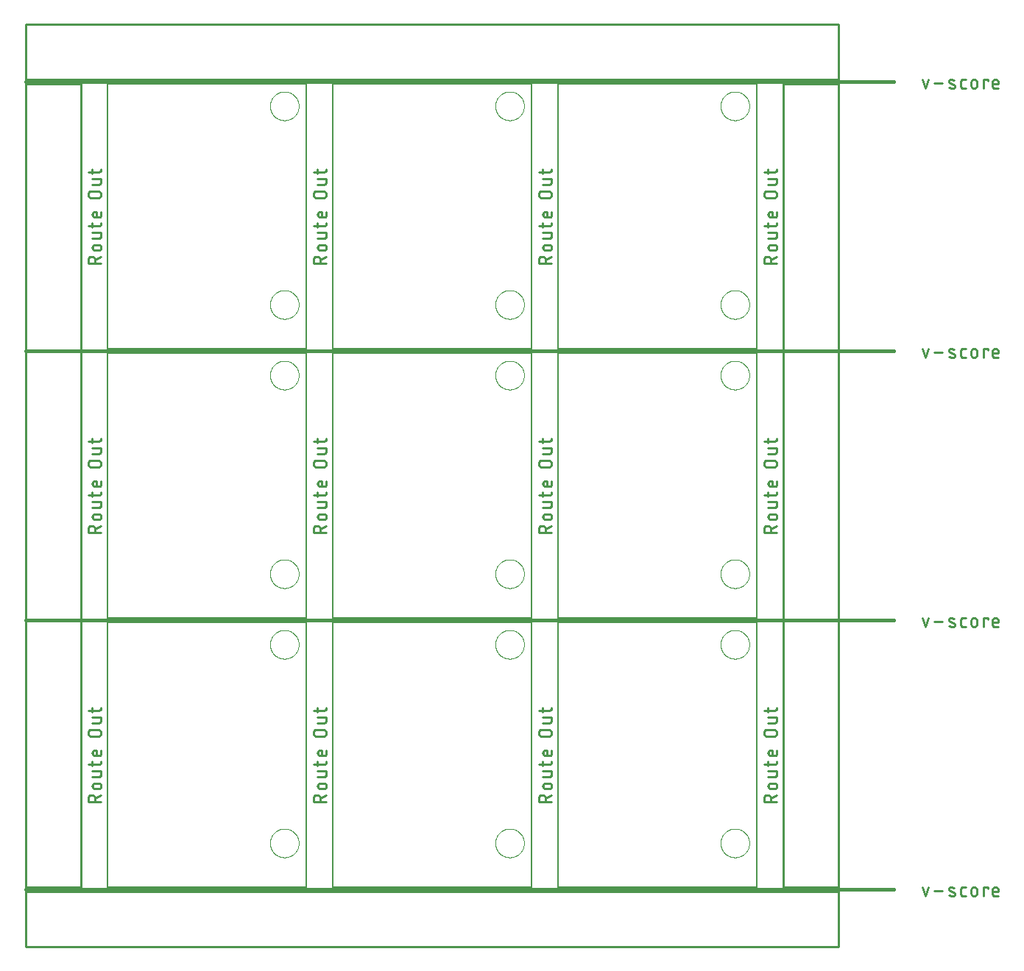
<source format=gko>
G75*
%MOIN*%
%OFA0B0*%
%FSLAX25Y25*%
%IPPOS*%
%LPD*%
%AMOC8*
5,1,8,0,0,1.08239X$1,22.5*
%
%ADD10C,0.00800*%
%ADD11C,0.01100*%
%ADD12C,0.01500*%
%ADD13C,0.01000*%
%ADD14C,0.00000*%
D10*
X0038750Y0028500D02*
X0038750Y0148500D01*
X0128750Y0148500D01*
X0128671Y0028500D01*
X0038750Y0028500D01*
X0140750Y0028500D02*
X0140750Y0148500D01*
X0230750Y0148500D01*
X0230671Y0028500D01*
X0140750Y0028500D01*
X0242750Y0028500D02*
X0242750Y0148500D01*
X0332750Y0148500D01*
X0332671Y0028500D01*
X0242750Y0028500D01*
X0242750Y0150500D02*
X0242750Y0270500D01*
X0332750Y0270500D01*
X0332671Y0150500D01*
X0242750Y0150500D01*
X0230671Y0150500D02*
X0230750Y0270500D01*
X0140750Y0270500D01*
X0140750Y0150500D01*
X0230671Y0150500D01*
X0128671Y0150500D02*
X0128750Y0270500D01*
X0038750Y0270500D01*
X0038750Y0150500D01*
X0128671Y0150500D01*
X0128671Y0272500D02*
X0038750Y0272500D01*
X0038750Y0392500D01*
X0128750Y0392500D01*
X0128671Y0272500D01*
X0140750Y0272500D02*
X0140750Y0392500D01*
X0230750Y0392500D01*
X0230671Y0272500D01*
X0140750Y0272500D01*
X0242750Y0272500D02*
X0242750Y0392500D01*
X0332750Y0392500D01*
X0332671Y0272500D01*
X0242750Y0272500D01*
D11*
X0239700Y0311045D02*
X0233800Y0311045D01*
X0233800Y0312684D01*
X0233802Y0312763D01*
X0233808Y0312842D01*
X0233817Y0312921D01*
X0233831Y0312999D01*
X0233848Y0313076D01*
X0233868Y0313153D01*
X0233893Y0313228D01*
X0233921Y0313302D01*
X0233953Y0313375D01*
X0233988Y0313446D01*
X0234026Y0313515D01*
X0234068Y0313582D01*
X0234113Y0313647D01*
X0234161Y0313710D01*
X0234212Y0313771D01*
X0234266Y0313829D01*
X0234323Y0313884D01*
X0234382Y0313937D01*
X0234444Y0313986D01*
X0234508Y0314033D01*
X0234574Y0314076D01*
X0234642Y0314116D01*
X0234713Y0314153D01*
X0234784Y0314187D01*
X0234858Y0314216D01*
X0234933Y0314243D01*
X0235008Y0314265D01*
X0235085Y0314284D01*
X0235163Y0314300D01*
X0235241Y0314311D01*
X0235320Y0314319D01*
X0235399Y0314323D01*
X0235479Y0314323D01*
X0235558Y0314319D01*
X0235637Y0314311D01*
X0235715Y0314300D01*
X0235793Y0314284D01*
X0235870Y0314265D01*
X0235945Y0314243D01*
X0236020Y0314216D01*
X0236094Y0314187D01*
X0236165Y0314153D01*
X0236236Y0314116D01*
X0236304Y0314076D01*
X0236370Y0314033D01*
X0236434Y0313986D01*
X0236496Y0313937D01*
X0236555Y0313884D01*
X0236612Y0313829D01*
X0236666Y0313771D01*
X0236717Y0313710D01*
X0236765Y0313647D01*
X0236810Y0313582D01*
X0236852Y0313515D01*
X0236890Y0313446D01*
X0236925Y0313375D01*
X0236957Y0313302D01*
X0236985Y0313228D01*
X0237010Y0313153D01*
X0237030Y0313076D01*
X0237047Y0312999D01*
X0237061Y0312921D01*
X0237070Y0312842D01*
X0237076Y0312763D01*
X0237078Y0312684D01*
X0237078Y0311045D01*
X0237078Y0313012D02*
X0239700Y0314323D01*
X0238389Y0317062D02*
X0237078Y0317062D01*
X0237007Y0317064D01*
X0236936Y0317070D01*
X0236866Y0317079D01*
X0236796Y0317093D01*
X0236727Y0317110D01*
X0236659Y0317131D01*
X0236593Y0317155D01*
X0236528Y0317183D01*
X0236464Y0317215D01*
X0236402Y0317250D01*
X0236342Y0317288D01*
X0236285Y0317329D01*
X0236229Y0317374D01*
X0236176Y0317421D01*
X0236126Y0317471D01*
X0236079Y0317524D01*
X0236034Y0317580D01*
X0235993Y0317637D01*
X0235955Y0317697D01*
X0235920Y0317759D01*
X0235888Y0317823D01*
X0235860Y0317888D01*
X0235836Y0317954D01*
X0235815Y0318022D01*
X0235798Y0318091D01*
X0235784Y0318161D01*
X0235775Y0318231D01*
X0235769Y0318302D01*
X0235767Y0318373D01*
X0235769Y0318444D01*
X0235775Y0318515D01*
X0235784Y0318585D01*
X0235798Y0318655D01*
X0235815Y0318724D01*
X0235836Y0318792D01*
X0235860Y0318858D01*
X0235888Y0318923D01*
X0235920Y0318987D01*
X0235955Y0319049D01*
X0235993Y0319109D01*
X0236034Y0319166D01*
X0236079Y0319222D01*
X0236126Y0319275D01*
X0236176Y0319325D01*
X0236229Y0319372D01*
X0236285Y0319417D01*
X0236342Y0319458D01*
X0236402Y0319496D01*
X0236464Y0319531D01*
X0236528Y0319563D01*
X0236593Y0319591D01*
X0236659Y0319615D01*
X0236727Y0319636D01*
X0236796Y0319653D01*
X0236866Y0319667D01*
X0236936Y0319676D01*
X0237007Y0319682D01*
X0237078Y0319684D01*
X0238389Y0319684D01*
X0238460Y0319682D01*
X0238531Y0319676D01*
X0238601Y0319667D01*
X0238671Y0319653D01*
X0238740Y0319636D01*
X0238808Y0319615D01*
X0238874Y0319591D01*
X0238939Y0319563D01*
X0239003Y0319531D01*
X0239065Y0319496D01*
X0239125Y0319458D01*
X0239182Y0319417D01*
X0239238Y0319372D01*
X0239291Y0319325D01*
X0239341Y0319275D01*
X0239388Y0319222D01*
X0239433Y0319166D01*
X0239474Y0319109D01*
X0239512Y0319049D01*
X0239547Y0318987D01*
X0239579Y0318923D01*
X0239607Y0318858D01*
X0239631Y0318792D01*
X0239652Y0318724D01*
X0239669Y0318655D01*
X0239683Y0318585D01*
X0239692Y0318515D01*
X0239698Y0318444D01*
X0239700Y0318373D01*
X0239698Y0318302D01*
X0239692Y0318231D01*
X0239683Y0318161D01*
X0239669Y0318091D01*
X0239652Y0318022D01*
X0239631Y0317954D01*
X0239607Y0317888D01*
X0239579Y0317823D01*
X0239547Y0317759D01*
X0239512Y0317697D01*
X0239474Y0317637D01*
X0239433Y0317580D01*
X0239388Y0317524D01*
X0239341Y0317471D01*
X0239291Y0317421D01*
X0239238Y0317374D01*
X0239182Y0317329D01*
X0239125Y0317288D01*
X0239065Y0317250D01*
X0239003Y0317215D01*
X0238939Y0317183D01*
X0238874Y0317155D01*
X0238808Y0317131D01*
X0238740Y0317110D01*
X0238671Y0317093D01*
X0238601Y0317079D01*
X0238531Y0317070D01*
X0238460Y0317064D01*
X0238389Y0317062D01*
X0238717Y0322601D02*
X0235767Y0322601D01*
X0235767Y0325223D02*
X0239700Y0325223D01*
X0239700Y0323584D01*
X0239698Y0323522D01*
X0239692Y0323461D01*
X0239683Y0323400D01*
X0239669Y0323340D01*
X0239652Y0323280D01*
X0239631Y0323222D01*
X0239606Y0323165D01*
X0239578Y0323110D01*
X0239547Y0323057D01*
X0239512Y0323006D01*
X0239474Y0322957D01*
X0239434Y0322911D01*
X0239390Y0322867D01*
X0239344Y0322827D01*
X0239295Y0322789D01*
X0239244Y0322754D01*
X0239191Y0322723D01*
X0239136Y0322695D01*
X0239079Y0322670D01*
X0239021Y0322649D01*
X0238961Y0322632D01*
X0238901Y0322618D01*
X0238840Y0322609D01*
X0238779Y0322603D01*
X0238717Y0322601D01*
X0238717Y0328233D02*
X0233800Y0328233D01*
X0235767Y0327578D02*
X0235767Y0329544D01*
X0237078Y0332037D02*
X0238717Y0332037D01*
X0238779Y0332039D01*
X0238840Y0332045D01*
X0238901Y0332054D01*
X0238961Y0332068D01*
X0239021Y0332085D01*
X0239079Y0332106D01*
X0239136Y0332131D01*
X0239191Y0332159D01*
X0239244Y0332190D01*
X0239295Y0332225D01*
X0239344Y0332263D01*
X0239390Y0332303D01*
X0239434Y0332347D01*
X0239474Y0332393D01*
X0239512Y0332442D01*
X0239547Y0332493D01*
X0239578Y0332546D01*
X0239606Y0332601D01*
X0239631Y0332658D01*
X0239652Y0332716D01*
X0239669Y0332776D01*
X0239683Y0332836D01*
X0239692Y0332897D01*
X0239698Y0332958D01*
X0239700Y0333020D01*
X0239700Y0334659D01*
X0237733Y0334659D02*
X0237733Y0332037D01*
X0237078Y0332037D02*
X0237007Y0332039D01*
X0236936Y0332045D01*
X0236866Y0332054D01*
X0236796Y0332068D01*
X0236727Y0332085D01*
X0236659Y0332106D01*
X0236593Y0332130D01*
X0236528Y0332158D01*
X0236464Y0332190D01*
X0236402Y0332225D01*
X0236342Y0332263D01*
X0236285Y0332304D01*
X0236229Y0332349D01*
X0236176Y0332396D01*
X0236126Y0332446D01*
X0236079Y0332499D01*
X0236034Y0332555D01*
X0235993Y0332612D01*
X0235955Y0332672D01*
X0235920Y0332734D01*
X0235888Y0332798D01*
X0235860Y0332863D01*
X0235836Y0332929D01*
X0235815Y0332997D01*
X0235798Y0333066D01*
X0235784Y0333136D01*
X0235775Y0333206D01*
X0235769Y0333277D01*
X0235767Y0333348D01*
X0235769Y0333419D01*
X0235775Y0333490D01*
X0235784Y0333560D01*
X0235798Y0333630D01*
X0235815Y0333699D01*
X0235836Y0333767D01*
X0235860Y0333833D01*
X0235888Y0333898D01*
X0235920Y0333962D01*
X0235955Y0334024D01*
X0235993Y0334084D01*
X0236034Y0334141D01*
X0236079Y0334197D01*
X0236126Y0334250D01*
X0236176Y0334300D01*
X0236229Y0334347D01*
X0236285Y0334392D01*
X0236342Y0334433D01*
X0236402Y0334471D01*
X0236464Y0334506D01*
X0236528Y0334538D01*
X0236593Y0334566D01*
X0236659Y0334590D01*
X0236727Y0334611D01*
X0236796Y0334628D01*
X0236866Y0334642D01*
X0236936Y0334651D01*
X0237007Y0334657D01*
X0237078Y0334659D01*
X0237733Y0334659D01*
X0239700Y0329544D02*
X0239700Y0329216D01*
X0239698Y0329154D01*
X0239692Y0329093D01*
X0239683Y0329032D01*
X0239669Y0328972D01*
X0239652Y0328912D01*
X0239631Y0328854D01*
X0239606Y0328797D01*
X0239578Y0328742D01*
X0239547Y0328689D01*
X0239512Y0328638D01*
X0239474Y0328589D01*
X0239434Y0328543D01*
X0239390Y0328499D01*
X0239344Y0328459D01*
X0239295Y0328421D01*
X0239244Y0328386D01*
X0239191Y0328355D01*
X0239136Y0328327D01*
X0239079Y0328302D01*
X0239021Y0328281D01*
X0238961Y0328264D01*
X0238901Y0328250D01*
X0238840Y0328241D01*
X0238779Y0328235D01*
X0238717Y0328233D01*
X0238061Y0340735D02*
X0235439Y0340735D01*
X0235360Y0340737D01*
X0235281Y0340743D01*
X0235202Y0340752D01*
X0235124Y0340766D01*
X0235047Y0340783D01*
X0234970Y0340803D01*
X0234895Y0340828D01*
X0234821Y0340856D01*
X0234748Y0340888D01*
X0234677Y0340923D01*
X0234608Y0340961D01*
X0234541Y0341003D01*
X0234476Y0341048D01*
X0234413Y0341096D01*
X0234352Y0341147D01*
X0234294Y0341201D01*
X0234239Y0341258D01*
X0234186Y0341317D01*
X0234137Y0341379D01*
X0234090Y0341443D01*
X0234047Y0341509D01*
X0234007Y0341577D01*
X0233970Y0341648D01*
X0233936Y0341719D01*
X0233907Y0341793D01*
X0233880Y0341868D01*
X0233858Y0341943D01*
X0233839Y0342020D01*
X0233823Y0342098D01*
X0233812Y0342176D01*
X0233804Y0342255D01*
X0233800Y0342334D01*
X0233800Y0342414D01*
X0233804Y0342493D01*
X0233812Y0342572D01*
X0233823Y0342650D01*
X0233839Y0342728D01*
X0233858Y0342805D01*
X0233880Y0342880D01*
X0233907Y0342955D01*
X0233936Y0343029D01*
X0233970Y0343100D01*
X0234007Y0343171D01*
X0234047Y0343239D01*
X0234090Y0343305D01*
X0234137Y0343369D01*
X0234186Y0343431D01*
X0234239Y0343490D01*
X0234294Y0343547D01*
X0234352Y0343601D01*
X0234413Y0343652D01*
X0234476Y0343700D01*
X0234541Y0343745D01*
X0234608Y0343787D01*
X0234677Y0343825D01*
X0234748Y0343860D01*
X0234821Y0343892D01*
X0234895Y0343920D01*
X0234970Y0343945D01*
X0235047Y0343965D01*
X0235124Y0343982D01*
X0235202Y0343996D01*
X0235281Y0344005D01*
X0235360Y0344011D01*
X0235439Y0344013D01*
X0238061Y0344013D01*
X0238140Y0344011D01*
X0238219Y0344005D01*
X0238298Y0343996D01*
X0238376Y0343982D01*
X0238453Y0343965D01*
X0238530Y0343945D01*
X0238605Y0343920D01*
X0238679Y0343892D01*
X0238752Y0343860D01*
X0238823Y0343825D01*
X0238892Y0343787D01*
X0238959Y0343745D01*
X0239024Y0343700D01*
X0239087Y0343652D01*
X0239148Y0343601D01*
X0239206Y0343547D01*
X0239261Y0343490D01*
X0239314Y0343431D01*
X0239363Y0343369D01*
X0239410Y0343305D01*
X0239453Y0343239D01*
X0239493Y0343171D01*
X0239530Y0343100D01*
X0239564Y0343029D01*
X0239593Y0342955D01*
X0239620Y0342880D01*
X0239642Y0342805D01*
X0239661Y0342728D01*
X0239677Y0342650D01*
X0239688Y0342572D01*
X0239696Y0342493D01*
X0239700Y0342414D01*
X0239700Y0342334D01*
X0239696Y0342255D01*
X0239688Y0342176D01*
X0239677Y0342098D01*
X0239661Y0342020D01*
X0239642Y0341943D01*
X0239620Y0341868D01*
X0239593Y0341793D01*
X0239564Y0341719D01*
X0239530Y0341648D01*
X0239493Y0341577D01*
X0239453Y0341509D01*
X0239410Y0341443D01*
X0239363Y0341379D01*
X0239314Y0341317D01*
X0239261Y0341258D01*
X0239206Y0341201D01*
X0239148Y0341147D01*
X0239087Y0341096D01*
X0239024Y0341048D01*
X0238959Y0341003D01*
X0238892Y0340961D01*
X0238823Y0340923D01*
X0238752Y0340888D01*
X0238679Y0340856D01*
X0238605Y0340828D01*
X0238530Y0340803D01*
X0238453Y0340783D01*
X0238376Y0340766D01*
X0238298Y0340752D01*
X0238219Y0340743D01*
X0238140Y0340737D01*
X0238061Y0340735D01*
X0238717Y0347012D02*
X0235767Y0347012D01*
X0235767Y0349634D02*
X0239700Y0349634D01*
X0239700Y0347995D01*
X0239698Y0347933D01*
X0239692Y0347872D01*
X0239683Y0347811D01*
X0239669Y0347751D01*
X0239652Y0347691D01*
X0239631Y0347633D01*
X0239606Y0347576D01*
X0239578Y0347521D01*
X0239547Y0347468D01*
X0239512Y0347417D01*
X0239474Y0347368D01*
X0239434Y0347322D01*
X0239390Y0347278D01*
X0239344Y0347238D01*
X0239295Y0347200D01*
X0239244Y0347165D01*
X0239191Y0347134D01*
X0239136Y0347106D01*
X0239079Y0347081D01*
X0239021Y0347060D01*
X0238961Y0347043D01*
X0238901Y0347029D01*
X0238840Y0347020D01*
X0238779Y0347014D01*
X0238717Y0347012D01*
X0238717Y0352644D02*
X0233800Y0352644D01*
X0235767Y0351988D02*
X0235767Y0353955D01*
X0238717Y0352644D02*
X0238779Y0352646D01*
X0238840Y0352652D01*
X0238901Y0352661D01*
X0238961Y0352675D01*
X0239021Y0352692D01*
X0239079Y0352713D01*
X0239136Y0352738D01*
X0239191Y0352766D01*
X0239244Y0352797D01*
X0239295Y0352832D01*
X0239344Y0352870D01*
X0239390Y0352910D01*
X0239434Y0352954D01*
X0239474Y0353000D01*
X0239512Y0353049D01*
X0239547Y0353100D01*
X0239578Y0353153D01*
X0239606Y0353208D01*
X0239631Y0353265D01*
X0239652Y0353323D01*
X0239669Y0353383D01*
X0239683Y0353443D01*
X0239692Y0353504D01*
X0239698Y0353565D01*
X0239700Y0353627D01*
X0239700Y0353955D01*
X0335800Y0352644D02*
X0340717Y0352644D01*
X0340779Y0352646D01*
X0340840Y0352652D01*
X0340901Y0352661D01*
X0340961Y0352675D01*
X0341021Y0352692D01*
X0341079Y0352713D01*
X0341136Y0352738D01*
X0341191Y0352766D01*
X0341244Y0352797D01*
X0341295Y0352832D01*
X0341344Y0352870D01*
X0341390Y0352910D01*
X0341434Y0352954D01*
X0341474Y0353000D01*
X0341512Y0353049D01*
X0341547Y0353100D01*
X0341578Y0353153D01*
X0341606Y0353208D01*
X0341631Y0353265D01*
X0341652Y0353323D01*
X0341669Y0353383D01*
X0341683Y0353443D01*
X0341692Y0353504D01*
X0341698Y0353565D01*
X0341700Y0353627D01*
X0341700Y0353955D01*
X0337767Y0353955D02*
X0337767Y0351988D01*
X0337767Y0349634D02*
X0341700Y0349634D01*
X0341700Y0347995D01*
X0341698Y0347933D01*
X0341692Y0347872D01*
X0341683Y0347811D01*
X0341669Y0347751D01*
X0341652Y0347691D01*
X0341631Y0347633D01*
X0341606Y0347576D01*
X0341578Y0347521D01*
X0341547Y0347468D01*
X0341512Y0347417D01*
X0341474Y0347368D01*
X0341434Y0347322D01*
X0341390Y0347278D01*
X0341344Y0347238D01*
X0341295Y0347200D01*
X0341244Y0347165D01*
X0341191Y0347134D01*
X0341136Y0347106D01*
X0341079Y0347081D01*
X0341021Y0347060D01*
X0340961Y0347043D01*
X0340901Y0347029D01*
X0340840Y0347020D01*
X0340779Y0347014D01*
X0340717Y0347012D01*
X0337767Y0347012D01*
X0337439Y0344013D02*
X0340061Y0344013D01*
X0340140Y0344011D01*
X0340219Y0344005D01*
X0340298Y0343996D01*
X0340376Y0343982D01*
X0340453Y0343965D01*
X0340530Y0343945D01*
X0340605Y0343920D01*
X0340679Y0343892D01*
X0340752Y0343860D01*
X0340823Y0343825D01*
X0340892Y0343787D01*
X0340959Y0343745D01*
X0341024Y0343700D01*
X0341087Y0343652D01*
X0341148Y0343601D01*
X0341206Y0343547D01*
X0341261Y0343490D01*
X0341314Y0343431D01*
X0341363Y0343369D01*
X0341410Y0343305D01*
X0341453Y0343239D01*
X0341493Y0343171D01*
X0341530Y0343100D01*
X0341564Y0343029D01*
X0341593Y0342955D01*
X0341620Y0342880D01*
X0341642Y0342805D01*
X0341661Y0342728D01*
X0341677Y0342650D01*
X0341688Y0342572D01*
X0341696Y0342493D01*
X0341700Y0342414D01*
X0341700Y0342334D01*
X0341696Y0342255D01*
X0341688Y0342176D01*
X0341677Y0342098D01*
X0341661Y0342020D01*
X0341642Y0341943D01*
X0341620Y0341868D01*
X0341593Y0341793D01*
X0341564Y0341719D01*
X0341530Y0341648D01*
X0341493Y0341577D01*
X0341453Y0341509D01*
X0341410Y0341443D01*
X0341363Y0341379D01*
X0341314Y0341317D01*
X0341261Y0341258D01*
X0341206Y0341201D01*
X0341148Y0341147D01*
X0341087Y0341096D01*
X0341024Y0341048D01*
X0340959Y0341003D01*
X0340892Y0340961D01*
X0340823Y0340923D01*
X0340752Y0340888D01*
X0340679Y0340856D01*
X0340605Y0340828D01*
X0340530Y0340803D01*
X0340453Y0340783D01*
X0340376Y0340766D01*
X0340298Y0340752D01*
X0340219Y0340743D01*
X0340140Y0340737D01*
X0340061Y0340735D01*
X0337439Y0340735D01*
X0337360Y0340737D01*
X0337281Y0340743D01*
X0337202Y0340752D01*
X0337124Y0340766D01*
X0337047Y0340783D01*
X0336970Y0340803D01*
X0336895Y0340828D01*
X0336821Y0340856D01*
X0336748Y0340888D01*
X0336677Y0340923D01*
X0336608Y0340961D01*
X0336541Y0341003D01*
X0336476Y0341048D01*
X0336413Y0341096D01*
X0336352Y0341147D01*
X0336294Y0341201D01*
X0336239Y0341258D01*
X0336186Y0341317D01*
X0336137Y0341379D01*
X0336090Y0341443D01*
X0336047Y0341509D01*
X0336007Y0341577D01*
X0335970Y0341648D01*
X0335936Y0341719D01*
X0335907Y0341793D01*
X0335880Y0341868D01*
X0335858Y0341943D01*
X0335839Y0342020D01*
X0335823Y0342098D01*
X0335812Y0342176D01*
X0335804Y0342255D01*
X0335800Y0342334D01*
X0335800Y0342414D01*
X0335804Y0342493D01*
X0335812Y0342572D01*
X0335823Y0342650D01*
X0335839Y0342728D01*
X0335858Y0342805D01*
X0335880Y0342880D01*
X0335907Y0342955D01*
X0335936Y0343029D01*
X0335970Y0343100D01*
X0336007Y0343171D01*
X0336047Y0343239D01*
X0336090Y0343305D01*
X0336137Y0343369D01*
X0336186Y0343431D01*
X0336239Y0343490D01*
X0336294Y0343547D01*
X0336352Y0343601D01*
X0336413Y0343652D01*
X0336476Y0343700D01*
X0336541Y0343745D01*
X0336608Y0343787D01*
X0336677Y0343825D01*
X0336748Y0343860D01*
X0336821Y0343892D01*
X0336895Y0343920D01*
X0336970Y0343945D01*
X0337047Y0343965D01*
X0337124Y0343982D01*
X0337202Y0343996D01*
X0337281Y0344005D01*
X0337360Y0344011D01*
X0337439Y0344013D01*
X0339078Y0334659D02*
X0339733Y0334659D01*
X0339733Y0332037D01*
X0339078Y0332037D02*
X0340717Y0332037D01*
X0340779Y0332039D01*
X0340840Y0332045D01*
X0340901Y0332054D01*
X0340961Y0332068D01*
X0341021Y0332085D01*
X0341079Y0332106D01*
X0341136Y0332131D01*
X0341191Y0332159D01*
X0341244Y0332190D01*
X0341295Y0332225D01*
X0341344Y0332263D01*
X0341390Y0332303D01*
X0341434Y0332347D01*
X0341474Y0332393D01*
X0341512Y0332442D01*
X0341547Y0332493D01*
X0341578Y0332546D01*
X0341606Y0332601D01*
X0341631Y0332658D01*
X0341652Y0332716D01*
X0341669Y0332776D01*
X0341683Y0332836D01*
X0341692Y0332897D01*
X0341698Y0332958D01*
X0341700Y0333020D01*
X0341700Y0334659D01*
X0339078Y0334659D02*
X0339007Y0334657D01*
X0338936Y0334651D01*
X0338866Y0334642D01*
X0338796Y0334628D01*
X0338727Y0334611D01*
X0338659Y0334590D01*
X0338593Y0334566D01*
X0338528Y0334538D01*
X0338464Y0334506D01*
X0338402Y0334471D01*
X0338342Y0334433D01*
X0338285Y0334392D01*
X0338229Y0334347D01*
X0338176Y0334300D01*
X0338126Y0334250D01*
X0338079Y0334197D01*
X0338034Y0334141D01*
X0337993Y0334084D01*
X0337955Y0334024D01*
X0337920Y0333962D01*
X0337888Y0333898D01*
X0337860Y0333833D01*
X0337836Y0333767D01*
X0337815Y0333699D01*
X0337798Y0333630D01*
X0337784Y0333560D01*
X0337775Y0333490D01*
X0337769Y0333419D01*
X0337767Y0333348D01*
X0337769Y0333277D01*
X0337775Y0333206D01*
X0337784Y0333136D01*
X0337798Y0333066D01*
X0337815Y0332997D01*
X0337836Y0332929D01*
X0337860Y0332863D01*
X0337888Y0332798D01*
X0337920Y0332734D01*
X0337955Y0332672D01*
X0337993Y0332612D01*
X0338034Y0332555D01*
X0338079Y0332499D01*
X0338126Y0332446D01*
X0338176Y0332396D01*
X0338229Y0332349D01*
X0338285Y0332304D01*
X0338342Y0332263D01*
X0338402Y0332225D01*
X0338464Y0332190D01*
X0338528Y0332158D01*
X0338593Y0332130D01*
X0338659Y0332106D01*
X0338727Y0332085D01*
X0338796Y0332068D01*
X0338866Y0332054D01*
X0338936Y0332045D01*
X0339007Y0332039D01*
X0339078Y0332037D01*
X0337767Y0329544D02*
X0337767Y0327578D01*
X0335800Y0328233D02*
X0340717Y0328233D01*
X0340779Y0328235D01*
X0340840Y0328241D01*
X0340901Y0328250D01*
X0340961Y0328264D01*
X0341021Y0328281D01*
X0341079Y0328302D01*
X0341136Y0328327D01*
X0341191Y0328355D01*
X0341244Y0328386D01*
X0341295Y0328421D01*
X0341344Y0328459D01*
X0341390Y0328499D01*
X0341434Y0328543D01*
X0341474Y0328589D01*
X0341512Y0328638D01*
X0341547Y0328689D01*
X0341578Y0328742D01*
X0341606Y0328797D01*
X0341631Y0328854D01*
X0341652Y0328912D01*
X0341669Y0328972D01*
X0341683Y0329032D01*
X0341692Y0329093D01*
X0341698Y0329154D01*
X0341700Y0329216D01*
X0341700Y0329544D01*
X0341700Y0325223D02*
X0337767Y0325223D01*
X0337767Y0322601D02*
X0340717Y0322601D01*
X0340779Y0322603D01*
X0340840Y0322609D01*
X0340901Y0322618D01*
X0340961Y0322632D01*
X0341021Y0322649D01*
X0341079Y0322670D01*
X0341136Y0322695D01*
X0341191Y0322723D01*
X0341244Y0322754D01*
X0341295Y0322789D01*
X0341344Y0322827D01*
X0341390Y0322867D01*
X0341434Y0322911D01*
X0341474Y0322957D01*
X0341512Y0323006D01*
X0341547Y0323057D01*
X0341578Y0323110D01*
X0341606Y0323165D01*
X0341631Y0323222D01*
X0341652Y0323280D01*
X0341669Y0323340D01*
X0341683Y0323400D01*
X0341692Y0323461D01*
X0341698Y0323522D01*
X0341700Y0323584D01*
X0341700Y0325223D01*
X0340389Y0319684D02*
X0339078Y0319684D01*
X0339007Y0319682D01*
X0338936Y0319676D01*
X0338866Y0319667D01*
X0338796Y0319653D01*
X0338727Y0319636D01*
X0338659Y0319615D01*
X0338593Y0319591D01*
X0338528Y0319563D01*
X0338464Y0319531D01*
X0338402Y0319496D01*
X0338342Y0319458D01*
X0338285Y0319417D01*
X0338229Y0319372D01*
X0338176Y0319325D01*
X0338126Y0319275D01*
X0338079Y0319222D01*
X0338034Y0319166D01*
X0337993Y0319109D01*
X0337955Y0319049D01*
X0337920Y0318987D01*
X0337888Y0318923D01*
X0337860Y0318858D01*
X0337836Y0318792D01*
X0337815Y0318724D01*
X0337798Y0318655D01*
X0337784Y0318585D01*
X0337775Y0318515D01*
X0337769Y0318444D01*
X0337767Y0318373D01*
X0337769Y0318302D01*
X0337775Y0318231D01*
X0337784Y0318161D01*
X0337798Y0318091D01*
X0337815Y0318022D01*
X0337836Y0317954D01*
X0337860Y0317888D01*
X0337888Y0317823D01*
X0337920Y0317759D01*
X0337955Y0317697D01*
X0337993Y0317637D01*
X0338034Y0317580D01*
X0338079Y0317524D01*
X0338126Y0317471D01*
X0338176Y0317421D01*
X0338229Y0317374D01*
X0338285Y0317329D01*
X0338342Y0317288D01*
X0338402Y0317250D01*
X0338464Y0317215D01*
X0338528Y0317183D01*
X0338593Y0317155D01*
X0338659Y0317131D01*
X0338727Y0317110D01*
X0338796Y0317093D01*
X0338866Y0317079D01*
X0338936Y0317070D01*
X0339007Y0317064D01*
X0339078Y0317062D01*
X0340389Y0317062D01*
X0340460Y0317064D01*
X0340531Y0317070D01*
X0340601Y0317079D01*
X0340671Y0317093D01*
X0340740Y0317110D01*
X0340808Y0317131D01*
X0340874Y0317155D01*
X0340939Y0317183D01*
X0341003Y0317215D01*
X0341065Y0317250D01*
X0341125Y0317288D01*
X0341182Y0317329D01*
X0341238Y0317374D01*
X0341291Y0317421D01*
X0341341Y0317471D01*
X0341388Y0317524D01*
X0341433Y0317580D01*
X0341474Y0317637D01*
X0341512Y0317697D01*
X0341547Y0317759D01*
X0341579Y0317823D01*
X0341607Y0317888D01*
X0341631Y0317954D01*
X0341652Y0318022D01*
X0341669Y0318091D01*
X0341683Y0318161D01*
X0341692Y0318231D01*
X0341698Y0318302D01*
X0341700Y0318373D01*
X0341698Y0318444D01*
X0341692Y0318515D01*
X0341683Y0318585D01*
X0341669Y0318655D01*
X0341652Y0318724D01*
X0341631Y0318792D01*
X0341607Y0318858D01*
X0341579Y0318923D01*
X0341547Y0318987D01*
X0341512Y0319049D01*
X0341474Y0319109D01*
X0341433Y0319166D01*
X0341388Y0319222D01*
X0341341Y0319275D01*
X0341291Y0319325D01*
X0341238Y0319372D01*
X0341182Y0319417D01*
X0341125Y0319458D01*
X0341065Y0319496D01*
X0341003Y0319531D01*
X0340939Y0319563D01*
X0340874Y0319591D01*
X0340808Y0319615D01*
X0340740Y0319636D01*
X0340671Y0319653D01*
X0340601Y0319667D01*
X0340531Y0319676D01*
X0340460Y0319682D01*
X0340389Y0319684D01*
X0341700Y0314323D02*
X0339078Y0313012D01*
X0339078Y0312684D02*
X0339078Y0311045D01*
X0339078Y0312684D02*
X0339076Y0312763D01*
X0339070Y0312842D01*
X0339061Y0312921D01*
X0339047Y0312999D01*
X0339030Y0313076D01*
X0339010Y0313153D01*
X0338985Y0313228D01*
X0338957Y0313302D01*
X0338925Y0313375D01*
X0338890Y0313446D01*
X0338852Y0313515D01*
X0338810Y0313582D01*
X0338765Y0313647D01*
X0338717Y0313710D01*
X0338666Y0313771D01*
X0338612Y0313829D01*
X0338555Y0313884D01*
X0338496Y0313937D01*
X0338434Y0313986D01*
X0338370Y0314033D01*
X0338304Y0314076D01*
X0338236Y0314116D01*
X0338165Y0314153D01*
X0338094Y0314187D01*
X0338020Y0314216D01*
X0337945Y0314243D01*
X0337870Y0314265D01*
X0337793Y0314284D01*
X0337715Y0314300D01*
X0337637Y0314311D01*
X0337558Y0314319D01*
X0337479Y0314323D01*
X0337399Y0314323D01*
X0337320Y0314319D01*
X0337241Y0314311D01*
X0337163Y0314300D01*
X0337085Y0314284D01*
X0337008Y0314265D01*
X0336933Y0314243D01*
X0336858Y0314216D01*
X0336784Y0314187D01*
X0336713Y0314153D01*
X0336642Y0314116D01*
X0336574Y0314076D01*
X0336508Y0314033D01*
X0336444Y0313986D01*
X0336382Y0313937D01*
X0336323Y0313884D01*
X0336266Y0313829D01*
X0336212Y0313771D01*
X0336161Y0313710D01*
X0336113Y0313647D01*
X0336068Y0313582D01*
X0336026Y0313515D01*
X0335988Y0313446D01*
X0335953Y0313375D01*
X0335921Y0313302D01*
X0335893Y0313228D01*
X0335868Y0313153D01*
X0335848Y0313076D01*
X0335831Y0312999D01*
X0335817Y0312921D01*
X0335808Y0312842D01*
X0335802Y0312763D01*
X0335800Y0312684D01*
X0335800Y0311045D01*
X0341700Y0311045D01*
X0407541Y0272483D02*
X0408852Y0268550D01*
X0410163Y0272483D01*
X0412834Y0270844D02*
X0416768Y0270844D01*
X0420136Y0270844D02*
X0421774Y0270189D01*
X0421775Y0270189D02*
X0421827Y0270166D01*
X0421878Y0270139D01*
X0421927Y0270109D01*
X0421974Y0270076D01*
X0422019Y0270040D01*
X0422061Y0270000D01*
X0422100Y0269958D01*
X0422136Y0269914D01*
X0422169Y0269867D01*
X0422199Y0269817D01*
X0422226Y0269766D01*
X0422249Y0269714D01*
X0422268Y0269660D01*
X0422284Y0269604D01*
X0422296Y0269548D01*
X0422304Y0269491D01*
X0422308Y0269434D01*
X0422309Y0269376D01*
X0422305Y0269319D01*
X0422298Y0269262D01*
X0422286Y0269205D01*
X0422271Y0269150D01*
X0422253Y0269095D01*
X0422230Y0269042D01*
X0422204Y0268991D01*
X0422175Y0268942D01*
X0422142Y0268894D01*
X0422106Y0268849D01*
X0422068Y0268807D01*
X0422026Y0268767D01*
X0421982Y0268730D01*
X0421935Y0268696D01*
X0421887Y0268665D01*
X0421836Y0268638D01*
X0421784Y0268614D01*
X0421730Y0268594D01*
X0421675Y0268578D01*
X0421619Y0268565D01*
X0421562Y0268556D01*
X0421504Y0268551D01*
X0421447Y0268550D01*
X0421938Y0272155D02*
X0421831Y0272201D01*
X0421722Y0272244D01*
X0421612Y0272284D01*
X0421500Y0272320D01*
X0421388Y0272352D01*
X0421274Y0272381D01*
X0421160Y0272407D01*
X0421045Y0272428D01*
X0420930Y0272447D01*
X0420813Y0272461D01*
X0420697Y0272472D01*
X0420580Y0272479D01*
X0420463Y0272483D01*
X0420463Y0272484D02*
X0420406Y0272483D01*
X0420348Y0272478D01*
X0420291Y0272469D01*
X0420235Y0272456D01*
X0420180Y0272440D01*
X0420126Y0272420D01*
X0420074Y0272396D01*
X0420023Y0272369D01*
X0419975Y0272338D01*
X0419928Y0272304D01*
X0419884Y0272267D01*
X0419842Y0272227D01*
X0419804Y0272185D01*
X0419768Y0272140D01*
X0419735Y0272092D01*
X0419706Y0272043D01*
X0419680Y0271992D01*
X0419657Y0271939D01*
X0419639Y0271884D01*
X0419624Y0271829D01*
X0419612Y0271772D01*
X0419605Y0271715D01*
X0419601Y0271658D01*
X0419602Y0271600D01*
X0419606Y0271543D01*
X0419614Y0271486D01*
X0419626Y0271430D01*
X0419642Y0271374D01*
X0419661Y0271320D01*
X0419684Y0271268D01*
X0419711Y0271217D01*
X0419741Y0271167D01*
X0419774Y0271120D01*
X0419810Y0271076D01*
X0419849Y0271034D01*
X0419891Y0270994D01*
X0419936Y0270958D01*
X0419983Y0270925D01*
X0420032Y0270895D01*
X0420083Y0270868D01*
X0420135Y0270845D01*
X0419644Y0268878D02*
X0419778Y0268832D01*
X0419913Y0268789D01*
X0420049Y0268750D01*
X0420186Y0268714D01*
X0420323Y0268682D01*
X0420462Y0268653D01*
X0420601Y0268627D01*
X0420741Y0268606D01*
X0420882Y0268587D01*
X0421022Y0268573D01*
X0421164Y0268562D01*
X0421305Y0268554D01*
X0421447Y0268551D01*
X0424988Y0269533D02*
X0424988Y0271500D01*
X0424990Y0271562D01*
X0424996Y0271623D01*
X0425005Y0271684D01*
X0425019Y0271744D01*
X0425036Y0271804D01*
X0425057Y0271862D01*
X0425082Y0271919D01*
X0425110Y0271974D01*
X0425141Y0272027D01*
X0425176Y0272078D01*
X0425214Y0272127D01*
X0425254Y0272173D01*
X0425298Y0272217D01*
X0425344Y0272257D01*
X0425393Y0272295D01*
X0425444Y0272330D01*
X0425497Y0272361D01*
X0425552Y0272389D01*
X0425609Y0272414D01*
X0425667Y0272435D01*
X0425727Y0272452D01*
X0425787Y0272466D01*
X0425848Y0272475D01*
X0425909Y0272481D01*
X0425971Y0272483D01*
X0427282Y0272483D01*
X0429695Y0271172D02*
X0429695Y0269861D01*
X0429696Y0269861D02*
X0429698Y0269790D01*
X0429704Y0269719D01*
X0429713Y0269649D01*
X0429727Y0269579D01*
X0429744Y0269510D01*
X0429765Y0269442D01*
X0429789Y0269376D01*
X0429817Y0269311D01*
X0429849Y0269247D01*
X0429884Y0269185D01*
X0429922Y0269125D01*
X0429963Y0269068D01*
X0430008Y0269012D01*
X0430055Y0268959D01*
X0430105Y0268909D01*
X0430158Y0268862D01*
X0430214Y0268817D01*
X0430271Y0268776D01*
X0430331Y0268738D01*
X0430393Y0268703D01*
X0430457Y0268671D01*
X0430522Y0268643D01*
X0430588Y0268619D01*
X0430656Y0268598D01*
X0430725Y0268581D01*
X0430795Y0268567D01*
X0430865Y0268558D01*
X0430936Y0268552D01*
X0431007Y0268550D01*
X0431078Y0268552D01*
X0431149Y0268558D01*
X0431219Y0268567D01*
X0431289Y0268581D01*
X0431358Y0268598D01*
X0431426Y0268619D01*
X0431492Y0268643D01*
X0431557Y0268671D01*
X0431621Y0268703D01*
X0431683Y0268738D01*
X0431743Y0268776D01*
X0431800Y0268817D01*
X0431856Y0268862D01*
X0431909Y0268909D01*
X0431959Y0268959D01*
X0432006Y0269012D01*
X0432051Y0269068D01*
X0432092Y0269125D01*
X0432130Y0269185D01*
X0432165Y0269247D01*
X0432197Y0269311D01*
X0432225Y0269376D01*
X0432249Y0269442D01*
X0432270Y0269510D01*
X0432287Y0269579D01*
X0432301Y0269649D01*
X0432310Y0269719D01*
X0432316Y0269790D01*
X0432318Y0269861D01*
X0432318Y0271172D01*
X0432316Y0271243D01*
X0432310Y0271314D01*
X0432301Y0271384D01*
X0432287Y0271454D01*
X0432270Y0271523D01*
X0432249Y0271591D01*
X0432225Y0271657D01*
X0432197Y0271722D01*
X0432165Y0271786D01*
X0432130Y0271848D01*
X0432092Y0271908D01*
X0432051Y0271965D01*
X0432006Y0272021D01*
X0431959Y0272074D01*
X0431909Y0272124D01*
X0431856Y0272171D01*
X0431800Y0272216D01*
X0431743Y0272257D01*
X0431683Y0272295D01*
X0431621Y0272330D01*
X0431557Y0272362D01*
X0431492Y0272390D01*
X0431426Y0272414D01*
X0431358Y0272435D01*
X0431289Y0272452D01*
X0431219Y0272466D01*
X0431149Y0272475D01*
X0431078Y0272481D01*
X0431007Y0272483D01*
X0430936Y0272481D01*
X0430865Y0272475D01*
X0430795Y0272466D01*
X0430725Y0272452D01*
X0430656Y0272435D01*
X0430588Y0272414D01*
X0430522Y0272390D01*
X0430457Y0272362D01*
X0430393Y0272330D01*
X0430331Y0272295D01*
X0430271Y0272257D01*
X0430214Y0272216D01*
X0430158Y0272171D01*
X0430105Y0272124D01*
X0430055Y0272074D01*
X0430008Y0272021D01*
X0429963Y0271965D01*
X0429922Y0271908D01*
X0429884Y0271848D01*
X0429849Y0271786D01*
X0429817Y0271722D01*
X0429789Y0271657D01*
X0429765Y0271591D01*
X0429744Y0271523D01*
X0429727Y0271454D01*
X0429713Y0271384D01*
X0429704Y0271314D01*
X0429698Y0271243D01*
X0429696Y0271172D01*
X0427282Y0268550D02*
X0425971Y0268550D01*
X0425909Y0268552D01*
X0425848Y0268558D01*
X0425787Y0268567D01*
X0425727Y0268581D01*
X0425667Y0268598D01*
X0425609Y0268619D01*
X0425552Y0268644D01*
X0425497Y0268672D01*
X0425444Y0268703D01*
X0425393Y0268738D01*
X0425344Y0268776D01*
X0425298Y0268816D01*
X0425254Y0268860D01*
X0425214Y0268906D01*
X0425176Y0268955D01*
X0425141Y0269006D01*
X0425110Y0269059D01*
X0425082Y0269114D01*
X0425057Y0269171D01*
X0425036Y0269229D01*
X0425019Y0269289D01*
X0425005Y0269349D01*
X0424996Y0269410D01*
X0424990Y0269471D01*
X0424988Y0269533D01*
X0435284Y0268550D02*
X0435284Y0272483D01*
X0437251Y0272483D01*
X0437251Y0271828D01*
X0439337Y0271172D02*
X0439337Y0269533D01*
X0439339Y0269471D01*
X0439345Y0269410D01*
X0439354Y0269349D01*
X0439368Y0269289D01*
X0439385Y0269229D01*
X0439406Y0269171D01*
X0439431Y0269114D01*
X0439459Y0269059D01*
X0439490Y0269006D01*
X0439525Y0268955D01*
X0439563Y0268906D01*
X0439603Y0268860D01*
X0439647Y0268816D01*
X0439693Y0268776D01*
X0439742Y0268738D01*
X0439793Y0268703D01*
X0439846Y0268672D01*
X0439901Y0268644D01*
X0439958Y0268619D01*
X0440016Y0268598D01*
X0440076Y0268581D01*
X0440136Y0268567D01*
X0440197Y0268558D01*
X0440258Y0268552D01*
X0440320Y0268550D01*
X0441959Y0268550D01*
X0441959Y0270517D02*
X0439337Y0270517D01*
X0439337Y0271172D02*
X0439339Y0271243D01*
X0439345Y0271314D01*
X0439354Y0271384D01*
X0439368Y0271454D01*
X0439385Y0271523D01*
X0439406Y0271591D01*
X0439430Y0271657D01*
X0439458Y0271722D01*
X0439490Y0271786D01*
X0439525Y0271848D01*
X0439563Y0271908D01*
X0439604Y0271965D01*
X0439649Y0272021D01*
X0439696Y0272074D01*
X0439746Y0272124D01*
X0439799Y0272171D01*
X0439855Y0272216D01*
X0439912Y0272257D01*
X0439972Y0272295D01*
X0440034Y0272330D01*
X0440098Y0272362D01*
X0440163Y0272390D01*
X0440229Y0272414D01*
X0440297Y0272435D01*
X0440366Y0272452D01*
X0440436Y0272466D01*
X0440506Y0272475D01*
X0440577Y0272481D01*
X0440648Y0272483D01*
X0440719Y0272481D01*
X0440790Y0272475D01*
X0440860Y0272466D01*
X0440930Y0272452D01*
X0440999Y0272435D01*
X0441067Y0272414D01*
X0441133Y0272390D01*
X0441198Y0272362D01*
X0441262Y0272330D01*
X0441324Y0272295D01*
X0441384Y0272257D01*
X0441441Y0272216D01*
X0441497Y0272171D01*
X0441550Y0272124D01*
X0441600Y0272074D01*
X0441647Y0272021D01*
X0441692Y0271965D01*
X0441733Y0271908D01*
X0441771Y0271848D01*
X0441806Y0271786D01*
X0441838Y0271722D01*
X0441866Y0271657D01*
X0441890Y0271591D01*
X0441911Y0271523D01*
X0441928Y0271454D01*
X0441942Y0271384D01*
X0441951Y0271314D01*
X0441957Y0271243D01*
X0441959Y0271172D01*
X0441959Y0270517D01*
X0341700Y0231955D02*
X0341700Y0231627D01*
X0341698Y0231565D01*
X0341692Y0231504D01*
X0341683Y0231443D01*
X0341669Y0231383D01*
X0341652Y0231323D01*
X0341631Y0231265D01*
X0341606Y0231208D01*
X0341578Y0231153D01*
X0341547Y0231100D01*
X0341512Y0231049D01*
X0341474Y0231000D01*
X0341434Y0230954D01*
X0341390Y0230910D01*
X0341344Y0230870D01*
X0341295Y0230832D01*
X0341244Y0230797D01*
X0341191Y0230766D01*
X0341136Y0230738D01*
X0341079Y0230713D01*
X0341021Y0230692D01*
X0340961Y0230675D01*
X0340901Y0230661D01*
X0340840Y0230652D01*
X0340779Y0230646D01*
X0340717Y0230644D01*
X0335800Y0230644D01*
X0337767Y0229988D02*
X0337767Y0231955D01*
X0337767Y0227634D02*
X0341700Y0227634D01*
X0341700Y0225995D01*
X0341698Y0225933D01*
X0341692Y0225872D01*
X0341683Y0225811D01*
X0341669Y0225751D01*
X0341652Y0225691D01*
X0341631Y0225633D01*
X0341606Y0225576D01*
X0341578Y0225521D01*
X0341547Y0225468D01*
X0341512Y0225417D01*
X0341474Y0225368D01*
X0341434Y0225322D01*
X0341390Y0225278D01*
X0341344Y0225238D01*
X0341295Y0225200D01*
X0341244Y0225165D01*
X0341191Y0225134D01*
X0341136Y0225106D01*
X0341079Y0225081D01*
X0341021Y0225060D01*
X0340961Y0225043D01*
X0340901Y0225029D01*
X0340840Y0225020D01*
X0340779Y0225014D01*
X0340717Y0225012D01*
X0337767Y0225012D01*
X0337439Y0222013D02*
X0340061Y0222013D01*
X0340140Y0222011D01*
X0340219Y0222005D01*
X0340298Y0221996D01*
X0340376Y0221982D01*
X0340453Y0221965D01*
X0340530Y0221945D01*
X0340605Y0221920D01*
X0340679Y0221892D01*
X0340752Y0221860D01*
X0340823Y0221825D01*
X0340892Y0221787D01*
X0340959Y0221745D01*
X0341024Y0221700D01*
X0341087Y0221652D01*
X0341148Y0221601D01*
X0341206Y0221547D01*
X0341261Y0221490D01*
X0341314Y0221431D01*
X0341363Y0221369D01*
X0341410Y0221305D01*
X0341453Y0221239D01*
X0341493Y0221171D01*
X0341530Y0221100D01*
X0341564Y0221029D01*
X0341593Y0220955D01*
X0341620Y0220880D01*
X0341642Y0220805D01*
X0341661Y0220728D01*
X0341677Y0220650D01*
X0341688Y0220572D01*
X0341696Y0220493D01*
X0341700Y0220414D01*
X0341700Y0220334D01*
X0341696Y0220255D01*
X0341688Y0220176D01*
X0341677Y0220098D01*
X0341661Y0220020D01*
X0341642Y0219943D01*
X0341620Y0219868D01*
X0341593Y0219793D01*
X0341564Y0219719D01*
X0341530Y0219648D01*
X0341493Y0219577D01*
X0341453Y0219509D01*
X0341410Y0219443D01*
X0341363Y0219379D01*
X0341314Y0219317D01*
X0341261Y0219258D01*
X0341206Y0219201D01*
X0341148Y0219147D01*
X0341087Y0219096D01*
X0341024Y0219048D01*
X0340959Y0219003D01*
X0340892Y0218961D01*
X0340823Y0218923D01*
X0340752Y0218888D01*
X0340679Y0218856D01*
X0340605Y0218828D01*
X0340530Y0218803D01*
X0340453Y0218783D01*
X0340376Y0218766D01*
X0340298Y0218752D01*
X0340219Y0218743D01*
X0340140Y0218737D01*
X0340061Y0218735D01*
X0337439Y0218735D01*
X0337360Y0218737D01*
X0337281Y0218743D01*
X0337202Y0218752D01*
X0337124Y0218766D01*
X0337047Y0218783D01*
X0336970Y0218803D01*
X0336895Y0218828D01*
X0336821Y0218856D01*
X0336748Y0218888D01*
X0336677Y0218923D01*
X0336608Y0218961D01*
X0336541Y0219003D01*
X0336476Y0219048D01*
X0336413Y0219096D01*
X0336352Y0219147D01*
X0336294Y0219201D01*
X0336239Y0219258D01*
X0336186Y0219317D01*
X0336137Y0219379D01*
X0336090Y0219443D01*
X0336047Y0219509D01*
X0336007Y0219577D01*
X0335970Y0219648D01*
X0335936Y0219719D01*
X0335907Y0219793D01*
X0335880Y0219868D01*
X0335858Y0219943D01*
X0335839Y0220020D01*
X0335823Y0220098D01*
X0335812Y0220176D01*
X0335804Y0220255D01*
X0335800Y0220334D01*
X0335800Y0220414D01*
X0335804Y0220493D01*
X0335812Y0220572D01*
X0335823Y0220650D01*
X0335839Y0220728D01*
X0335858Y0220805D01*
X0335880Y0220880D01*
X0335907Y0220955D01*
X0335936Y0221029D01*
X0335970Y0221100D01*
X0336007Y0221171D01*
X0336047Y0221239D01*
X0336090Y0221305D01*
X0336137Y0221369D01*
X0336186Y0221431D01*
X0336239Y0221490D01*
X0336294Y0221547D01*
X0336352Y0221601D01*
X0336413Y0221652D01*
X0336476Y0221700D01*
X0336541Y0221745D01*
X0336608Y0221787D01*
X0336677Y0221825D01*
X0336748Y0221860D01*
X0336821Y0221892D01*
X0336895Y0221920D01*
X0336970Y0221945D01*
X0337047Y0221965D01*
X0337124Y0221982D01*
X0337202Y0221996D01*
X0337281Y0222005D01*
X0337360Y0222011D01*
X0337439Y0222013D01*
X0339078Y0212659D02*
X0339733Y0212659D01*
X0339733Y0210037D01*
X0339078Y0210037D02*
X0340717Y0210037D01*
X0340779Y0210039D01*
X0340840Y0210045D01*
X0340901Y0210054D01*
X0340961Y0210068D01*
X0341021Y0210085D01*
X0341079Y0210106D01*
X0341136Y0210131D01*
X0341191Y0210159D01*
X0341244Y0210190D01*
X0341295Y0210225D01*
X0341344Y0210263D01*
X0341390Y0210303D01*
X0341434Y0210347D01*
X0341474Y0210393D01*
X0341512Y0210442D01*
X0341547Y0210493D01*
X0341578Y0210546D01*
X0341606Y0210601D01*
X0341631Y0210658D01*
X0341652Y0210716D01*
X0341669Y0210776D01*
X0341683Y0210836D01*
X0341692Y0210897D01*
X0341698Y0210958D01*
X0341700Y0211020D01*
X0341700Y0212659D01*
X0339078Y0212659D02*
X0339007Y0212657D01*
X0338936Y0212651D01*
X0338866Y0212642D01*
X0338796Y0212628D01*
X0338727Y0212611D01*
X0338659Y0212590D01*
X0338593Y0212566D01*
X0338528Y0212538D01*
X0338464Y0212506D01*
X0338402Y0212471D01*
X0338342Y0212433D01*
X0338285Y0212392D01*
X0338229Y0212347D01*
X0338176Y0212300D01*
X0338126Y0212250D01*
X0338079Y0212197D01*
X0338034Y0212141D01*
X0337993Y0212084D01*
X0337955Y0212024D01*
X0337920Y0211962D01*
X0337888Y0211898D01*
X0337860Y0211833D01*
X0337836Y0211767D01*
X0337815Y0211699D01*
X0337798Y0211630D01*
X0337784Y0211560D01*
X0337775Y0211490D01*
X0337769Y0211419D01*
X0337767Y0211348D01*
X0337769Y0211277D01*
X0337775Y0211206D01*
X0337784Y0211136D01*
X0337798Y0211066D01*
X0337815Y0210997D01*
X0337836Y0210929D01*
X0337860Y0210863D01*
X0337888Y0210798D01*
X0337920Y0210734D01*
X0337955Y0210672D01*
X0337993Y0210612D01*
X0338034Y0210555D01*
X0338079Y0210499D01*
X0338126Y0210446D01*
X0338176Y0210396D01*
X0338229Y0210349D01*
X0338285Y0210304D01*
X0338342Y0210263D01*
X0338402Y0210225D01*
X0338464Y0210190D01*
X0338528Y0210158D01*
X0338593Y0210130D01*
X0338659Y0210106D01*
X0338727Y0210085D01*
X0338796Y0210068D01*
X0338866Y0210054D01*
X0338936Y0210045D01*
X0339007Y0210039D01*
X0339078Y0210037D01*
X0337767Y0207544D02*
X0337767Y0205578D01*
X0335800Y0206233D02*
X0340717Y0206233D01*
X0340779Y0206235D01*
X0340840Y0206241D01*
X0340901Y0206250D01*
X0340961Y0206264D01*
X0341021Y0206281D01*
X0341079Y0206302D01*
X0341136Y0206327D01*
X0341191Y0206355D01*
X0341244Y0206386D01*
X0341295Y0206421D01*
X0341344Y0206459D01*
X0341390Y0206499D01*
X0341434Y0206543D01*
X0341474Y0206589D01*
X0341512Y0206638D01*
X0341547Y0206689D01*
X0341578Y0206742D01*
X0341606Y0206797D01*
X0341631Y0206854D01*
X0341652Y0206912D01*
X0341669Y0206972D01*
X0341683Y0207032D01*
X0341692Y0207093D01*
X0341698Y0207154D01*
X0341700Y0207216D01*
X0341700Y0207544D01*
X0341700Y0203223D02*
X0337767Y0203223D01*
X0337767Y0200601D02*
X0340717Y0200601D01*
X0340779Y0200603D01*
X0340840Y0200609D01*
X0340901Y0200618D01*
X0340961Y0200632D01*
X0341021Y0200649D01*
X0341079Y0200670D01*
X0341136Y0200695D01*
X0341191Y0200723D01*
X0341244Y0200754D01*
X0341295Y0200789D01*
X0341344Y0200827D01*
X0341390Y0200867D01*
X0341434Y0200911D01*
X0341474Y0200957D01*
X0341512Y0201006D01*
X0341547Y0201057D01*
X0341578Y0201110D01*
X0341606Y0201165D01*
X0341631Y0201222D01*
X0341652Y0201280D01*
X0341669Y0201340D01*
X0341683Y0201400D01*
X0341692Y0201461D01*
X0341698Y0201522D01*
X0341700Y0201584D01*
X0341700Y0203223D01*
X0340389Y0197684D02*
X0339078Y0197684D01*
X0339007Y0197682D01*
X0338936Y0197676D01*
X0338866Y0197667D01*
X0338796Y0197653D01*
X0338727Y0197636D01*
X0338659Y0197615D01*
X0338593Y0197591D01*
X0338528Y0197563D01*
X0338464Y0197531D01*
X0338402Y0197496D01*
X0338342Y0197458D01*
X0338285Y0197417D01*
X0338229Y0197372D01*
X0338176Y0197325D01*
X0338126Y0197275D01*
X0338079Y0197222D01*
X0338034Y0197166D01*
X0337993Y0197109D01*
X0337955Y0197049D01*
X0337920Y0196987D01*
X0337888Y0196923D01*
X0337860Y0196858D01*
X0337836Y0196792D01*
X0337815Y0196724D01*
X0337798Y0196655D01*
X0337784Y0196585D01*
X0337775Y0196515D01*
X0337769Y0196444D01*
X0337767Y0196373D01*
X0337769Y0196302D01*
X0337775Y0196231D01*
X0337784Y0196161D01*
X0337798Y0196091D01*
X0337815Y0196022D01*
X0337836Y0195954D01*
X0337860Y0195888D01*
X0337888Y0195823D01*
X0337920Y0195759D01*
X0337955Y0195697D01*
X0337993Y0195637D01*
X0338034Y0195580D01*
X0338079Y0195524D01*
X0338126Y0195471D01*
X0338176Y0195421D01*
X0338229Y0195374D01*
X0338285Y0195329D01*
X0338342Y0195288D01*
X0338402Y0195250D01*
X0338464Y0195215D01*
X0338528Y0195183D01*
X0338593Y0195155D01*
X0338659Y0195131D01*
X0338727Y0195110D01*
X0338796Y0195093D01*
X0338866Y0195079D01*
X0338936Y0195070D01*
X0339007Y0195064D01*
X0339078Y0195062D01*
X0340389Y0195062D01*
X0340460Y0195064D01*
X0340531Y0195070D01*
X0340601Y0195079D01*
X0340671Y0195093D01*
X0340740Y0195110D01*
X0340808Y0195131D01*
X0340874Y0195155D01*
X0340939Y0195183D01*
X0341003Y0195215D01*
X0341065Y0195250D01*
X0341125Y0195288D01*
X0341182Y0195329D01*
X0341238Y0195374D01*
X0341291Y0195421D01*
X0341341Y0195471D01*
X0341388Y0195524D01*
X0341433Y0195580D01*
X0341474Y0195637D01*
X0341512Y0195697D01*
X0341547Y0195759D01*
X0341579Y0195823D01*
X0341607Y0195888D01*
X0341631Y0195954D01*
X0341652Y0196022D01*
X0341669Y0196091D01*
X0341683Y0196161D01*
X0341692Y0196231D01*
X0341698Y0196302D01*
X0341700Y0196373D01*
X0341698Y0196444D01*
X0341692Y0196515D01*
X0341683Y0196585D01*
X0341669Y0196655D01*
X0341652Y0196724D01*
X0341631Y0196792D01*
X0341607Y0196858D01*
X0341579Y0196923D01*
X0341547Y0196987D01*
X0341512Y0197049D01*
X0341474Y0197109D01*
X0341433Y0197166D01*
X0341388Y0197222D01*
X0341341Y0197275D01*
X0341291Y0197325D01*
X0341238Y0197372D01*
X0341182Y0197417D01*
X0341125Y0197458D01*
X0341065Y0197496D01*
X0341003Y0197531D01*
X0340939Y0197563D01*
X0340874Y0197591D01*
X0340808Y0197615D01*
X0340740Y0197636D01*
X0340671Y0197653D01*
X0340601Y0197667D01*
X0340531Y0197676D01*
X0340460Y0197682D01*
X0340389Y0197684D01*
X0341700Y0192323D02*
X0339078Y0191012D01*
X0339078Y0190684D02*
X0339078Y0189045D01*
X0339078Y0190684D02*
X0339076Y0190763D01*
X0339070Y0190842D01*
X0339061Y0190921D01*
X0339047Y0190999D01*
X0339030Y0191076D01*
X0339010Y0191153D01*
X0338985Y0191228D01*
X0338957Y0191302D01*
X0338925Y0191375D01*
X0338890Y0191446D01*
X0338852Y0191515D01*
X0338810Y0191582D01*
X0338765Y0191647D01*
X0338717Y0191710D01*
X0338666Y0191771D01*
X0338612Y0191829D01*
X0338555Y0191884D01*
X0338496Y0191937D01*
X0338434Y0191986D01*
X0338370Y0192033D01*
X0338304Y0192076D01*
X0338236Y0192116D01*
X0338165Y0192153D01*
X0338094Y0192187D01*
X0338020Y0192216D01*
X0337945Y0192243D01*
X0337870Y0192265D01*
X0337793Y0192284D01*
X0337715Y0192300D01*
X0337637Y0192311D01*
X0337558Y0192319D01*
X0337479Y0192323D01*
X0337399Y0192323D01*
X0337320Y0192319D01*
X0337241Y0192311D01*
X0337163Y0192300D01*
X0337085Y0192284D01*
X0337008Y0192265D01*
X0336933Y0192243D01*
X0336858Y0192216D01*
X0336784Y0192187D01*
X0336713Y0192153D01*
X0336642Y0192116D01*
X0336574Y0192076D01*
X0336508Y0192033D01*
X0336444Y0191986D01*
X0336382Y0191937D01*
X0336323Y0191884D01*
X0336266Y0191829D01*
X0336212Y0191771D01*
X0336161Y0191710D01*
X0336113Y0191647D01*
X0336068Y0191582D01*
X0336026Y0191515D01*
X0335988Y0191446D01*
X0335953Y0191375D01*
X0335921Y0191302D01*
X0335893Y0191228D01*
X0335868Y0191153D01*
X0335848Y0191076D01*
X0335831Y0190999D01*
X0335817Y0190921D01*
X0335808Y0190842D01*
X0335802Y0190763D01*
X0335800Y0190684D01*
X0335800Y0189045D01*
X0341700Y0189045D01*
X0407541Y0150483D02*
X0408852Y0146550D01*
X0410163Y0150483D01*
X0412834Y0148844D02*
X0416768Y0148844D01*
X0420136Y0148844D02*
X0421774Y0148189D01*
X0421775Y0148189D02*
X0421827Y0148166D01*
X0421878Y0148139D01*
X0421927Y0148109D01*
X0421974Y0148076D01*
X0422019Y0148040D01*
X0422061Y0148000D01*
X0422100Y0147958D01*
X0422136Y0147914D01*
X0422169Y0147867D01*
X0422199Y0147817D01*
X0422226Y0147766D01*
X0422249Y0147714D01*
X0422268Y0147660D01*
X0422284Y0147604D01*
X0422296Y0147548D01*
X0422304Y0147491D01*
X0422308Y0147434D01*
X0422309Y0147376D01*
X0422305Y0147319D01*
X0422298Y0147262D01*
X0422286Y0147205D01*
X0422271Y0147150D01*
X0422253Y0147095D01*
X0422230Y0147042D01*
X0422204Y0146991D01*
X0422175Y0146942D01*
X0422142Y0146894D01*
X0422106Y0146849D01*
X0422068Y0146807D01*
X0422026Y0146767D01*
X0421982Y0146730D01*
X0421935Y0146696D01*
X0421887Y0146665D01*
X0421836Y0146638D01*
X0421784Y0146614D01*
X0421730Y0146594D01*
X0421675Y0146578D01*
X0421619Y0146565D01*
X0421562Y0146556D01*
X0421504Y0146551D01*
X0421447Y0146550D01*
X0421938Y0150155D02*
X0421831Y0150201D01*
X0421722Y0150244D01*
X0421612Y0150284D01*
X0421500Y0150320D01*
X0421388Y0150352D01*
X0421274Y0150381D01*
X0421160Y0150407D01*
X0421045Y0150428D01*
X0420930Y0150447D01*
X0420813Y0150461D01*
X0420697Y0150472D01*
X0420580Y0150479D01*
X0420463Y0150483D01*
X0420463Y0150484D02*
X0420406Y0150483D01*
X0420348Y0150478D01*
X0420291Y0150469D01*
X0420235Y0150456D01*
X0420180Y0150440D01*
X0420126Y0150420D01*
X0420074Y0150396D01*
X0420023Y0150369D01*
X0419975Y0150338D01*
X0419928Y0150304D01*
X0419884Y0150267D01*
X0419842Y0150227D01*
X0419804Y0150185D01*
X0419768Y0150140D01*
X0419735Y0150092D01*
X0419706Y0150043D01*
X0419680Y0149992D01*
X0419657Y0149939D01*
X0419639Y0149884D01*
X0419624Y0149829D01*
X0419612Y0149772D01*
X0419605Y0149715D01*
X0419601Y0149658D01*
X0419602Y0149600D01*
X0419606Y0149543D01*
X0419614Y0149486D01*
X0419626Y0149430D01*
X0419642Y0149374D01*
X0419661Y0149320D01*
X0419684Y0149268D01*
X0419711Y0149217D01*
X0419741Y0149167D01*
X0419774Y0149120D01*
X0419810Y0149076D01*
X0419849Y0149034D01*
X0419891Y0148994D01*
X0419936Y0148958D01*
X0419983Y0148925D01*
X0420032Y0148895D01*
X0420083Y0148868D01*
X0420135Y0148845D01*
X0419644Y0146878D02*
X0419778Y0146832D01*
X0419913Y0146789D01*
X0420049Y0146750D01*
X0420186Y0146714D01*
X0420323Y0146682D01*
X0420462Y0146653D01*
X0420601Y0146627D01*
X0420741Y0146606D01*
X0420882Y0146587D01*
X0421022Y0146573D01*
X0421164Y0146562D01*
X0421305Y0146554D01*
X0421447Y0146551D01*
X0424988Y0147533D02*
X0424988Y0149500D01*
X0424990Y0149562D01*
X0424996Y0149623D01*
X0425005Y0149684D01*
X0425019Y0149744D01*
X0425036Y0149804D01*
X0425057Y0149862D01*
X0425082Y0149919D01*
X0425110Y0149974D01*
X0425141Y0150027D01*
X0425176Y0150078D01*
X0425214Y0150127D01*
X0425254Y0150173D01*
X0425298Y0150217D01*
X0425344Y0150257D01*
X0425393Y0150295D01*
X0425444Y0150330D01*
X0425497Y0150361D01*
X0425552Y0150389D01*
X0425609Y0150414D01*
X0425667Y0150435D01*
X0425727Y0150452D01*
X0425787Y0150466D01*
X0425848Y0150475D01*
X0425909Y0150481D01*
X0425971Y0150483D01*
X0427282Y0150483D01*
X0429695Y0149172D02*
X0429695Y0147861D01*
X0429696Y0147861D02*
X0429698Y0147790D01*
X0429704Y0147719D01*
X0429713Y0147649D01*
X0429727Y0147579D01*
X0429744Y0147510D01*
X0429765Y0147442D01*
X0429789Y0147376D01*
X0429817Y0147311D01*
X0429849Y0147247D01*
X0429884Y0147185D01*
X0429922Y0147125D01*
X0429963Y0147068D01*
X0430008Y0147012D01*
X0430055Y0146959D01*
X0430105Y0146909D01*
X0430158Y0146862D01*
X0430214Y0146817D01*
X0430271Y0146776D01*
X0430331Y0146738D01*
X0430393Y0146703D01*
X0430457Y0146671D01*
X0430522Y0146643D01*
X0430588Y0146619D01*
X0430656Y0146598D01*
X0430725Y0146581D01*
X0430795Y0146567D01*
X0430865Y0146558D01*
X0430936Y0146552D01*
X0431007Y0146550D01*
X0431078Y0146552D01*
X0431149Y0146558D01*
X0431219Y0146567D01*
X0431289Y0146581D01*
X0431358Y0146598D01*
X0431426Y0146619D01*
X0431492Y0146643D01*
X0431557Y0146671D01*
X0431621Y0146703D01*
X0431683Y0146738D01*
X0431743Y0146776D01*
X0431800Y0146817D01*
X0431856Y0146862D01*
X0431909Y0146909D01*
X0431959Y0146959D01*
X0432006Y0147012D01*
X0432051Y0147068D01*
X0432092Y0147125D01*
X0432130Y0147185D01*
X0432165Y0147247D01*
X0432197Y0147311D01*
X0432225Y0147376D01*
X0432249Y0147442D01*
X0432270Y0147510D01*
X0432287Y0147579D01*
X0432301Y0147649D01*
X0432310Y0147719D01*
X0432316Y0147790D01*
X0432318Y0147861D01*
X0432318Y0149172D01*
X0432316Y0149243D01*
X0432310Y0149314D01*
X0432301Y0149384D01*
X0432287Y0149454D01*
X0432270Y0149523D01*
X0432249Y0149591D01*
X0432225Y0149657D01*
X0432197Y0149722D01*
X0432165Y0149786D01*
X0432130Y0149848D01*
X0432092Y0149908D01*
X0432051Y0149965D01*
X0432006Y0150021D01*
X0431959Y0150074D01*
X0431909Y0150124D01*
X0431856Y0150171D01*
X0431800Y0150216D01*
X0431743Y0150257D01*
X0431683Y0150295D01*
X0431621Y0150330D01*
X0431557Y0150362D01*
X0431492Y0150390D01*
X0431426Y0150414D01*
X0431358Y0150435D01*
X0431289Y0150452D01*
X0431219Y0150466D01*
X0431149Y0150475D01*
X0431078Y0150481D01*
X0431007Y0150483D01*
X0430936Y0150481D01*
X0430865Y0150475D01*
X0430795Y0150466D01*
X0430725Y0150452D01*
X0430656Y0150435D01*
X0430588Y0150414D01*
X0430522Y0150390D01*
X0430457Y0150362D01*
X0430393Y0150330D01*
X0430331Y0150295D01*
X0430271Y0150257D01*
X0430214Y0150216D01*
X0430158Y0150171D01*
X0430105Y0150124D01*
X0430055Y0150074D01*
X0430008Y0150021D01*
X0429963Y0149965D01*
X0429922Y0149908D01*
X0429884Y0149848D01*
X0429849Y0149786D01*
X0429817Y0149722D01*
X0429789Y0149657D01*
X0429765Y0149591D01*
X0429744Y0149523D01*
X0429727Y0149454D01*
X0429713Y0149384D01*
X0429704Y0149314D01*
X0429698Y0149243D01*
X0429696Y0149172D01*
X0427282Y0146550D02*
X0425971Y0146550D01*
X0425909Y0146552D01*
X0425848Y0146558D01*
X0425787Y0146567D01*
X0425727Y0146581D01*
X0425667Y0146598D01*
X0425609Y0146619D01*
X0425552Y0146644D01*
X0425497Y0146672D01*
X0425444Y0146703D01*
X0425393Y0146738D01*
X0425344Y0146776D01*
X0425298Y0146816D01*
X0425254Y0146860D01*
X0425214Y0146906D01*
X0425176Y0146955D01*
X0425141Y0147006D01*
X0425110Y0147059D01*
X0425082Y0147114D01*
X0425057Y0147171D01*
X0425036Y0147229D01*
X0425019Y0147289D01*
X0425005Y0147349D01*
X0424996Y0147410D01*
X0424990Y0147471D01*
X0424988Y0147533D01*
X0435284Y0146550D02*
X0435284Y0150483D01*
X0437251Y0150483D01*
X0437251Y0149828D01*
X0439337Y0149172D02*
X0439337Y0147533D01*
X0439339Y0147471D01*
X0439345Y0147410D01*
X0439354Y0147349D01*
X0439368Y0147289D01*
X0439385Y0147229D01*
X0439406Y0147171D01*
X0439431Y0147114D01*
X0439459Y0147059D01*
X0439490Y0147006D01*
X0439525Y0146955D01*
X0439563Y0146906D01*
X0439603Y0146860D01*
X0439647Y0146816D01*
X0439693Y0146776D01*
X0439742Y0146738D01*
X0439793Y0146703D01*
X0439846Y0146672D01*
X0439901Y0146644D01*
X0439958Y0146619D01*
X0440016Y0146598D01*
X0440076Y0146581D01*
X0440136Y0146567D01*
X0440197Y0146558D01*
X0440258Y0146552D01*
X0440320Y0146550D01*
X0441959Y0146550D01*
X0441959Y0148517D02*
X0439337Y0148517D01*
X0439337Y0149172D02*
X0439339Y0149243D01*
X0439345Y0149314D01*
X0439354Y0149384D01*
X0439368Y0149454D01*
X0439385Y0149523D01*
X0439406Y0149591D01*
X0439430Y0149657D01*
X0439458Y0149722D01*
X0439490Y0149786D01*
X0439525Y0149848D01*
X0439563Y0149908D01*
X0439604Y0149965D01*
X0439649Y0150021D01*
X0439696Y0150074D01*
X0439746Y0150124D01*
X0439799Y0150171D01*
X0439855Y0150216D01*
X0439912Y0150257D01*
X0439972Y0150295D01*
X0440034Y0150330D01*
X0440098Y0150362D01*
X0440163Y0150390D01*
X0440229Y0150414D01*
X0440297Y0150435D01*
X0440366Y0150452D01*
X0440436Y0150466D01*
X0440506Y0150475D01*
X0440577Y0150481D01*
X0440648Y0150483D01*
X0440719Y0150481D01*
X0440790Y0150475D01*
X0440860Y0150466D01*
X0440930Y0150452D01*
X0440999Y0150435D01*
X0441067Y0150414D01*
X0441133Y0150390D01*
X0441198Y0150362D01*
X0441262Y0150330D01*
X0441324Y0150295D01*
X0441384Y0150257D01*
X0441441Y0150216D01*
X0441497Y0150171D01*
X0441550Y0150124D01*
X0441600Y0150074D01*
X0441647Y0150021D01*
X0441692Y0149965D01*
X0441733Y0149908D01*
X0441771Y0149848D01*
X0441806Y0149786D01*
X0441838Y0149722D01*
X0441866Y0149657D01*
X0441890Y0149591D01*
X0441911Y0149523D01*
X0441928Y0149454D01*
X0441942Y0149384D01*
X0441951Y0149314D01*
X0441957Y0149243D01*
X0441959Y0149172D01*
X0441959Y0148517D01*
X0341700Y0109955D02*
X0341700Y0109627D01*
X0341698Y0109565D01*
X0341692Y0109504D01*
X0341683Y0109443D01*
X0341669Y0109383D01*
X0341652Y0109323D01*
X0341631Y0109265D01*
X0341606Y0109208D01*
X0341578Y0109153D01*
X0341547Y0109100D01*
X0341512Y0109049D01*
X0341474Y0109000D01*
X0341434Y0108954D01*
X0341390Y0108910D01*
X0341344Y0108870D01*
X0341295Y0108832D01*
X0341244Y0108797D01*
X0341191Y0108766D01*
X0341136Y0108738D01*
X0341079Y0108713D01*
X0341021Y0108692D01*
X0340961Y0108675D01*
X0340901Y0108661D01*
X0340840Y0108652D01*
X0340779Y0108646D01*
X0340717Y0108644D01*
X0335800Y0108644D01*
X0337767Y0107988D02*
X0337767Y0109955D01*
X0337767Y0105634D02*
X0341700Y0105634D01*
X0341700Y0103995D01*
X0341698Y0103933D01*
X0341692Y0103872D01*
X0341683Y0103811D01*
X0341669Y0103751D01*
X0341652Y0103691D01*
X0341631Y0103633D01*
X0341606Y0103576D01*
X0341578Y0103521D01*
X0341547Y0103468D01*
X0341512Y0103417D01*
X0341474Y0103368D01*
X0341434Y0103322D01*
X0341390Y0103278D01*
X0341344Y0103238D01*
X0341295Y0103200D01*
X0341244Y0103165D01*
X0341191Y0103134D01*
X0341136Y0103106D01*
X0341079Y0103081D01*
X0341021Y0103060D01*
X0340961Y0103043D01*
X0340901Y0103029D01*
X0340840Y0103020D01*
X0340779Y0103014D01*
X0340717Y0103012D01*
X0337767Y0103012D01*
X0337439Y0100013D02*
X0340061Y0100013D01*
X0340140Y0100011D01*
X0340219Y0100005D01*
X0340298Y0099996D01*
X0340376Y0099982D01*
X0340453Y0099965D01*
X0340530Y0099945D01*
X0340605Y0099920D01*
X0340679Y0099892D01*
X0340752Y0099860D01*
X0340823Y0099825D01*
X0340892Y0099787D01*
X0340959Y0099745D01*
X0341024Y0099700D01*
X0341087Y0099652D01*
X0341148Y0099601D01*
X0341206Y0099547D01*
X0341261Y0099490D01*
X0341314Y0099431D01*
X0341363Y0099369D01*
X0341410Y0099305D01*
X0341453Y0099239D01*
X0341493Y0099171D01*
X0341530Y0099100D01*
X0341564Y0099029D01*
X0341593Y0098955D01*
X0341620Y0098880D01*
X0341642Y0098805D01*
X0341661Y0098728D01*
X0341677Y0098650D01*
X0341688Y0098572D01*
X0341696Y0098493D01*
X0341700Y0098414D01*
X0341700Y0098334D01*
X0341696Y0098255D01*
X0341688Y0098176D01*
X0341677Y0098098D01*
X0341661Y0098020D01*
X0341642Y0097943D01*
X0341620Y0097868D01*
X0341593Y0097793D01*
X0341564Y0097719D01*
X0341530Y0097648D01*
X0341493Y0097577D01*
X0341453Y0097509D01*
X0341410Y0097443D01*
X0341363Y0097379D01*
X0341314Y0097317D01*
X0341261Y0097258D01*
X0341206Y0097201D01*
X0341148Y0097147D01*
X0341087Y0097096D01*
X0341024Y0097048D01*
X0340959Y0097003D01*
X0340892Y0096961D01*
X0340823Y0096923D01*
X0340752Y0096888D01*
X0340679Y0096856D01*
X0340605Y0096828D01*
X0340530Y0096803D01*
X0340453Y0096783D01*
X0340376Y0096766D01*
X0340298Y0096752D01*
X0340219Y0096743D01*
X0340140Y0096737D01*
X0340061Y0096735D01*
X0337439Y0096735D01*
X0337360Y0096737D01*
X0337281Y0096743D01*
X0337202Y0096752D01*
X0337124Y0096766D01*
X0337047Y0096783D01*
X0336970Y0096803D01*
X0336895Y0096828D01*
X0336821Y0096856D01*
X0336748Y0096888D01*
X0336677Y0096923D01*
X0336608Y0096961D01*
X0336541Y0097003D01*
X0336476Y0097048D01*
X0336413Y0097096D01*
X0336352Y0097147D01*
X0336294Y0097201D01*
X0336239Y0097258D01*
X0336186Y0097317D01*
X0336137Y0097379D01*
X0336090Y0097443D01*
X0336047Y0097509D01*
X0336007Y0097577D01*
X0335970Y0097648D01*
X0335936Y0097719D01*
X0335907Y0097793D01*
X0335880Y0097868D01*
X0335858Y0097943D01*
X0335839Y0098020D01*
X0335823Y0098098D01*
X0335812Y0098176D01*
X0335804Y0098255D01*
X0335800Y0098334D01*
X0335800Y0098414D01*
X0335804Y0098493D01*
X0335812Y0098572D01*
X0335823Y0098650D01*
X0335839Y0098728D01*
X0335858Y0098805D01*
X0335880Y0098880D01*
X0335907Y0098955D01*
X0335936Y0099029D01*
X0335970Y0099100D01*
X0336007Y0099171D01*
X0336047Y0099239D01*
X0336090Y0099305D01*
X0336137Y0099369D01*
X0336186Y0099431D01*
X0336239Y0099490D01*
X0336294Y0099547D01*
X0336352Y0099601D01*
X0336413Y0099652D01*
X0336476Y0099700D01*
X0336541Y0099745D01*
X0336608Y0099787D01*
X0336677Y0099825D01*
X0336748Y0099860D01*
X0336821Y0099892D01*
X0336895Y0099920D01*
X0336970Y0099945D01*
X0337047Y0099965D01*
X0337124Y0099982D01*
X0337202Y0099996D01*
X0337281Y0100005D01*
X0337360Y0100011D01*
X0337439Y0100013D01*
X0339078Y0090659D02*
X0339733Y0090659D01*
X0339733Y0088037D01*
X0339078Y0088037D02*
X0340717Y0088037D01*
X0340779Y0088039D01*
X0340840Y0088045D01*
X0340901Y0088054D01*
X0340961Y0088068D01*
X0341021Y0088085D01*
X0341079Y0088106D01*
X0341136Y0088131D01*
X0341191Y0088159D01*
X0341244Y0088190D01*
X0341295Y0088225D01*
X0341344Y0088263D01*
X0341390Y0088303D01*
X0341434Y0088347D01*
X0341474Y0088393D01*
X0341512Y0088442D01*
X0341547Y0088493D01*
X0341578Y0088546D01*
X0341606Y0088601D01*
X0341631Y0088658D01*
X0341652Y0088716D01*
X0341669Y0088776D01*
X0341683Y0088836D01*
X0341692Y0088897D01*
X0341698Y0088958D01*
X0341700Y0089020D01*
X0341700Y0090659D01*
X0339078Y0090659D02*
X0339007Y0090657D01*
X0338936Y0090651D01*
X0338866Y0090642D01*
X0338796Y0090628D01*
X0338727Y0090611D01*
X0338659Y0090590D01*
X0338593Y0090566D01*
X0338528Y0090538D01*
X0338464Y0090506D01*
X0338402Y0090471D01*
X0338342Y0090433D01*
X0338285Y0090392D01*
X0338229Y0090347D01*
X0338176Y0090300D01*
X0338126Y0090250D01*
X0338079Y0090197D01*
X0338034Y0090141D01*
X0337993Y0090084D01*
X0337955Y0090024D01*
X0337920Y0089962D01*
X0337888Y0089898D01*
X0337860Y0089833D01*
X0337836Y0089767D01*
X0337815Y0089699D01*
X0337798Y0089630D01*
X0337784Y0089560D01*
X0337775Y0089490D01*
X0337769Y0089419D01*
X0337767Y0089348D01*
X0337769Y0089277D01*
X0337775Y0089206D01*
X0337784Y0089136D01*
X0337798Y0089066D01*
X0337815Y0088997D01*
X0337836Y0088929D01*
X0337860Y0088863D01*
X0337888Y0088798D01*
X0337920Y0088734D01*
X0337955Y0088672D01*
X0337993Y0088612D01*
X0338034Y0088555D01*
X0338079Y0088499D01*
X0338126Y0088446D01*
X0338176Y0088396D01*
X0338229Y0088349D01*
X0338285Y0088304D01*
X0338342Y0088263D01*
X0338402Y0088225D01*
X0338464Y0088190D01*
X0338528Y0088158D01*
X0338593Y0088130D01*
X0338659Y0088106D01*
X0338727Y0088085D01*
X0338796Y0088068D01*
X0338866Y0088054D01*
X0338936Y0088045D01*
X0339007Y0088039D01*
X0339078Y0088037D01*
X0337767Y0085544D02*
X0337767Y0083578D01*
X0335800Y0084233D02*
X0340717Y0084233D01*
X0340779Y0084235D01*
X0340840Y0084241D01*
X0340901Y0084250D01*
X0340961Y0084264D01*
X0341021Y0084281D01*
X0341079Y0084302D01*
X0341136Y0084327D01*
X0341191Y0084355D01*
X0341244Y0084386D01*
X0341295Y0084421D01*
X0341344Y0084459D01*
X0341390Y0084499D01*
X0341434Y0084543D01*
X0341474Y0084589D01*
X0341512Y0084638D01*
X0341547Y0084689D01*
X0341578Y0084742D01*
X0341606Y0084797D01*
X0341631Y0084854D01*
X0341652Y0084912D01*
X0341669Y0084972D01*
X0341683Y0085032D01*
X0341692Y0085093D01*
X0341698Y0085154D01*
X0341700Y0085216D01*
X0341700Y0085544D01*
X0341700Y0081223D02*
X0337767Y0081223D01*
X0337767Y0078601D02*
X0340717Y0078601D01*
X0340779Y0078603D01*
X0340840Y0078609D01*
X0340901Y0078618D01*
X0340961Y0078632D01*
X0341021Y0078649D01*
X0341079Y0078670D01*
X0341136Y0078695D01*
X0341191Y0078723D01*
X0341244Y0078754D01*
X0341295Y0078789D01*
X0341344Y0078827D01*
X0341390Y0078867D01*
X0341434Y0078911D01*
X0341474Y0078957D01*
X0341512Y0079006D01*
X0341547Y0079057D01*
X0341578Y0079110D01*
X0341606Y0079165D01*
X0341631Y0079222D01*
X0341652Y0079280D01*
X0341669Y0079340D01*
X0341683Y0079400D01*
X0341692Y0079461D01*
X0341698Y0079522D01*
X0341700Y0079584D01*
X0341700Y0081223D01*
X0340389Y0075684D02*
X0339078Y0075684D01*
X0339007Y0075682D01*
X0338936Y0075676D01*
X0338866Y0075667D01*
X0338796Y0075653D01*
X0338727Y0075636D01*
X0338659Y0075615D01*
X0338593Y0075591D01*
X0338528Y0075563D01*
X0338464Y0075531D01*
X0338402Y0075496D01*
X0338342Y0075458D01*
X0338285Y0075417D01*
X0338229Y0075372D01*
X0338176Y0075325D01*
X0338126Y0075275D01*
X0338079Y0075222D01*
X0338034Y0075166D01*
X0337993Y0075109D01*
X0337955Y0075049D01*
X0337920Y0074987D01*
X0337888Y0074923D01*
X0337860Y0074858D01*
X0337836Y0074792D01*
X0337815Y0074724D01*
X0337798Y0074655D01*
X0337784Y0074585D01*
X0337775Y0074515D01*
X0337769Y0074444D01*
X0337767Y0074373D01*
X0337769Y0074302D01*
X0337775Y0074231D01*
X0337784Y0074161D01*
X0337798Y0074091D01*
X0337815Y0074022D01*
X0337836Y0073954D01*
X0337860Y0073888D01*
X0337888Y0073823D01*
X0337920Y0073759D01*
X0337955Y0073697D01*
X0337993Y0073637D01*
X0338034Y0073580D01*
X0338079Y0073524D01*
X0338126Y0073471D01*
X0338176Y0073421D01*
X0338229Y0073374D01*
X0338285Y0073329D01*
X0338342Y0073288D01*
X0338402Y0073250D01*
X0338464Y0073215D01*
X0338528Y0073183D01*
X0338593Y0073155D01*
X0338659Y0073131D01*
X0338727Y0073110D01*
X0338796Y0073093D01*
X0338866Y0073079D01*
X0338936Y0073070D01*
X0339007Y0073064D01*
X0339078Y0073062D01*
X0340389Y0073062D01*
X0340460Y0073064D01*
X0340531Y0073070D01*
X0340601Y0073079D01*
X0340671Y0073093D01*
X0340740Y0073110D01*
X0340808Y0073131D01*
X0340874Y0073155D01*
X0340939Y0073183D01*
X0341003Y0073215D01*
X0341065Y0073250D01*
X0341125Y0073288D01*
X0341182Y0073329D01*
X0341238Y0073374D01*
X0341291Y0073421D01*
X0341341Y0073471D01*
X0341388Y0073524D01*
X0341433Y0073580D01*
X0341474Y0073637D01*
X0341512Y0073697D01*
X0341547Y0073759D01*
X0341579Y0073823D01*
X0341607Y0073888D01*
X0341631Y0073954D01*
X0341652Y0074022D01*
X0341669Y0074091D01*
X0341683Y0074161D01*
X0341692Y0074231D01*
X0341698Y0074302D01*
X0341700Y0074373D01*
X0341698Y0074444D01*
X0341692Y0074515D01*
X0341683Y0074585D01*
X0341669Y0074655D01*
X0341652Y0074724D01*
X0341631Y0074792D01*
X0341607Y0074858D01*
X0341579Y0074923D01*
X0341547Y0074987D01*
X0341512Y0075049D01*
X0341474Y0075109D01*
X0341433Y0075166D01*
X0341388Y0075222D01*
X0341341Y0075275D01*
X0341291Y0075325D01*
X0341238Y0075372D01*
X0341182Y0075417D01*
X0341125Y0075458D01*
X0341065Y0075496D01*
X0341003Y0075531D01*
X0340939Y0075563D01*
X0340874Y0075591D01*
X0340808Y0075615D01*
X0340740Y0075636D01*
X0340671Y0075653D01*
X0340601Y0075667D01*
X0340531Y0075676D01*
X0340460Y0075682D01*
X0340389Y0075684D01*
X0341700Y0070323D02*
X0339078Y0069012D01*
X0339078Y0068684D02*
X0339078Y0067045D01*
X0339078Y0068684D02*
X0339076Y0068763D01*
X0339070Y0068842D01*
X0339061Y0068921D01*
X0339047Y0068999D01*
X0339030Y0069076D01*
X0339010Y0069153D01*
X0338985Y0069228D01*
X0338957Y0069302D01*
X0338925Y0069375D01*
X0338890Y0069446D01*
X0338852Y0069515D01*
X0338810Y0069582D01*
X0338765Y0069647D01*
X0338717Y0069710D01*
X0338666Y0069771D01*
X0338612Y0069829D01*
X0338555Y0069884D01*
X0338496Y0069937D01*
X0338434Y0069986D01*
X0338370Y0070033D01*
X0338304Y0070076D01*
X0338236Y0070116D01*
X0338165Y0070153D01*
X0338094Y0070187D01*
X0338020Y0070216D01*
X0337945Y0070243D01*
X0337870Y0070265D01*
X0337793Y0070284D01*
X0337715Y0070300D01*
X0337637Y0070311D01*
X0337558Y0070319D01*
X0337479Y0070323D01*
X0337399Y0070323D01*
X0337320Y0070319D01*
X0337241Y0070311D01*
X0337163Y0070300D01*
X0337085Y0070284D01*
X0337008Y0070265D01*
X0336933Y0070243D01*
X0336858Y0070216D01*
X0336784Y0070187D01*
X0336713Y0070153D01*
X0336642Y0070116D01*
X0336574Y0070076D01*
X0336508Y0070033D01*
X0336444Y0069986D01*
X0336382Y0069937D01*
X0336323Y0069884D01*
X0336266Y0069829D01*
X0336212Y0069771D01*
X0336161Y0069710D01*
X0336113Y0069647D01*
X0336068Y0069582D01*
X0336026Y0069515D01*
X0335988Y0069446D01*
X0335953Y0069375D01*
X0335921Y0069302D01*
X0335893Y0069228D01*
X0335868Y0069153D01*
X0335848Y0069076D01*
X0335831Y0068999D01*
X0335817Y0068921D01*
X0335808Y0068842D01*
X0335802Y0068763D01*
X0335800Y0068684D01*
X0335800Y0067045D01*
X0341700Y0067045D01*
X0407541Y0028483D02*
X0408852Y0024550D01*
X0410163Y0028483D01*
X0412834Y0026844D02*
X0416768Y0026844D01*
X0420136Y0026844D02*
X0421774Y0026189D01*
X0421775Y0026189D02*
X0421827Y0026166D01*
X0421878Y0026139D01*
X0421927Y0026109D01*
X0421974Y0026076D01*
X0422019Y0026040D01*
X0422061Y0026000D01*
X0422100Y0025958D01*
X0422136Y0025914D01*
X0422169Y0025867D01*
X0422199Y0025817D01*
X0422226Y0025766D01*
X0422249Y0025714D01*
X0422268Y0025660D01*
X0422284Y0025604D01*
X0422296Y0025548D01*
X0422304Y0025491D01*
X0422308Y0025434D01*
X0422309Y0025376D01*
X0422305Y0025319D01*
X0422298Y0025262D01*
X0422286Y0025205D01*
X0422271Y0025150D01*
X0422253Y0025095D01*
X0422230Y0025042D01*
X0422204Y0024991D01*
X0422175Y0024942D01*
X0422142Y0024894D01*
X0422106Y0024849D01*
X0422068Y0024807D01*
X0422026Y0024767D01*
X0421982Y0024730D01*
X0421935Y0024696D01*
X0421887Y0024665D01*
X0421836Y0024638D01*
X0421784Y0024614D01*
X0421730Y0024594D01*
X0421675Y0024578D01*
X0421619Y0024565D01*
X0421562Y0024556D01*
X0421504Y0024551D01*
X0421447Y0024550D01*
X0421938Y0028155D02*
X0421831Y0028201D01*
X0421722Y0028244D01*
X0421612Y0028284D01*
X0421500Y0028320D01*
X0421388Y0028352D01*
X0421274Y0028381D01*
X0421160Y0028407D01*
X0421045Y0028428D01*
X0420930Y0028447D01*
X0420813Y0028461D01*
X0420697Y0028472D01*
X0420580Y0028479D01*
X0420463Y0028483D01*
X0420463Y0028484D02*
X0420406Y0028483D01*
X0420348Y0028478D01*
X0420291Y0028469D01*
X0420235Y0028456D01*
X0420180Y0028440D01*
X0420126Y0028420D01*
X0420074Y0028396D01*
X0420023Y0028369D01*
X0419975Y0028338D01*
X0419928Y0028304D01*
X0419884Y0028267D01*
X0419842Y0028227D01*
X0419804Y0028185D01*
X0419768Y0028140D01*
X0419735Y0028092D01*
X0419706Y0028043D01*
X0419680Y0027992D01*
X0419657Y0027939D01*
X0419639Y0027884D01*
X0419624Y0027829D01*
X0419612Y0027772D01*
X0419605Y0027715D01*
X0419601Y0027658D01*
X0419602Y0027600D01*
X0419606Y0027543D01*
X0419614Y0027486D01*
X0419626Y0027430D01*
X0419642Y0027374D01*
X0419661Y0027320D01*
X0419684Y0027268D01*
X0419711Y0027217D01*
X0419741Y0027167D01*
X0419774Y0027120D01*
X0419810Y0027076D01*
X0419849Y0027034D01*
X0419891Y0026994D01*
X0419936Y0026958D01*
X0419983Y0026925D01*
X0420032Y0026895D01*
X0420083Y0026868D01*
X0420135Y0026845D01*
X0419644Y0024878D02*
X0419778Y0024832D01*
X0419913Y0024789D01*
X0420049Y0024750D01*
X0420186Y0024714D01*
X0420323Y0024682D01*
X0420462Y0024653D01*
X0420601Y0024627D01*
X0420741Y0024606D01*
X0420882Y0024587D01*
X0421022Y0024573D01*
X0421164Y0024562D01*
X0421305Y0024554D01*
X0421447Y0024551D01*
X0424988Y0025533D02*
X0424988Y0027500D01*
X0424990Y0027562D01*
X0424996Y0027623D01*
X0425005Y0027684D01*
X0425019Y0027744D01*
X0425036Y0027804D01*
X0425057Y0027862D01*
X0425082Y0027919D01*
X0425110Y0027974D01*
X0425141Y0028027D01*
X0425176Y0028078D01*
X0425214Y0028127D01*
X0425254Y0028173D01*
X0425298Y0028217D01*
X0425344Y0028257D01*
X0425393Y0028295D01*
X0425444Y0028330D01*
X0425497Y0028361D01*
X0425552Y0028389D01*
X0425609Y0028414D01*
X0425667Y0028435D01*
X0425727Y0028452D01*
X0425787Y0028466D01*
X0425848Y0028475D01*
X0425909Y0028481D01*
X0425971Y0028483D01*
X0427282Y0028483D01*
X0429695Y0027172D02*
X0429695Y0025861D01*
X0429696Y0025861D02*
X0429698Y0025790D01*
X0429704Y0025719D01*
X0429713Y0025649D01*
X0429727Y0025579D01*
X0429744Y0025510D01*
X0429765Y0025442D01*
X0429789Y0025376D01*
X0429817Y0025311D01*
X0429849Y0025247D01*
X0429884Y0025185D01*
X0429922Y0025125D01*
X0429963Y0025068D01*
X0430008Y0025012D01*
X0430055Y0024959D01*
X0430105Y0024909D01*
X0430158Y0024862D01*
X0430214Y0024817D01*
X0430271Y0024776D01*
X0430331Y0024738D01*
X0430393Y0024703D01*
X0430457Y0024671D01*
X0430522Y0024643D01*
X0430588Y0024619D01*
X0430656Y0024598D01*
X0430725Y0024581D01*
X0430795Y0024567D01*
X0430865Y0024558D01*
X0430936Y0024552D01*
X0431007Y0024550D01*
X0431078Y0024552D01*
X0431149Y0024558D01*
X0431219Y0024567D01*
X0431289Y0024581D01*
X0431358Y0024598D01*
X0431426Y0024619D01*
X0431492Y0024643D01*
X0431557Y0024671D01*
X0431621Y0024703D01*
X0431683Y0024738D01*
X0431743Y0024776D01*
X0431800Y0024817D01*
X0431856Y0024862D01*
X0431909Y0024909D01*
X0431959Y0024959D01*
X0432006Y0025012D01*
X0432051Y0025068D01*
X0432092Y0025125D01*
X0432130Y0025185D01*
X0432165Y0025247D01*
X0432197Y0025311D01*
X0432225Y0025376D01*
X0432249Y0025442D01*
X0432270Y0025510D01*
X0432287Y0025579D01*
X0432301Y0025649D01*
X0432310Y0025719D01*
X0432316Y0025790D01*
X0432318Y0025861D01*
X0432318Y0027172D01*
X0432316Y0027243D01*
X0432310Y0027314D01*
X0432301Y0027384D01*
X0432287Y0027454D01*
X0432270Y0027523D01*
X0432249Y0027591D01*
X0432225Y0027657D01*
X0432197Y0027722D01*
X0432165Y0027786D01*
X0432130Y0027848D01*
X0432092Y0027908D01*
X0432051Y0027965D01*
X0432006Y0028021D01*
X0431959Y0028074D01*
X0431909Y0028124D01*
X0431856Y0028171D01*
X0431800Y0028216D01*
X0431743Y0028257D01*
X0431683Y0028295D01*
X0431621Y0028330D01*
X0431557Y0028362D01*
X0431492Y0028390D01*
X0431426Y0028414D01*
X0431358Y0028435D01*
X0431289Y0028452D01*
X0431219Y0028466D01*
X0431149Y0028475D01*
X0431078Y0028481D01*
X0431007Y0028483D01*
X0430936Y0028481D01*
X0430865Y0028475D01*
X0430795Y0028466D01*
X0430725Y0028452D01*
X0430656Y0028435D01*
X0430588Y0028414D01*
X0430522Y0028390D01*
X0430457Y0028362D01*
X0430393Y0028330D01*
X0430331Y0028295D01*
X0430271Y0028257D01*
X0430214Y0028216D01*
X0430158Y0028171D01*
X0430105Y0028124D01*
X0430055Y0028074D01*
X0430008Y0028021D01*
X0429963Y0027965D01*
X0429922Y0027908D01*
X0429884Y0027848D01*
X0429849Y0027786D01*
X0429817Y0027722D01*
X0429789Y0027657D01*
X0429765Y0027591D01*
X0429744Y0027523D01*
X0429727Y0027454D01*
X0429713Y0027384D01*
X0429704Y0027314D01*
X0429698Y0027243D01*
X0429696Y0027172D01*
X0427282Y0024550D02*
X0425971Y0024550D01*
X0425909Y0024552D01*
X0425848Y0024558D01*
X0425787Y0024567D01*
X0425727Y0024581D01*
X0425667Y0024598D01*
X0425609Y0024619D01*
X0425552Y0024644D01*
X0425497Y0024672D01*
X0425444Y0024703D01*
X0425393Y0024738D01*
X0425344Y0024776D01*
X0425298Y0024816D01*
X0425254Y0024860D01*
X0425214Y0024906D01*
X0425176Y0024955D01*
X0425141Y0025006D01*
X0425110Y0025059D01*
X0425082Y0025114D01*
X0425057Y0025171D01*
X0425036Y0025229D01*
X0425019Y0025289D01*
X0425005Y0025349D01*
X0424996Y0025410D01*
X0424990Y0025471D01*
X0424988Y0025533D01*
X0435284Y0024550D02*
X0435284Y0028483D01*
X0437251Y0028483D01*
X0437251Y0027828D01*
X0439337Y0027172D02*
X0439337Y0025533D01*
X0439339Y0025471D01*
X0439345Y0025410D01*
X0439354Y0025349D01*
X0439368Y0025289D01*
X0439385Y0025229D01*
X0439406Y0025171D01*
X0439431Y0025114D01*
X0439459Y0025059D01*
X0439490Y0025006D01*
X0439525Y0024955D01*
X0439563Y0024906D01*
X0439603Y0024860D01*
X0439647Y0024816D01*
X0439693Y0024776D01*
X0439742Y0024738D01*
X0439793Y0024703D01*
X0439846Y0024672D01*
X0439901Y0024644D01*
X0439958Y0024619D01*
X0440016Y0024598D01*
X0440076Y0024581D01*
X0440136Y0024567D01*
X0440197Y0024558D01*
X0440258Y0024552D01*
X0440320Y0024550D01*
X0441959Y0024550D01*
X0441959Y0026517D02*
X0439337Y0026517D01*
X0439337Y0027172D02*
X0439339Y0027243D01*
X0439345Y0027314D01*
X0439354Y0027384D01*
X0439368Y0027454D01*
X0439385Y0027523D01*
X0439406Y0027591D01*
X0439430Y0027657D01*
X0439458Y0027722D01*
X0439490Y0027786D01*
X0439525Y0027848D01*
X0439563Y0027908D01*
X0439604Y0027965D01*
X0439649Y0028021D01*
X0439696Y0028074D01*
X0439746Y0028124D01*
X0439799Y0028171D01*
X0439855Y0028216D01*
X0439912Y0028257D01*
X0439972Y0028295D01*
X0440034Y0028330D01*
X0440098Y0028362D01*
X0440163Y0028390D01*
X0440229Y0028414D01*
X0440297Y0028435D01*
X0440366Y0028452D01*
X0440436Y0028466D01*
X0440506Y0028475D01*
X0440577Y0028481D01*
X0440648Y0028483D01*
X0440719Y0028481D01*
X0440790Y0028475D01*
X0440860Y0028466D01*
X0440930Y0028452D01*
X0440999Y0028435D01*
X0441067Y0028414D01*
X0441133Y0028390D01*
X0441198Y0028362D01*
X0441262Y0028330D01*
X0441324Y0028295D01*
X0441384Y0028257D01*
X0441441Y0028216D01*
X0441497Y0028171D01*
X0441550Y0028124D01*
X0441600Y0028074D01*
X0441647Y0028021D01*
X0441692Y0027965D01*
X0441733Y0027908D01*
X0441771Y0027848D01*
X0441806Y0027786D01*
X0441838Y0027722D01*
X0441866Y0027657D01*
X0441890Y0027591D01*
X0441911Y0027523D01*
X0441928Y0027454D01*
X0441942Y0027384D01*
X0441951Y0027314D01*
X0441957Y0027243D01*
X0441959Y0027172D01*
X0441959Y0026517D01*
X0239700Y0067045D02*
X0233800Y0067045D01*
X0233800Y0068684D01*
X0233802Y0068763D01*
X0233808Y0068842D01*
X0233817Y0068921D01*
X0233831Y0068999D01*
X0233848Y0069076D01*
X0233868Y0069153D01*
X0233893Y0069228D01*
X0233921Y0069302D01*
X0233953Y0069375D01*
X0233988Y0069446D01*
X0234026Y0069515D01*
X0234068Y0069582D01*
X0234113Y0069647D01*
X0234161Y0069710D01*
X0234212Y0069771D01*
X0234266Y0069829D01*
X0234323Y0069884D01*
X0234382Y0069937D01*
X0234444Y0069986D01*
X0234508Y0070033D01*
X0234574Y0070076D01*
X0234642Y0070116D01*
X0234713Y0070153D01*
X0234784Y0070187D01*
X0234858Y0070216D01*
X0234933Y0070243D01*
X0235008Y0070265D01*
X0235085Y0070284D01*
X0235163Y0070300D01*
X0235241Y0070311D01*
X0235320Y0070319D01*
X0235399Y0070323D01*
X0235479Y0070323D01*
X0235558Y0070319D01*
X0235637Y0070311D01*
X0235715Y0070300D01*
X0235793Y0070284D01*
X0235870Y0070265D01*
X0235945Y0070243D01*
X0236020Y0070216D01*
X0236094Y0070187D01*
X0236165Y0070153D01*
X0236236Y0070116D01*
X0236304Y0070076D01*
X0236370Y0070033D01*
X0236434Y0069986D01*
X0236496Y0069937D01*
X0236555Y0069884D01*
X0236612Y0069829D01*
X0236666Y0069771D01*
X0236717Y0069710D01*
X0236765Y0069647D01*
X0236810Y0069582D01*
X0236852Y0069515D01*
X0236890Y0069446D01*
X0236925Y0069375D01*
X0236957Y0069302D01*
X0236985Y0069228D01*
X0237010Y0069153D01*
X0237030Y0069076D01*
X0237047Y0068999D01*
X0237061Y0068921D01*
X0237070Y0068842D01*
X0237076Y0068763D01*
X0237078Y0068684D01*
X0237078Y0067045D01*
X0237078Y0069012D02*
X0239700Y0070323D01*
X0238389Y0073062D02*
X0237078Y0073062D01*
X0237007Y0073064D01*
X0236936Y0073070D01*
X0236866Y0073079D01*
X0236796Y0073093D01*
X0236727Y0073110D01*
X0236659Y0073131D01*
X0236593Y0073155D01*
X0236528Y0073183D01*
X0236464Y0073215D01*
X0236402Y0073250D01*
X0236342Y0073288D01*
X0236285Y0073329D01*
X0236229Y0073374D01*
X0236176Y0073421D01*
X0236126Y0073471D01*
X0236079Y0073524D01*
X0236034Y0073580D01*
X0235993Y0073637D01*
X0235955Y0073697D01*
X0235920Y0073759D01*
X0235888Y0073823D01*
X0235860Y0073888D01*
X0235836Y0073954D01*
X0235815Y0074022D01*
X0235798Y0074091D01*
X0235784Y0074161D01*
X0235775Y0074231D01*
X0235769Y0074302D01*
X0235767Y0074373D01*
X0235769Y0074444D01*
X0235775Y0074515D01*
X0235784Y0074585D01*
X0235798Y0074655D01*
X0235815Y0074724D01*
X0235836Y0074792D01*
X0235860Y0074858D01*
X0235888Y0074923D01*
X0235920Y0074987D01*
X0235955Y0075049D01*
X0235993Y0075109D01*
X0236034Y0075166D01*
X0236079Y0075222D01*
X0236126Y0075275D01*
X0236176Y0075325D01*
X0236229Y0075372D01*
X0236285Y0075417D01*
X0236342Y0075458D01*
X0236402Y0075496D01*
X0236464Y0075531D01*
X0236528Y0075563D01*
X0236593Y0075591D01*
X0236659Y0075615D01*
X0236727Y0075636D01*
X0236796Y0075653D01*
X0236866Y0075667D01*
X0236936Y0075676D01*
X0237007Y0075682D01*
X0237078Y0075684D01*
X0238389Y0075684D01*
X0238460Y0075682D01*
X0238531Y0075676D01*
X0238601Y0075667D01*
X0238671Y0075653D01*
X0238740Y0075636D01*
X0238808Y0075615D01*
X0238874Y0075591D01*
X0238939Y0075563D01*
X0239003Y0075531D01*
X0239065Y0075496D01*
X0239125Y0075458D01*
X0239182Y0075417D01*
X0239238Y0075372D01*
X0239291Y0075325D01*
X0239341Y0075275D01*
X0239388Y0075222D01*
X0239433Y0075166D01*
X0239474Y0075109D01*
X0239512Y0075049D01*
X0239547Y0074987D01*
X0239579Y0074923D01*
X0239607Y0074858D01*
X0239631Y0074792D01*
X0239652Y0074724D01*
X0239669Y0074655D01*
X0239683Y0074585D01*
X0239692Y0074515D01*
X0239698Y0074444D01*
X0239700Y0074373D01*
X0239698Y0074302D01*
X0239692Y0074231D01*
X0239683Y0074161D01*
X0239669Y0074091D01*
X0239652Y0074022D01*
X0239631Y0073954D01*
X0239607Y0073888D01*
X0239579Y0073823D01*
X0239547Y0073759D01*
X0239512Y0073697D01*
X0239474Y0073637D01*
X0239433Y0073580D01*
X0239388Y0073524D01*
X0239341Y0073471D01*
X0239291Y0073421D01*
X0239238Y0073374D01*
X0239182Y0073329D01*
X0239125Y0073288D01*
X0239065Y0073250D01*
X0239003Y0073215D01*
X0238939Y0073183D01*
X0238874Y0073155D01*
X0238808Y0073131D01*
X0238740Y0073110D01*
X0238671Y0073093D01*
X0238601Y0073079D01*
X0238531Y0073070D01*
X0238460Y0073064D01*
X0238389Y0073062D01*
X0238717Y0078601D02*
X0235767Y0078601D01*
X0235767Y0081223D02*
X0239700Y0081223D01*
X0239700Y0079584D01*
X0239698Y0079522D01*
X0239692Y0079461D01*
X0239683Y0079400D01*
X0239669Y0079340D01*
X0239652Y0079280D01*
X0239631Y0079222D01*
X0239606Y0079165D01*
X0239578Y0079110D01*
X0239547Y0079057D01*
X0239512Y0079006D01*
X0239474Y0078957D01*
X0239434Y0078911D01*
X0239390Y0078867D01*
X0239344Y0078827D01*
X0239295Y0078789D01*
X0239244Y0078754D01*
X0239191Y0078723D01*
X0239136Y0078695D01*
X0239079Y0078670D01*
X0239021Y0078649D01*
X0238961Y0078632D01*
X0238901Y0078618D01*
X0238840Y0078609D01*
X0238779Y0078603D01*
X0238717Y0078601D01*
X0235767Y0083578D02*
X0235767Y0085544D01*
X0233800Y0084233D02*
X0238717Y0084233D01*
X0238779Y0084235D01*
X0238840Y0084241D01*
X0238901Y0084250D01*
X0238961Y0084264D01*
X0239021Y0084281D01*
X0239079Y0084302D01*
X0239136Y0084327D01*
X0239191Y0084355D01*
X0239244Y0084386D01*
X0239295Y0084421D01*
X0239344Y0084459D01*
X0239390Y0084499D01*
X0239434Y0084543D01*
X0239474Y0084589D01*
X0239512Y0084638D01*
X0239547Y0084689D01*
X0239578Y0084742D01*
X0239606Y0084797D01*
X0239631Y0084854D01*
X0239652Y0084912D01*
X0239669Y0084972D01*
X0239683Y0085032D01*
X0239692Y0085093D01*
X0239698Y0085154D01*
X0239700Y0085216D01*
X0239700Y0085544D01*
X0238717Y0088037D02*
X0237078Y0088037D01*
X0237733Y0088037D02*
X0237733Y0090659D01*
X0237078Y0090659D01*
X0237007Y0090657D01*
X0236936Y0090651D01*
X0236866Y0090642D01*
X0236796Y0090628D01*
X0236727Y0090611D01*
X0236659Y0090590D01*
X0236593Y0090566D01*
X0236528Y0090538D01*
X0236464Y0090506D01*
X0236402Y0090471D01*
X0236342Y0090433D01*
X0236285Y0090392D01*
X0236229Y0090347D01*
X0236176Y0090300D01*
X0236126Y0090250D01*
X0236079Y0090197D01*
X0236034Y0090141D01*
X0235993Y0090084D01*
X0235955Y0090024D01*
X0235920Y0089962D01*
X0235888Y0089898D01*
X0235860Y0089833D01*
X0235836Y0089767D01*
X0235815Y0089699D01*
X0235798Y0089630D01*
X0235784Y0089560D01*
X0235775Y0089490D01*
X0235769Y0089419D01*
X0235767Y0089348D01*
X0235769Y0089277D01*
X0235775Y0089206D01*
X0235784Y0089136D01*
X0235798Y0089066D01*
X0235815Y0088997D01*
X0235836Y0088929D01*
X0235860Y0088863D01*
X0235888Y0088798D01*
X0235920Y0088734D01*
X0235955Y0088672D01*
X0235993Y0088612D01*
X0236034Y0088555D01*
X0236079Y0088499D01*
X0236126Y0088446D01*
X0236176Y0088396D01*
X0236229Y0088349D01*
X0236285Y0088304D01*
X0236342Y0088263D01*
X0236402Y0088225D01*
X0236464Y0088190D01*
X0236528Y0088158D01*
X0236593Y0088130D01*
X0236659Y0088106D01*
X0236727Y0088085D01*
X0236796Y0088068D01*
X0236866Y0088054D01*
X0236936Y0088045D01*
X0237007Y0088039D01*
X0237078Y0088037D01*
X0238717Y0088037D02*
X0238779Y0088039D01*
X0238840Y0088045D01*
X0238901Y0088054D01*
X0238961Y0088068D01*
X0239021Y0088085D01*
X0239079Y0088106D01*
X0239136Y0088131D01*
X0239191Y0088159D01*
X0239244Y0088190D01*
X0239295Y0088225D01*
X0239344Y0088263D01*
X0239390Y0088303D01*
X0239434Y0088347D01*
X0239474Y0088393D01*
X0239512Y0088442D01*
X0239547Y0088493D01*
X0239578Y0088546D01*
X0239606Y0088601D01*
X0239631Y0088658D01*
X0239652Y0088716D01*
X0239669Y0088776D01*
X0239683Y0088836D01*
X0239692Y0088897D01*
X0239698Y0088958D01*
X0239700Y0089020D01*
X0239700Y0090659D01*
X0238061Y0096735D02*
X0235439Y0096735D01*
X0235360Y0096737D01*
X0235281Y0096743D01*
X0235202Y0096752D01*
X0235124Y0096766D01*
X0235047Y0096783D01*
X0234970Y0096803D01*
X0234895Y0096828D01*
X0234821Y0096856D01*
X0234748Y0096888D01*
X0234677Y0096923D01*
X0234608Y0096961D01*
X0234541Y0097003D01*
X0234476Y0097048D01*
X0234413Y0097096D01*
X0234352Y0097147D01*
X0234294Y0097201D01*
X0234239Y0097258D01*
X0234186Y0097317D01*
X0234137Y0097379D01*
X0234090Y0097443D01*
X0234047Y0097509D01*
X0234007Y0097577D01*
X0233970Y0097648D01*
X0233936Y0097719D01*
X0233907Y0097793D01*
X0233880Y0097868D01*
X0233858Y0097943D01*
X0233839Y0098020D01*
X0233823Y0098098D01*
X0233812Y0098176D01*
X0233804Y0098255D01*
X0233800Y0098334D01*
X0233800Y0098414D01*
X0233804Y0098493D01*
X0233812Y0098572D01*
X0233823Y0098650D01*
X0233839Y0098728D01*
X0233858Y0098805D01*
X0233880Y0098880D01*
X0233907Y0098955D01*
X0233936Y0099029D01*
X0233970Y0099100D01*
X0234007Y0099171D01*
X0234047Y0099239D01*
X0234090Y0099305D01*
X0234137Y0099369D01*
X0234186Y0099431D01*
X0234239Y0099490D01*
X0234294Y0099547D01*
X0234352Y0099601D01*
X0234413Y0099652D01*
X0234476Y0099700D01*
X0234541Y0099745D01*
X0234608Y0099787D01*
X0234677Y0099825D01*
X0234748Y0099860D01*
X0234821Y0099892D01*
X0234895Y0099920D01*
X0234970Y0099945D01*
X0235047Y0099965D01*
X0235124Y0099982D01*
X0235202Y0099996D01*
X0235281Y0100005D01*
X0235360Y0100011D01*
X0235439Y0100013D01*
X0238061Y0100013D01*
X0238140Y0100011D01*
X0238219Y0100005D01*
X0238298Y0099996D01*
X0238376Y0099982D01*
X0238453Y0099965D01*
X0238530Y0099945D01*
X0238605Y0099920D01*
X0238679Y0099892D01*
X0238752Y0099860D01*
X0238823Y0099825D01*
X0238892Y0099787D01*
X0238959Y0099745D01*
X0239024Y0099700D01*
X0239087Y0099652D01*
X0239148Y0099601D01*
X0239206Y0099547D01*
X0239261Y0099490D01*
X0239314Y0099431D01*
X0239363Y0099369D01*
X0239410Y0099305D01*
X0239453Y0099239D01*
X0239493Y0099171D01*
X0239530Y0099100D01*
X0239564Y0099029D01*
X0239593Y0098955D01*
X0239620Y0098880D01*
X0239642Y0098805D01*
X0239661Y0098728D01*
X0239677Y0098650D01*
X0239688Y0098572D01*
X0239696Y0098493D01*
X0239700Y0098414D01*
X0239700Y0098334D01*
X0239696Y0098255D01*
X0239688Y0098176D01*
X0239677Y0098098D01*
X0239661Y0098020D01*
X0239642Y0097943D01*
X0239620Y0097868D01*
X0239593Y0097793D01*
X0239564Y0097719D01*
X0239530Y0097648D01*
X0239493Y0097577D01*
X0239453Y0097509D01*
X0239410Y0097443D01*
X0239363Y0097379D01*
X0239314Y0097317D01*
X0239261Y0097258D01*
X0239206Y0097201D01*
X0239148Y0097147D01*
X0239087Y0097096D01*
X0239024Y0097048D01*
X0238959Y0097003D01*
X0238892Y0096961D01*
X0238823Y0096923D01*
X0238752Y0096888D01*
X0238679Y0096856D01*
X0238605Y0096828D01*
X0238530Y0096803D01*
X0238453Y0096783D01*
X0238376Y0096766D01*
X0238298Y0096752D01*
X0238219Y0096743D01*
X0238140Y0096737D01*
X0238061Y0096735D01*
X0238717Y0103012D02*
X0235767Y0103012D01*
X0235767Y0105634D02*
X0239700Y0105634D01*
X0239700Y0103995D01*
X0239698Y0103933D01*
X0239692Y0103872D01*
X0239683Y0103811D01*
X0239669Y0103751D01*
X0239652Y0103691D01*
X0239631Y0103633D01*
X0239606Y0103576D01*
X0239578Y0103521D01*
X0239547Y0103468D01*
X0239512Y0103417D01*
X0239474Y0103368D01*
X0239434Y0103322D01*
X0239390Y0103278D01*
X0239344Y0103238D01*
X0239295Y0103200D01*
X0239244Y0103165D01*
X0239191Y0103134D01*
X0239136Y0103106D01*
X0239079Y0103081D01*
X0239021Y0103060D01*
X0238961Y0103043D01*
X0238901Y0103029D01*
X0238840Y0103020D01*
X0238779Y0103014D01*
X0238717Y0103012D01*
X0238717Y0108644D02*
X0233800Y0108644D01*
X0235767Y0107988D02*
X0235767Y0109955D01*
X0238717Y0108644D02*
X0238779Y0108646D01*
X0238840Y0108652D01*
X0238901Y0108661D01*
X0238961Y0108675D01*
X0239021Y0108692D01*
X0239079Y0108713D01*
X0239136Y0108738D01*
X0239191Y0108766D01*
X0239244Y0108797D01*
X0239295Y0108832D01*
X0239344Y0108870D01*
X0239390Y0108910D01*
X0239434Y0108954D01*
X0239474Y0109000D01*
X0239512Y0109049D01*
X0239547Y0109100D01*
X0239578Y0109153D01*
X0239606Y0109208D01*
X0239631Y0109265D01*
X0239652Y0109323D01*
X0239669Y0109383D01*
X0239683Y0109443D01*
X0239692Y0109504D01*
X0239698Y0109565D01*
X0239700Y0109627D01*
X0239700Y0109955D01*
X0239700Y0189045D02*
X0233800Y0189045D01*
X0233800Y0190684D01*
X0233802Y0190763D01*
X0233808Y0190842D01*
X0233817Y0190921D01*
X0233831Y0190999D01*
X0233848Y0191076D01*
X0233868Y0191153D01*
X0233893Y0191228D01*
X0233921Y0191302D01*
X0233953Y0191375D01*
X0233988Y0191446D01*
X0234026Y0191515D01*
X0234068Y0191582D01*
X0234113Y0191647D01*
X0234161Y0191710D01*
X0234212Y0191771D01*
X0234266Y0191829D01*
X0234323Y0191884D01*
X0234382Y0191937D01*
X0234444Y0191986D01*
X0234508Y0192033D01*
X0234574Y0192076D01*
X0234642Y0192116D01*
X0234713Y0192153D01*
X0234784Y0192187D01*
X0234858Y0192216D01*
X0234933Y0192243D01*
X0235008Y0192265D01*
X0235085Y0192284D01*
X0235163Y0192300D01*
X0235241Y0192311D01*
X0235320Y0192319D01*
X0235399Y0192323D01*
X0235479Y0192323D01*
X0235558Y0192319D01*
X0235637Y0192311D01*
X0235715Y0192300D01*
X0235793Y0192284D01*
X0235870Y0192265D01*
X0235945Y0192243D01*
X0236020Y0192216D01*
X0236094Y0192187D01*
X0236165Y0192153D01*
X0236236Y0192116D01*
X0236304Y0192076D01*
X0236370Y0192033D01*
X0236434Y0191986D01*
X0236496Y0191937D01*
X0236555Y0191884D01*
X0236612Y0191829D01*
X0236666Y0191771D01*
X0236717Y0191710D01*
X0236765Y0191647D01*
X0236810Y0191582D01*
X0236852Y0191515D01*
X0236890Y0191446D01*
X0236925Y0191375D01*
X0236957Y0191302D01*
X0236985Y0191228D01*
X0237010Y0191153D01*
X0237030Y0191076D01*
X0237047Y0190999D01*
X0237061Y0190921D01*
X0237070Y0190842D01*
X0237076Y0190763D01*
X0237078Y0190684D01*
X0237078Y0189045D01*
X0237078Y0191012D02*
X0239700Y0192323D01*
X0238389Y0195062D02*
X0237078Y0195062D01*
X0237007Y0195064D01*
X0236936Y0195070D01*
X0236866Y0195079D01*
X0236796Y0195093D01*
X0236727Y0195110D01*
X0236659Y0195131D01*
X0236593Y0195155D01*
X0236528Y0195183D01*
X0236464Y0195215D01*
X0236402Y0195250D01*
X0236342Y0195288D01*
X0236285Y0195329D01*
X0236229Y0195374D01*
X0236176Y0195421D01*
X0236126Y0195471D01*
X0236079Y0195524D01*
X0236034Y0195580D01*
X0235993Y0195637D01*
X0235955Y0195697D01*
X0235920Y0195759D01*
X0235888Y0195823D01*
X0235860Y0195888D01*
X0235836Y0195954D01*
X0235815Y0196022D01*
X0235798Y0196091D01*
X0235784Y0196161D01*
X0235775Y0196231D01*
X0235769Y0196302D01*
X0235767Y0196373D01*
X0235769Y0196444D01*
X0235775Y0196515D01*
X0235784Y0196585D01*
X0235798Y0196655D01*
X0235815Y0196724D01*
X0235836Y0196792D01*
X0235860Y0196858D01*
X0235888Y0196923D01*
X0235920Y0196987D01*
X0235955Y0197049D01*
X0235993Y0197109D01*
X0236034Y0197166D01*
X0236079Y0197222D01*
X0236126Y0197275D01*
X0236176Y0197325D01*
X0236229Y0197372D01*
X0236285Y0197417D01*
X0236342Y0197458D01*
X0236402Y0197496D01*
X0236464Y0197531D01*
X0236528Y0197563D01*
X0236593Y0197591D01*
X0236659Y0197615D01*
X0236727Y0197636D01*
X0236796Y0197653D01*
X0236866Y0197667D01*
X0236936Y0197676D01*
X0237007Y0197682D01*
X0237078Y0197684D01*
X0238389Y0197684D01*
X0238460Y0197682D01*
X0238531Y0197676D01*
X0238601Y0197667D01*
X0238671Y0197653D01*
X0238740Y0197636D01*
X0238808Y0197615D01*
X0238874Y0197591D01*
X0238939Y0197563D01*
X0239003Y0197531D01*
X0239065Y0197496D01*
X0239125Y0197458D01*
X0239182Y0197417D01*
X0239238Y0197372D01*
X0239291Y0197325D01*
X0239341Y0197275D01*
X0239388Y0197222D01*
X0239433Y0197166D01*
X0239474Y0197109D01*
X0239512Y0197049D01*
X0239547Y0196987D01*
X0239579Y0196923D01*
X0239607Y0196858D01*
X0239631Y0196792D01*
X0239652Y0196724D01*
X0239669Y0196655D01*
X0239683Y0196585D01*
X0239692Y0196515D01*
X0239698Y0196444D01*
X0239700Y0196373D01*
X0239698Y0196302D01*
X0239692Y0196231D01*
X0239683Y0196161D01*
X0239669Y0196091D01*
X0239652Y0196022D01*
X0239631Y0195954D01*
X0239607Y0195888D01*
X0239579Y0195823D01*
X0239547Y0195759D01*
X0239512Y0195697D01*
X0239474Y0195637D01*
X0239433Y0195580D01*
X0239388Y0195524D01*
X0239341Y0195471D01*
X0239291Y0195421D01*
X0239238Y0195374D01*
X0239182Y0195329D01*
X0239125Y0195288D01*
X0239065Y0195250D01*
X0239003Y0195215D01*
X0238939Y0195183D01*
X0238874Y0195155D01*
X0238808Y0195131D01*
X0238740Y0195110D01*
X0238671Y0195093D01*
X0238601Y0195079D01*
X0238531Y0195070D01*
X0238460Y0195064D01*
X0238389Y0195062D01*
X0238717Y0200601D02*
X0235767Y0200601D01*
X0235767Y0203223D02*
X0239700Y0203223D01*
X0239700Y0201584D01*
X0239698Y0201522D01*
X0239692Y0201461D01*
X0239683Y0201400D01*
X0239669Y0201340D01*
X0239652Y0201280D01*
X0239631Y0201222D01*
X0239606Y0201165D01*
X0239578Y0201110D01*
X0239547Y0201057D01*
X0239512Y0201006D01*
X0239474Y0200957D01*
X0239434Y0200911D01*
X0239390Y0200867D01*
X0239344Y0200827D01*
X0239295Y0200789D01*
X0239244Y0200754D01*
X0239191Y0200723D01*
X0239136Y0200695D01*
X0239079Y0200670D01*
X0239021Y0200649D01*
X0238961Y0200632D01*
X0238901Y0200618D01*
X0238840Y0200609D01*
X0238779Y0200603D01*
X0238717Y0200601D01*
X0238717Y0206233D02*
X0233800Y0206233D01*
X0235767Y0205578D02*
X0235767Y0207544D01*
X0237078Y0210037D02*
X0238717Y0210037D01*
X0238779Y0210039D01*
X0238840Y0210045D01*
X0238901Y0210054D01*
X0238961Y0210068D01*
X0239021Y0210085D01*
X0239079Y0210106D01*
X0239136Y0210131D01*
X0239191Y0210159D01*
X0239244Y0210190D01*
X0239295Y0210225D01*
X0239344Y0210263D01*
X0239390Y0210303D01*
X0239434Y0210347D01*
X0239474Y0210393D01*
X0239512Y0210442D01*
X0239547Y0210493D01*
X0239578Y0210546D01*
X0239606Y0210601D01*
X0239631Y0210658D01*
X0239652Y0210716D01*
X0239669Y0210776D01*
X0239683Y0210836D01*
X0239692Y0210897D01*
X0239698Y0210958D01*
X0239700Y0211020D01*
X0239700Y0212659D01*
X0237733Y0212659D02*
X0237733Y0210037D01*
X0237078Y0210037D02*
X0237007Y0210039D01*
X0236936Y0210045D01*
X0236866Y0210054D01*
X0236796Y0210068D01*
X0236727Y0210085D01*
X0236659Y0210106D01*
X0236593Y0210130D01*
X0236528Y0210158D01*
X0236464Y0210190D01*
X0236402Y0210225D01*
X0236342Y0210263D01*
X0236285Y0210304D01*
X0236229Y0210349D01*
X0236176Y0210396D01*
X0236126Y0210446D01*
X0236079Y0210499D01*
X0236034Y0210555D01*
X0235993Y0210612D01*
X0235955Y0210672D01*
X0235920Y0210734D01*
X0235888Y0210798D01*
X0235860Y0210863D01*
X0235836Y0210929D01*
X0235815Y0210997D01*
X0235798Y0211066D01*
X0235784Y0211136D01*
X0235775Y0211206D01*
X0235769Y0211277D01*
X0235767Y0211348D01*
X0235769Y0211419D01*
X0235775Y0211490D01*
X0235784Y0211560D01*
X0235798Y0211630D01*
X0235815Y0211699D01*
X0235836Y0211767D01*
X0235860Y0211833D01*
X0235888Y0211898D01*
X0235920Y0211962D01*
X0235955Y0212024D01*
X0235993Y0212084D01*
X0236034Y0212141D01*
X0236079Y0212197D01*
X0236126Y0212250D01*
X0236176Y0212300D01*
X0236229Y0212347D01*
X0236285Y0212392D01*
X0236342Y0212433D01*
X0236402Y0212471D01*
X0236464Y0212506D01*
X0236528Y0212538D01*
X0236593Y0212566D01*
X0236659Y0212590D01*
X0236727Y0212611D01*
X0236796Y0212628D01*
X0236866Y0212642D01*
X0236936Y0212651D01*
X0237007Y0212657D01*
X0237078Y0212659D01*
X0237733Y0212659D01*
X0239700Y0207544D02*
X0239700Y0207216D01*
X0239698Y0207154D01*
X0239692Y0207093D01*
X0239683Y0207032D01*
X0239669Y0206972D01*
X0239652Y0206912D01*
X0239631Y0206854D01*
X0239606Y0206797D01*
X0239578Y0206742D01*
X0239547Y0206689D01*
X0239512Y0206638D01*
X0239474Y0206589D01*
X0239434Y0206543D01*
X0239390Y0206499D01*
X0239344Y0206459D01*
X0239295Y0206421D01*
X0239244Y0206386D01*
X0239191Y0206355D01*
X0239136Y0206327D01*
X0239079Y0206302D01*
X0239021Y0206281D01*
X0238961Y0206264D01*
X0238901Y0206250D01*
X0238840Y0206241D01*
X0238779Y0206235D01*
X0238717Y0206233D01*
X0238061Y0218735D02*
X0235439Y0218735D01*
X0235360Y0218737D01*
X0235281Y0218743D01*
X0235202Y0218752D01*
X0235124Y0218766D01*
X0235047Y0218783D01*
X0234970Y0218803D01*
X0234895Y0218828D01*
X0234821Y0218856D01*
X0234748Y0218888D01*
X0234677Y0218923D01*
X0234608Y0218961D01*
X0234541Y0219003D01*
X0234476Y0219048D01*
X0234413Y0219096D01*
X0234352Y0219147D01*
X0234294Y0219201D01*
X0234239Y0219258D01*
X0234186Y0219317D01*
X0234137Y0219379D01*
X0234090Y0219443D01*
X0234047Y0219509D01*
X0234007Y0219577D01*
X0233970Y0219648D01*
X0233936Y0219719D01*
X0233907Y0219793D01*
X0233880Y0219868D01*
X0233858Y0219943D01*
X0233839Y0220020D01*
X0233823Y0220098D01*
X0233812Y0220176D01*
X0233804Y0220255D01*
X0233800Y0220334D01*
X0233800Y0220414D01*
X0233804Y0220493D01*
X0233812Y0220572D01*
X0233823Y0220650D01*
X0233839Y0220728D01*
X0233858Y0220805D01*
X0233880Y0220880D01*
X0233907Y0220955D01*
X0233936Y0221029D01*
X0233970Y0221100D01*
X0234007Y0221171D01*
X0234047Y0221239D01*
X0234090Y0221305D01*
X0234137Y0221369D01*
X0234186Y0221431D01*
X0234239Y0221490D01*
X0234294Y0221547D01*
X0234352Y0221601D01*
X0234413Y0221652D01*
X0234476Y0221700D01*
X0234541Y0221745D01*
X0234608Y0221787D01*
X0234677Y0221825D01*
X0234748Y0221860D01*
X0234821Y0221892D01*
X0234895Y0221920D01*
X0234970Y0221945D01*
X0235047Y0221965D01*
X0235124Y0221982D01*
X0235202Y0221996D01*
X0235281Y0222005D01*
X0235360Y0222011D01*
X0235439Y0222013D01*
X0238061Y0222013D01*
X0238140Y0222011D01*
X0238219Y0222005D01*
X0238298Y0221996D01*
X0238376Y0221982D01*
X0238453Y0221965D01*
X0238530Y0221945D01*
X0238605Y0221920D01*
X0238679Y0221892D01*
X0238752Y0221860D01*
X0238823Y0221825D01*
X0238892Y0221787D01*
X0238959Y0221745D01*
X0239024Y0221700D01*
X0239087Y0221652D01*
X0239148Y0221601D01*
X0239206Y0221547D01*
X0239261Y0221490D01*
X0239314Y0221431D01*
X0239363Y0221369D01*
X0239410Y0221305D01*
X0239453Y0221239D01*
X0239493Y0221171D01*
X0239530Y0221100D01*
X0239564Y0221029D01*
X0239593Y0220955D01*
X0239620Y0220880D01*
X0239642Y0220805D01*
X0239661Y0220728D01*
X0239677Y0220650D01*
X0239688Y0220572D01*
X0239696Y0220493D01*
X0239700Y0220414D01*
X0239700Y0220334D01*
X0239696Y0220255D01*
X0239688Y0220176D01*
X0239677Y0220098D01*
X0239661Y0220020D01*
X0239642Y0219943D01*
X0239620Y0219868D01*
X0239593Y0219793D01*
X0239564Y0219719D01*
X0239530Y0219648D01*
X0239493Y0219577D01*
X0239453Y0219509D01*
X0239410Y0219443D01*
X0239363Y0219379D01*
X0239314Y0219317D01*
X0239261Y0219258D01*
X0239206Y0219201D01*
X0239148Y0219147D01*
X0239087Y0219096D01*
X0239024Y0219048D01*
X0238959Y0219003D01*
X0238892Y0218961D01*
X0238823Y0218923D01*
X0238752Y0218888D01*
X0238679Y0218856D01*
X0238605Y0218828D01*
X0238530Y0218803D01*
X0238453Y0218783D01*
X0238376Y0218766D01*
X0238298Y0218752D01*
X0238219Y0218743D01*
X0238140Y0218737D01*
X0238061Y0218735D01*
X0238717Y0225012D02*
X0235767Y0225012D01*
X0235767Y0227634D02*
X0239700Y0227634D01*
X0239700Y0225995D01*
X0239698Y0225933D01*
X0239692Y0225872D01*
X0239683Y0225811D01*
X0239669Y0225751D01*
X0239652Y0225691D01*
X0239631Y0225633D01*
X0239606Y0225576D01*
X0239578Y0225521D01*
X0239547Y0225468D01*
X0239512Y0225417D01*
X0239474Y0225368D01*
X0239434Y0225322D01*
X0239390Y0225278D01*
X0239344Y0225238D01*
X0239295Y0225200D01*
X0239244Y0225165D01*
X0239191Y0225134D01*
X0239136Y0225106D01*
X0239079Y0225081D01*
X0239021Y0225060D01*
X0238961Y0225043D01*
X0238901Y0225029D01*
X0238840Y0225020D01*
X0238779Y0225014D01*
X0238717Y0225012D01*
X0238717Y0230644D02*
X0233800Y0230644D01*
X0235767Y0229988D02*
X0235767Y0231955D01*
X0238717Y0230644D02*
X0238779Y0230646D01*
X0238840Y0230652D01*
X0238901Y0230661D01*
X0238961Y0230675D01*
X0239021Y0230692D01*
X0239079Y0230713D01*
X0239136Y0230738D01*
X0239191Y0230766D01*
X0239244Y0230797D01*
X0239295Y0230832D01*
X0239344Y0230870D01*
X0239390Y0230910D01*
X0239434Y0230954D01*
X0239474Y0231000D01*
X0239512Y0231049D01*
X0239547Y0231100D01*
X0239578Y0231153D01*
X0239606Y0231208D01*
X0239631Y0231265D01*
X0239652Y0231323D01*
X0239669Y0231383D01*
X0239683Y0231443D01*
X0239692Y0231504D01*
X0239698Y0231565D01*
X0239700Y0231627D01*
X0239700Y0231955D01*
X0137700Y0231627D02*
X0137700Y0231955D01*
X0137700Y0231627D02*
X0137698Y0231565D01*
X0137692Y0231504D01*
X0137683Y0231443D01*
X0137669Y0231383D01*
X0137652Y0231323D01*
X0137631Y0231265D01*
X0137606Y0231208D01*
X0137578Y0231153D01*
X0137547Y0231100D01*
X0137512Y0231049D01*
X0137474Y0231000D01*
X0137434Y0230954D01*
X0137390Y0230910D01*
X0137344Y0230870D01*
X0137295Y0230832D01*
X0137244Y0230797D01*
X0137191Y0230766D01*
X0137136Y0230738D01*
X0137079Y0230713D01*
X0137021Y0230692D01*
X0136961Y0230675D01*
X0136901Y0230661D01*
X0136840Y0230652D01*
X0136779Y0230646D01*
X0136717Y0230644D01*
X0131800Y0230644D01*
X0133767Y0229988D02*
X0133767Y0231955D01*
X0133767Y0227634D02*
X0137700Y0227634D01*
X0137700Y0225995D01*
X0137698Y0225933D01*
X0137692Y0225872D01*
X0137683Y0225811D01*
X0137669Y0225751D01*
X0137652Y0225691D01*
X0137631Y0225633D01*
X0137606Y0225576D01*
X0137578Y0225521D01*
X0137547Y0225468D01*
X0137512Y0225417D01*
X0137474Y0225368D01*
X0137434Y0225322D01*
X0137390Y0225278D01*
X0137344Y0225238D01*
X0137295Y0225200D01*
X0137244Y0225165D01*
X0137191Y0225134D01*
X0137136Y0225106D01*
X0137079Y0225081D01*
X0137021Y0225060D01*
X0136961Y0225043D01*
X0136901Y0225029D01*
X0136840Y0225020D01*
X0136779Y0225014D01*
X0136717Y0225012D01*
X0133767Y0225012D01*
X0133439Y0222013D02*
X0136061Y0222013D01*
X0136140Y0222011D01*
X0136219Y0222005D01*
X0136298Y0221996D01*
X0136376Y0221982D01*
X0136453Y0221965D01*
X0136530Y0221945D01*
X0136605Y0221920D01*
X0136679Y0221892D01*
X0136752Y0221860D01*
X0136823Y0221825D01*
X0136892Y0221787D01*
X0136959Y0221745D01*
X0137024Y0221700D01*
X0137087Y0221652D01*
X0137148Y0221601D01*
X0137206Y0221547D01*
X0137261Y0221490D01*
X0137314Y0221431D01*
X0137363Y0221369D01*
X0137410Y0221305D01*
X0137453Y0221239D01*
X0137493Y0221171D01*
X0137530Y0221100D01*
X0137564Y0221029D01*
X0137593Y0220955D01*
X0137620Y0220880D01*
X0137642Y0220805D01*
X0137661Y0220728D01*
X0137677Y0220650D01*
X0137688Y0220572D01*
X0137696Y0220493D01*
X0137700Y0220414D01*
X0137700Y0220334D01*
X0137696Y0220255D01*
X0137688Y0220176D01*
X0137677Y0220098D01*
X0137661Y0220020D01*
X0137642Y0219943D01*
X0137620Y0219868D01*
X0137593Y0219793D01*
X0137564Y0219719D01*
X0137530Y0219648D01*
X0137493Y0219577D01*
X0137453Y0219509D01*
X0137410Y0219443D01*
X0137363Y0219379D01*
X0137314Y0219317D01*
X0137261Y0219258D01*
X0137206Y0219201D01*
X0137148Y0219147D01*
X0137087Y0219096D01*
X0137024Y0219048D01*
X0136959Y0219003D01*
X0136892Y0218961D01*
X0136823Y0218923D01*
X0136752Y0218888D01*
X0136679Y0218856D01*
X0136605Y0218828D01*
X0136530Y0218803D01*
X0136453Y0218783D01*
X0136376Y0218766D01*
X0136298Y0218752D01*
X0136219Y0218743D01*
X0136140Y0218737D01*
X0136061Y0218735D01*
X0133439Y0218735D01*
X0133360Y0218737D01*
X0133281Y0218743D01*
X0133202Y0218752D01*
X0133124Y0218766D01*
X0133047Y0218783D01*
X0132970Y0218803D01*
X0132895Y0218828D01*
X0132821Y0218856D01*
X0132748Y0218888D01*
X0132677Y0218923D01*
X0132608Y0218961D01*
X0132541Y0219003D01*
X0132476Y0219048D01*
X0132413Y0219096D01*
X0132352Y0219147D01*
X0132294Y0219201D01*
X0132239Y0219258D01*
X0132186Y0219317D01*
X0132137Y0219379D01*
X0132090Y0219443D01*
X0132047Y0219509D01*
X0132007Y0219577D01*
X0131970Y0219648D01*
X0131936Y0219719D01*
X0131907Y0219793D01*
X0131880Y0219868D01*
X0131858Y0219943D01*
X0131839Y0220020D01*
X0131823Y0220098D01*
X0131812Y0220176D01*
X0131804Y0220255D01*
X0131800Y0220334D01*
X0131800Y0220414D01*
X0131804Y0220493D01*
X0131812Y0220572D01*
X0131823Y0220650D01*
X0131839Y0220728D01*
X0131858Y0220805D01*
X0131880Y0220880D01*
X0131907Y0220955D01*
X0131936Y0221029D01*
X0131970Y0221100D01*
X0132007Y0221171D01*
X0132047Y0221239D01*
X0132090Y0221305D01*
X0132137Y0221369D01*
X0132186Y0221431D01*
X0132239Y0221490D01*
X0132294Y0221547D01*
X0132352Y0221601D01*
X0132413Y0221652D01*
X0132476Y0221700D01*
X0132541Y0221745D01*
X0132608Y0221787D01*
X0132677Y0221825D01*
X0132748Y0221860D01*
X0132821Y0221892D01*
X0132895Y0221920D01*
X0132970Y0221945D01*
X0133047Y0221965D01*
X0133124Y0221982D01*
X0133202Y0221996D01*
X0133281Y0222005D01*
X0133360Y0222011D01*
X0133439Y0222013D01*
X0135078Y0212659D02*
X0135733Y0212659D01*
X0135733Y0210037D01*
X0135078Y0210037D02*
X0136717Y0210037D01*
X0136779Y0210039D01*
X0136840Y0210045D01*
X0136901Y0210054D01*
X0136961Y0210068D01*
X0137021Y0210085D01*
X0137079Y0210106D01*
X0137136Y0210131D01*
X0137191Y0210159D01*
X0137244Y0210190D01*
X0137295Y0210225D01*
X0137344Y0210263D01*
X0137390Y0210303D01*
X0137434Y0210347D01*
X0137474Y0210393D01*
X0137512Y0210442D01*
X0137547Y0210493D01*
X0137578Y0210546D01*
X0137606Y0210601D01*
X0137631Y0210658D01*
X0137652Y0210716D01*
X0137669Y0210776D01*
X0137683Y0210836D01*
X0137692Y0210897D01*
X0137698Y0210958D01*
X0137700Y0211020D01*
X0137700Y0212659D01*
X0135078Y0212659D02*
X0135007Y0212657D01*
X0134936Y0212651D01*
X0134866Y0212642D01*
X0134796Y0212628D01*
X0134727Y0212611D01*
X0134659Y0212590D01*
X0134593Y0212566D01*
X0134528Y0212538D01*
X0134464Y0212506D01*
X0134402Y0212471D01*
X0134342Y0212433D01*
X0134285Y0212392D01*
X0134229Y0212347D01*
X0134176Y0212300D01*
X0134126Y0212250D01*
X0134079Y0212197D01*
X0134034Y0212141D01*
X0133993Y0212084D01*
X0133955Y0212024D01*
X0133920Y0211962D01*
X0133888Y0211898D01*
X0133860Y0211833D01*
X0133836Y0211767D01*
X0133815Y0211699D01*
X0133798Y0211630D01*
X0133784Y0211560D01*
X0133775Y0211490D01*
X0133769Y0211419D01*
X0133767Y0211348D01*
X0133769Y0211277D01*
X0133775Y0211206D01*
X0133784Y0211136D01*
X0133798Y0211066D01*
X0133815Y0210997D01*
X0133836Y0210929D01*
X0133860Y0210863D01*
X0133888Y0210798D01*
X0133920Y0210734D01*
X0133955Y0210672D01*
X0133993Y0210612D01*
X0134034Y0210555D01*
X0134079Y0210499D01*
X0134126Y0210446D01*
X0134176Y0210396D01*
X0134229Y0210349D01*
X0134285Y0210304D01*
X0134342Y0210263D01*
X0134402Y0210225D01*
X0134464Y0210190D01*
X0134528Y0210158D01*
X0134593Y0210130D01*
X0134659Y0210106D01*
X0134727Y0210085D01*
X0134796Y0210068D01*
X0134866Y0210054D01*
X0134936Y0210045D01*
X0135007Y0210039D01*
X0135078Y0210037D01*
X0133767Y0207544D02*
X0133767Y0205578D01*
X0131800Y0206233D02*
X0136717Y0206233D01*
X0136779Y0206235D01*
X0136840Y0206241D01*
X0136901Y0206250D01*
X0136961Y0206264D01*
X0137021Y0206281D01*
X0137079Y0206302D01*
X0137136Y0206327D01*
X0137191Y0206355D01*
X0137244Y0206386D01*
X0137295Y0206421D01*
X0137344Y0206459D01*
X0137390Y0206499D01*
X0137434Y0206543D01*
X0137474Y0206589D01*
X0137512Y0206638D01*
X0137547Y0206689D01*
X0137578Y0206742D01*
X0137606Y0206797D01*
X0137631Y0206854D01*
X0137652Y0206912D01*
X0137669Y0206972D01*
X0137683Y0207032D01*
X0137692Y0207093D01*
X0137698Y0207154D01*
X0137700Y0207216D01*
X0137700Y0207544D01*
X0137700Y0203223D02*
X0133767Y0203223D01*
X0133767Y0200601D02*
X0136717Y0200601D01*
X0136779Y0200603D01*
X0136840Y0200609D01*
X0136901Y0200618D01*
X0136961Y0200632D01*
X0137021Y0200649D01*
X0137079Y0200670D01*
X0137136Y0200695D01*
X0137191Y0200723D01*
X0137244Y0200754D01*
X0137295Y0200789D01*
X0137344Y0200827D01*
X0137390Y0200867D01*
X0137434Y0200911D01*
X0137474Y0200957D01*
X0137512Y0201006D01*
X0137547Y0201057D01*
X0137578Y0201110D01*
X0137606Y0201165D01*
X0137631Y0201222D01*
X0137652Y0201280D01*
X0137669Y0201340D01*
X0137683Y0201400D01*
X0137692Y0201461D01*
X0137698Y0201522D01*
X0137700Y0201584D01*
X0137700Y0203223D01*
X0136389Y0197684D02*
X0135078Y0197684D01*
X0135007Y0197682D01*
X0134936Y0197676D01*
X0134866Y0197667D01*
X0134796Y0197653D01*
X0134727Y0197636D01*
X0134659Y0197615D01*
X0134593Y0197591D01*
X0134528Y0197563D01*
X0134464Y0197531D01*
X0134402Y0197496D01*
X0134342Y0197458D01*
X0134285Y0197417D01*
X0134229Y0197372D01*
X0134176Y0197325D01*
X0134126Y0197275D01*
X0134079Y0197222D01*
X0134034Y0197166D01*
X0133993Y0197109D01*
X0133955Y0197049D01*
X0133920Y0196987D01*
X0133888Y0196923D01*
X0133860Y0196858D01*
X0133836Y0196792D01*
X0133815Y0196724D01*
X0133798Y0196655D01*
X0133784Y0196585D01*
X0133775Y0196515D01*
X0133769Y0196444D01*
X0133767Y0196373D01*
X0133769Y0196302D01*
X0133775Y0196231D01*
X0133784Y0196161D01*
X0133798Y0196091D01*
X0133815Y0196022D01*
X0133836Y0195954D01*
X0133860Y0195888D01*
X0133888Y0195823D01*
X0133920Y0195759D01*
X0133955Y0195697D01*
X0133993Y0195637D01*
X0134034Y0195580D01*
X0134079Y0195524D01*
X0134126Y0195471D01*
X0134176Y0195421D01*
X0134229Y0195374D01*
X0134285Y0195329D01*
X0134342Y0195288D01*
X0134402Y0195250D01*
X0134464Y0195215D01*
X0134528Y0195183D01*
X0134593Y0195155D01*
X0134659Y0195131D01*
X0134727Y0195110D01*
X0134796Y0195093D01*
X0134866Y0195079D01*
X0134936Y0195070D01*
X0135007Y0195064D01*
X0135078Y0195062D01*
X0136389Y0195062D01*
X0136460Y0195064D01*
X0136531Y0195070D01*
X0136601Y0195079D01*
X0136671Y0195093D01*
X0136740Y0195110D01*
X0136808Y0195131D01*
X0136874Y0195155D01*
X0136939Y0195183D01*
X0137003Y0195215D01*
X0137065Y0195250D01*
X0137125Y0195288D01*
X0137182Y0195329D01*
X0137238Y0195374D01*
X0137291Y0195421D01*
X0137341Y0195471D01*
X0137388Y0195524D01*
X0137433Y0195580D01*
X0137474Y0195637D01*
X0137512Y0195697D01*
X0137547Y0195759D01*
X0137579Y0195823D01*
X0137607Y0195888D01*
X0137631Y0195954D01*
X0137652Y0196022D01*
X0137669Y0196091D01*
X0137683Y0196161D01*
X0137692Y0196231D01*
X0137698Y0196302D01*
X0137700Y0196373D01*
X0137698Y0196444D01*
X0137692Y0196515D01*
X0137683Y0196585D01*
X0137669Y0196655D01*
X0137652Y0196724D01*
X0137631Y0196792D01*
X0137607Y0196858D01*
X0137579Y0196923D01*
X0137547Y0196987D01*
X0137512Y0197049D01*
X0137474Y0197109D01*
X0137433Y0197166D01*
X0137388Y0197222D01*
X0137341Y0197275D01*
X0137291Y0197325D01*
X0137238Y0197372D01*
X0137182Y0197417D01*
X0137125Y0197458D01*
X0137065Y0197496D01*
X0137003Y0197531D01*
X0136939Y0197563D01*
X0136874Y0197591D01*
X0136808Y0197615D01*
X0136740Y0197636D01*
X0136671Y0197653D01*
X0136601Y0197667D01*
X0136531Y0197676D01*
X0136460Y0197682D01*
X0136389Y0197684D01*
X0137700Y0192323D02*
X0135078Y0191012D01*
X0135078Y0190684D02*
X0135078Y0189045D01*
X0135078Y0190684D02*
X0135076Y0190763D01*
X0135070Y0190842D01*
X0135061Y0190921D01*
X0135047Y0190999D01*
X0135030Y0191076D01*
X0135010Y0191153D01*
X0134985Y0191228D01*
X0134957Y0191302D01*
X0134925Y0191375D01*
X0134890Y0191446D01*
X0134852Y0191515D01*
X0134810Y0191582D01*
X0134765Y0191647D01*
X0134717Y0191710D01*
X0134666Y0191771D01*
X0134612Y0191829D01*
X0134555Y0191884D01*
X0134496Y0191937D01*
X0134434Y0191986D01*
X0134370Y0192033D01*
X0134304Y0192076D01*
X0134236Y0192116D01*
X0134165Y0192153D01*
X0134094Y0192187D01*
X0134020Y0192216D01*
X0133945Y0192243D01*
X0133870Y0192265D01*
X0133793Y0192284D01*
X0133715Y0192300D01*
X0133637Y0192311D01*
X0133558Y0192319D01*
X0133479Y0192323D01*
X0133399Y0192323D01*
X0133320Y0192319D01*
X0133241Y0192311D01*
X0133163Y0192300D01*
X0133085Y0192284D01*
X0133008Y0192265D01*
X0132933Y0192243D01*
X0132858Y0192216D01*
X0132784Y0192187D01*
X0132713Y0192153D01*
X0132642Y0192116D01*
X0132574Y0192076D01*
X0132508Y0192033D01*
X0132444Y0191986D01*
X0132382Y0191937D01*
X0132323Y0191884D01*
X0132266Y0191829D01*
X0132212Y0191771D01*
X0132161Y0191710D01*
X0132113Y0191647D01*
X0132068Y0191582D01*
X0132026Y0191515D01*
X0131988Y0191446D01*
X0131953Y0191375D01*
X0131921Y0191302D01*
X0131893Y0191228D01*
X0131868Y0191153D01*
X0131848Y0191076D01*
X0131831Y0190999D01*
X0131817Y0190921D01*
X0131808Y0190842D01*
X0131802Y0190763D01*
X0131800Y0190684D01*
X0131800Y0189045D01*
X0137700Y0189045D01*
X0137700Y0109955D02*
X0137700Y0109627D01*
X0137698Y0109565D01*
X0137692Y0109504D01*
X0137683Y0109443D01*
X0137669Y0109383D01*
X0137652Y0109323D01*
X0137631Y0109265D01*
X0137606Y0109208D01*
X0137578Y0109153D01*
X0137547Y0109100D01*
X0137512Y0109049D01*
X0137474Y0109000D01*
X0137434Y0108954D01*
X0137390Y0108910D01*
X0137344Y0108870D01*
X0137295Y0108832D01*
X0137244Y0108797D01*
X0137191Y0108766D01*
X0137136Y0108738D01*
X0137079Y0108713D01*
X0137021Y0108692D01*
X0136961Y0108675D01*
X0136901Y0108661D01*
X0136840Y0108652D01*
X0136779Y0108646D01*
X0136717Y0108644D01*
X0131800Y0108644D01*
X0133767Y0107988D02*
X0133767Y0109955D01*
X0133767Y0105634D02*
X0137700Y0105634D01*
X0137700Y0103995D01*
X0137698Y0103933D01*
X0137692Y0103872D01*
X0137683Y0103811D01*
X0137669Y0103751D01*
X0137652Y0103691D01*
X0137631Y0103633D01*
X0137606Y0103576D01*
X0137578Y0103521D01*
X0137547Y0103468D01*
X0137512Y0103417D01*
X0137474Y0103368D01*
X0137434Y0103322D01*
X0137390Y0103278D01*
X0137344Y0103238D01*
X0137295Y0103200D01*
X0137244Y0103165D01*
X0137191Y0103134D01*
X0137136Y0103106D01*
X0137079Y0103081D01*
X0137021Y0103060D01*
X0136961Y0103043D01*
X0136901Y0103029D01*
X0136840Y0103020D01*
X0136779Y0103014D01*
X0136717Y0103012D01*
X0133767Y0103012D01*
X0133439Y0100013D02*
X0136061Y0100013D01*
X0136140Y0100011D01*
X0136219Y0100005D01*
X0136298Y0099996D01*
X0136376Y0099982D01*
X0136453Y0099965D01*
X0136530Y0099945D01*
X0136605Y0099920D01*
X0136679Y0099892D01*
X0136752Y0099860D01*
X0136823Y0099825D01*
X0136892Y0099787D01*
X0136959Y0099745D01*
X0137024Y0099700D01*
X0137087Y0099652D01*
X0137148Y0099601D01*
X0137206Y0099547D01*
X0137261Y0099490D01*
X0137314Y0099431D01*
X0137363Y0099369D01*
X0137410Y0099305D01*
X0137453Y0099239D01*
X0137493Y0099171D01*
X0137530Y0099100D01*
X0137564Y0099029D01*
X0137593Y0098955D01*
X0137620Y0098880D01*
X0137642Y0098805D01*
X0137661Y0098728D01*
X0137677Y0098650D01*
X0137688Y0098572D01*
X0137696Y0098493D01*
X0137700Y0098414D01*
X0137700Y0098334D01*
X0137696Y0098255D01*
X0137688Y0098176D01*
X0137677Y0098098D01*
X0137661Y0098020D01*
X0137642Y0097943D01*
X0137620Y0097868D01*
X0137593Y0097793D01*
X0137564Y0097719D01*
X0137530Y0097648D01*
X0137493Y0097577D01*
X0137453Y0097509D01*
X0137410Y0097443D01*
X0137363Y0097379D01*
X0137314Y0097317D01*
X0137261Y0097258D01*
X0137206Y0097201D01*
X0137148Y0097147D01*
X0137087Y0097096D01*
X0137024Y0097048D01*
X0136959Y0097003D01*
X0136892Y0096961D01*
X0136823Y0096923D01*
X0136752Y0096888D01*
X0136679Y0096856D01*
X0136605Y0096828D01*
X0136530Y0096803D01*
X0136453Y0096783D01*
X0136376Y0096766D01*
X0136298Y0096752D01*
X0136219Y0096743D01*
X0136140Y0096737D01*
X0136061Y0096735D01*
X0133439Y0096735D01*
X0133360Y0096737D01*
X0133281Y0096743D01*
X0133202Y0096752D01*
X0133124Y0096766D01*
X0133047Y0096783D01*
X0132970Y0096803D01*
X0132895Y0096828D01*
X0132821Y0096856D01*
X0132748Y0096888D01*
X0132677Y0096923D01*
X0132608Y0096961D01*
X0132541Y0097003D01*
X0132476Y0097048D01*
X0132413Y0097096D01*
X0132352Y0097147D01*
X0132294Y0097201D01*
X0132239Y0097258D01*
X0132186Y0097317D01*
X0132137Y0097379D01*
X0132090Y0097443D01*
X0132047Y0097509D01*
X0132007Y0097577D01*
X0131970Y0097648D01*
X0131936Y0097719D01*
X0131907Y0097793D01*
X0131880Y0097868D01*
X0131858Y0097943D01*
X0131839Y0098020D01*
X0131823Y0098098D01*
X0131812Y0098176D01*
X0131804Y0098255D01*
X0131800Y0098334D01*
X0131800Y0098414D01*
X0131804Y0098493D01*
X0131812Y0098572D01*
X0131823Y0098650D01*
X0131839Y0098728D01*
X0131858Y0098805D01*
X0131880Y0098880D01*
X0131907Y0098955D01*
X0131936Y0099029D01*
X0131970Y0099100D01*
X0132007Y0099171D01*
X0132047Y0099239D01*
X0132090Y0099305D01*
X0132137Y0099369D01*
X0132186Y0099431D01*
X0132239Y0099490D01*
X0132294Y0099547D01*
X0132352Y0099601D01*
X0132413Y0099652D01*
X0132476Y0099700D01*
X0132541Y0099745D01*
X0132608Y0099787D01*
X0132677Y0099825D01*
X0132748Y0099860D01*
X0132821Y0099892D01*
X0132895Y0099920D01*
X0132970Y0099945D01*
X0133047Y0099965D01*
X0133124Y0099982D01*
X0133202Y0099996D01*
X0133281Y0100005D01*
X0133360Y0100011D01*
X0133439Y0100013D01*
X0135078Y0090659D02*
X0135733Y0090659D01*
X0135733Y0088037D01*
X0135078Y0088037D02*
X0136717Y0088037D01*
X0136779Y0088039D01*
X0136840Y0088045D01*
X0136901Y0088054D01*
X0136961Y0088068D01*
X0137021Y0088085D01*
X0137079Y0088106D01*
X0137136Y0088131D01*
X0137191Y0088159D01*
X0137244Y0088190D01*
X0137295Y0088225D01*
X0137344Y0088263D01*
X0137390Y0088303D01*
X0137434Y0088347D01*
X0137474Y0088393D01*
X0137512Y0088442D01*
X0137547Y0088493D01*
X0137578Y0088546D01*
X0137606Y0088601D01*
X0137631Y0088658D01*
X0137652Y0088716D01*
X0137669Y0088776D01*
X0137683Y0088836D01*
X0137692Y0088897D01*
X0137698Y0088958D01*
X0137700Y0089020D01*
X0137700Y0090659D01*
X0135078Y0090659D02*
X0135007Y0090657D01*
X0134936Y0090651D01*
X0134866Y0090642D01*
X0134796Y0090628D01*
X0134727Y0090611D01*
X0134659Y0090590D01*
X0134593Y0090566D01*
X0134528Y0090538D01*
X0134464Y0090506D01*
X0134402Y0090471D01*
X0134342Y0090433D01*
X0134285Y0090392D01*
X0134229Y0090347D01*
X0134176Y0090300D01*
X0134126Y0090250D01*
X0134079Y0090197D01*
X0134034Y0090141D01*
X0133993Y0090084D01*
X0133955Y0090024D01*
X0133920Y0089962D01*
X0133888Y0089898D01*
X0133860Y0089833D01*
X0133836Y0089767D01*
X0133815Y0089699D01*
X0133798Y0089630D01*
X0133784Y0089560D01*
X0133775Y0089490D01*
X0133769Y0089419D01*
X0133767Y0089348D01*
X0133769Y0089277D01*
X0133775Y0089206D01*
X0133784Y0089136D01*
X0133798Y0089066D01*
X0133815Y0088997D01*
X0133836Y0088929D01*
X0133860Y0088863D01*
X0133888Y0088798D01*
X0133920Y0088734D01*
X0133955Y0088672D01*
X0133993Y0088612D01*
X0134034Y0088555D01*
X0134079Y0088499D01*
X0134126Y0088446D01*
X0134176Y0088396D01*
X0134229Y0088349D01*
X0134285Y0088304D01*
X0134342Y0088263D01*
X0134402Y0088225D01*
X0134464Y0088190D01*
X0134528Y0088158D01*
X0134593Y0088130D01*
X0134659Y0088106D01*
X0134727Y0088085D01*
X0134796Y0088068D01*
X0134866Y0088054D01*
X0134936Y0088045D01*
X0135007Y0088039D01*
X0135078Y0088037D01*
X0133767Y0085544D02*
X0133767Y0083578D01*
X0131800Y0084233D02*
X0136717Y0084233D01*
X0136779Y0084235D01*
X0136840Y0084241D01*
X0136901Y0084250D01*
X0136961Y0084264D01*
X0137021Y0084281D01*
X0137079Y0084302D01*
X0137136Y0084327D01*
X0137191Y0084355D01*
X0137244Y0084386D01*
X0137295Y0084421D01*
X0137344Y0084459D01*
X0137390Y0084499D01*
X0137434Y0084543D01*
X0137474Y0084589D01*
X0137512Y0084638D01*
X0137547Y0084689D01*
X0137578Y0084742D01*
X0137606Y0084797D01*
X0137631Y0084854D01*
X0137652Y0084912D01*
X0137669Y0084972D01*
X0137683Y0085032D01*
X0137692Y0085093D01*
X0137698Y0085154D01*
X0137700Y0085216D01*
X0137700Y0085544D01*
X0137700Y0081223D02*
X0133767Y0081223D01*
X0133767Y0078601D02*
X0136717Y0078601D01*
X0136779Y0078603D01*
X0136840Y0078609D01*
X0136901Y0078618D01*
X0136961Y0078632D01*
X0137021Y0078649D01*
X0137079Y0078670D01*
X0137136Y0078695D01*
X0137191Y0078723D01*
X0137244Y0078754D01*
X0137295Y0078789D01*
X0137344Y0078827D01*
X0137390Y0078867D01*
X0137434Y0078911D01*
X0137474Y0078957D01*
X0137512Y0079006D01*
X0137547Y0079057D01*
X0137578Y0079110D01*
X0137606Y0079165D01*
X0137631Y0079222D01*
X0137652Y0079280D01*
X0137669Y0079340D01*
X0137683Y0079400D01*
X0137692Y0079461D01*
X0137698Y0079522D01*
X0137700Y0079584D01*
X0137700Y0081223D01*
X0136389Y0075684D02*
X0135078Y0075684D01*
X0135007Y0075682D01*
X0134936Y0075676D01*
X0134866Y0075667D01*
X0134796Y0075653D01*
X0134727Y0075636D01*
X0134659Y0075615D01*
X0134593Y0075591D01*
X0134528Y0075563D01*
X0134464Y0075531D01*
X0134402Y0075496D01*
X0134342Y0075458D01*
X0134285Y0075417D01*
X0134229Y0075372D01*
X0134176Y0075325D01*
X0134126Y0075275D01*
X0134079Y0075222D01*
X0134034Y0075166D01*
X0133993Y0075109D01*
X0133955Y0075049D01*
X0133920Y0074987D01*
X0133888Y0074923D01*
X0133860Y0074858D01*
X0133836Y0074792D01*
X0133815Y0074724D01*
X0133798Y0074655D01*
X0133784Y0074585D01*
X0133775Y0074515D01*
X0133769Y0074444D01*
X0133767Y0074373D01*
X0133769Y0074302D01*
X0133775Y0074231D01*
X0133784Y0074161D01*
X0133798Y0074091D01*
X0133815Y0074022D01*
X0133836Y0073954D01*
X0133860Y0073888D01*
X0133888Y0073823D01*
X0133920Y0073759D01*
X0133955Y0073697D01*
X0133993Y0073637D01*
X0134034Y0073580D01*
X0134079Y0073524D01*
X0134126Y0073471D01*
X0134176Y0073421D01*
X0134229Y0073374D01*
X0134285Y0073329D01*
X0134342Y0073288D01*
X0134402Y0073250D01*
X0134464Y0073215D01*
X0134528Y0073183D01*
X0134593Y0073155D01*
X0134659Y0073131D01*
X0134727Y0073110D01*
X0134796Y0073093D01*
X0134866Y0073079D01*
X0134936Y0073070D01*
X0135007Y0073064D01*
X0135078Y0073062D01*
X0136389Y0073062D01*
X0136460Y0073064D01*
X0136531Y0073070D01*
X0136601Y0073079D01*
X0136671Y0073093D01*
X0136740Y0073110D01*
X0136808Y0073131D01*
X0136874Y0073155D01*
X0136939Y0073183D01*
X0137003Y0073215D01*
X0137065Y0073250D01*
X0137125Y0073288D01*
X0137182Y0073329D01*
X0137238Y0073374D01*
X0137291Y0073421D01*
X0137341Y0073471D01*
X0137388Y0073524D01*
X0137433Y0073580D01*
X0137474Y0073637D01*
X0137512Y0073697D01*
X0137547Y0073759D01*
X0137579Y0073823D01*
X0137607Y0073888D01*
X0137631Y0073954D01*
X0137652Y0074022D01*
X0137669Y0074091D01*
X0137683Y0074161D01*
X0137692Y0074231D01*
X0137698Y0074302D01*
X0137700Y0074373D01*
X0137698Y0074444D01*
X0137692Y0074515D01*
X0137683Y0074585D01*
X0137669Y0074655D01*
X0137652Y0074724D01*
X0137631Y0074792D01*
X0137607Y0074858D01*
X0137579Y0074923D01*
X0137547Y0074987D01*
X0137512Y0075049D01*
X0137474Y0075109D01*
X0137433Y0075166D01*
X0137388Y0075222D01*
X0137341Y0075275D01*
X0137291Y0075325D01*
X0137238Y0075372D01*
X0137182Y0075417D01*
X0137125Y0075458D01*
X0137065Y0075496D01*
X0137003Y0075531D01*
X0136939Y0075563D01*
X0136874Y0075591D01*
X0136808Y0075615D01*
X0136740Y0075636D01*
X0136671Y0075653D01*
X0136601Y0075667D01*
X0136531Y0075676D01*
X0136460Y0075682D01*
X0136389Y0075684D01*
X0137700Y0070323D02*
X0135078Y0069012D01*
X0135078Y0068684D02*
X0135078Y0067045D01*
X0135078Y0068684D02*
X0135076Y0068763D01*
X0135070Y0068842D01*
X0135061Y0068921D01*
X0135047Y0068999D01*
X0135030Y0069076D01*
X0135010Y0069153D01*
X0134985Y0069228D01*
X0134957Y0069302D01*
X0134925Y0069375D01*
X0134890Y0069446D01*
X0134852Y0069515D01*
X0134810Y0069582D01*
X0134765Y0069647D01*
X0134717Y0069710D01*
X0134666Y0069771D01*
X0134612Y0069829D01*
X0134555Y0069884D01*
X0134496Y0069937D01*
X0134434Y0069986D01*
X0134370Y0070033D01*
X0134304Y0070076D01*
X0134236Y0070116D01*
X0134165Y0070153D01*
X0134094Y0070187D01*
X0134020Y0070216D01*
X0133945Y0070243D01*
X0133870Y0070265D01*
X0133793Y0070284D01*
X0133715Y0070300D01*
X0133637Y0070311D01*
X0133558Y0070319D01*
X0133479Y0070323D01*
X0133399Y0070323D01*
X0133320Y0070319D01*
X0133241Y0070311D01*
X0133163Y0070300D01*
X0133085Y0070284D01*
X0133008Y0070265D01*
X0132933Y0070243D01*
X0132858Y0070216D01*
X0132784Y0070187D01*
X0132713Y0070153D01*
X0132642Y0070116D01*
X0132574Y0070076D01*
X0132508Y0070033D01*
X0132444Y0069986D01*
X0132382Y0069937D01*
X0132323Y0069884D01*
X0132266Y0069829D01*
X0132212Y0069771D01*
X0132161Y0069710D01*
X0132113Y0069647D01*
X0132068Y0069582D01*
X0132026Y0069515D01*
X0131988Y0069446D01*
X0131953Y0069375D01*
X0131921Y0069302D01*
X0131893Y0069228D01*
X0131868Y0069153D01*
X0131848Y0069076D01*
X0131831Y0068999D01*
X0131817Y0068921D01*
X0131808Y0068842D01*
X0131802Y0068763D01*
X0131800Y0068684D01*
X0131800Y0067045D01*
X0137700Y0067045D01*
X0035700Y0067045D02*
X0029800Y0067045D01*
X0029800Y0068684D01*
X0029802Y0068763D01*
X0029808Y0068842D01*
X0029817Y0068921D01*
X0029831Y0068999D01*
X0029848Y0069076D01*
X0029868Y0069153D01*
X0029893Y0069228D01*
X0029921Y0069302D01*
X0029953Y0069375D01*
X0029988Y0069446D01*
X0030026Y0069515D01*
X0030068Y0069582D01*
X0030113Y0069647D01*
X0030161Y0069710D01*
X0030212Y0069771D01*
X0030266Y0069829D01*
X0030323Y0069884D01*
X0030382Y0069937D01*
X0030444Y0069986D01*
X0030508Y0070033D01*
X0030574Y0070076D01*
X0030642Y0070116D01*
X0030713Y0070153D01*
X0030784Y0070187D01*
X0030858Y0070216D01*
X0030933Y0070243D01*
X0031008Y0070265D01*
X0031085Y0070284D01*
X0031163Y0070300D01*
X0031241Y0070311D01*
X0031320Y0070319D01*
X0031399Y0070323D01*
X0031479Y0070323D01*
X0031558Y0070319D01*
X0031637Y0070311D01*
X0031715Y0070300D01*
X0031793Y0070284D01*
X0031870Y0070265D01*
X0031945Y0070243D01*
X0032020Y0070216D01*
X0032094Y0070187D01*
X0032165Y0070153D01*
X0032236Y0070116D01*
X0032304Y0070076D01*
X0032370Y0070033D01*
X0032434Y0069986D01*
X0032496Y0069937D01*
X0032555Y0069884D01*
X0032612Y0069829D01*
X0032666Y0069771D01*
X0032717Y0069710D01*
X0032765Y0069647D01*
X0032810Y0069582D01*
X0032852Y0069515D01*
X0032890Y0069446D01*
X0032925Y0069375D01*
X0032957Y0069302D01*
X0032985Y0069228D01*
X0033010Y0069153D01*
X0033030Y0069076D01*
X0033047Y0068999D01*
X0033061Y0068921D01*
X0033070Y0068842D01*
X0033076Y0068763D01*
X0033078Y0068684D01*
X0033078Y0067045D01*
X0033078Y0069012D02*
X0035700Y0070323D01*
X0034389Y0073062D02*
X0033078Y0073062D01*
X0033007Y0073064D01*
X0032936Y0073070D01*
X0032866Y0073079D01*
X0032796Y0073093D01*
X0032727Y0073110D01*
X0032659Y0073131D01*
X0032593Y0073155D01*
X0032528Y0073183D01*
X0032464Y0073215D01*
X0032402Y0073250D01*
X0032342Y0073288D01*
X0032285Y0073329D01*
X0032229Y0073374D01*
X0032176Y0073421D01*
X0032126Y0073471D01*
X0032079Y0073524D01*
X0032034Y0073580D01*
X0031993Y0073637D01*
X0031955Y0073697D01*
X0031920Y0073759D01*
X0031888Y0073823D01*
X0031860Y0073888D01*
X0031836Y0073954D01*
X0031815Y0074022D01*
X0031798Y0074091D01*
X0031784Y0074161D01*
X0031775Y0074231D01*
X0031769Y0074302D01*
X0031767Y0074373D01*
X0031769Y0074444D01*
X0031775Y0074515D01*
X0031784Y0074585D01*
X0031798Y0074655D01*
X0031815Y0074724D01*
X0031836Y0074792D01*
X0031860Y0074858D01*
X0031888Y0074923D01*
X0031920Y0074987D01*
X0031955Y0075049D01*
X0031993Y0075109D01*
X0032034Y0075166D01*
X0032079Y0075222D01*
X0032126Y0075275D01*
X0032176Y0075325D01*
X0032229Y0075372D01*
X0032285Y0075417D01*
X0032342Y0075458D01*
X0032402Y0075496D01*
X0032464Y0075531D01*
X0032528Y0075563D01*
X0032593Y0075591D01*
X0032659Y0075615D01*
X0032727Y0075636D01*
X0032796Y0075653D01*
X0032866Y0075667D01*
X0032936Y0075676D01*
X0033007Y0075682D01*
X0033078Y0075684D01*
X0034389Y0075684D01*
X0034460Y0075682D01*
X0034531Y0075676D01*
X0034601Y0075667D01*
X0034671Y0075653D01*
X0034740Y0075636D01*
X0034808Y0075615D01*
X0034874Y0075591D01*
X0034939Y0075563D01*
X0035003Y0075531D01*
X0035065Y0075496D01*
X0035125Y0075458D01*
X0035182Y0075417D01*
X0035238Y0075372D01*
X0035291Y0075325D01*
X0035341Y0075275D01*
X0035388Y0075222D01*
X0035433Y0075166D01*
X0035474Y0075109D01*
X0035512Y0075049D01*
X0035547Y0074987D01*
X0035579Y0074923D01*
X0035607Y0074858D01*
X0035631Y0074792D01*
X0035652Y0074724D01*
X0035669Y0074655D01*
X0035683Y0074585D01*
X0035692Y0074515D01*
X0035698Y0074444D01*
X0035700Y0074373D01*
X0035698Y0074302D01*
X0035692Y0074231D01*
X0035683Y0074161D01*
X0035669Y0074091D01*
X0035652Y0074022D01*
X0035631Y0073954D01*
X0035607Y0073888D01*
X0035579Y0073823D01*
X0035547Y0073759D01*
X0035512Y0073697D01*
X0035474Y0073637D01*
X0035433Y0073580D01*
X0035388Y0073524D01*
X0035341Y0073471D01*
X0035291Y0073421D01*
X0035238Y0073374D01*
X0035182Y0073329D01*
X0035125Y0073288D01*
X0035065Y0073250D01*
X0035003Y0073215D01*
X0034939Y0073183D01*
X0034874Y0073155D01*
X0034808Y0073131D01*
X0034740Y0073110D01*
X0034671Y0073093D01*
X0034601Y0073079D01*
X0034531Y0073070D01*
X0034460Y0073064D01*
X0034389Y0073062D01*
X0034717Y0078601D02*
X0031767Y0078601D01*
X0031767Y0081223D02*
X0035700Y0081223D01*
X0035700Y0079584D01*
X0035698Y0079522D01*
X0035692Y0079461D01*
X0035683Y0079400D01*
X0035669Y0079340D01*
X0035652Y0079280D01*
X0035631Y0079222D01*
X0035606Y0079165D01*
X0035578Y0079110D01*
X0035547Y0079057D01*
X0035512Y0079006D01*
X0035474Y0078957D01*
X0035434Y0078911D01*
X0035390Y0078867D01*
X0035344Y0078827D01*
X0035295Y0078789D01*
X0035244Y0078754D01*
X0035191Y0078723D01*
X0035136Y0078695D01*
X0035079Y0078670D01*
X0035021Y0078649D01*
X0034961Y0078632D01*
X0034901Y0078618D01*
X0034840Y0078609D01*
X0034779Y0078603D01*
X0034717Y0078601D01*
X0031767Y0083578D02*
X0031767Y0085544D01*
X0029800Y0084233D02*
X0034717Y0084233D01*
X0034779Y0084235D01*
X0034840Y0084241D01*
X0034901Y0084250D01*
X0034961Y0084264D01*
X0035021Y0084281D01*
X0035079Y0084302D01*
X0035136Y0084327D01*
X0035191Y0084355D01*
X0035244Y0084386D01*
X0035295Y0084421D01*
X0035344Y0084459D01*
X0035390Y0084499D01*
X0035434Y0084543D01*
X0035474Y0084589D01*
X0035512Y0084638D01*
X0035547Y0084689D01*
X0035578Y0084742D01*
X0035606Y0084797D01*
X0035631Y0084854D01*
X0035652Y0084912D01*
X0035669Y0084972D01*
X0035683Y0085032D01*
X0035692Y0085093D01*
X0035698Y0085154D01*
X0035700Y0085216D01*
X0035700Y0085544D01*
X0034717Y0088037D02*
X0033078Y0088037D01*
X0033733Y0088037D02*
X0033733Y0090659D01*
X0033078Y0090659D01*
X0033007Y0090657D01*
X0032936Y0090651D01*
X0032866Y0090642D01*
X0032796Y0090628D01*
X0032727Y0090611D01*
X0032659Y0090590D01*
X0032593Y0090566D01*
X0032528Y0090538D01*
X0032464Y0090506D01*
X0032402Y0090471D01*
X0032342Y0090433D01*
X0032285Y0090392D01*
X0032229Y0090347D01*
X0032176Y0090300D01*
X0032126Y0090250D01*
X0032079Y0090197D01*
X0032034Y0090141D01*
X0031993Y0090084D01*
X0031955Y0090024D01*
X0031920Y0089962D01*
X0031888Y0089898D01*
X0031860Y0089833D01*
X0031836Y0089767D01*
X0031815Y0089699D01*
X0031798Y0089630D01*
X0031784Y0089560D01*
X0031775Y0089490D01*
X0031769Y0089419D01*
X0031767Y0089348D01*
X0031769Y0089277D01*
X0031775Y0089206D01*
X0031784Y0089136D01*
X0031798Y0089066D01*
X0031815Y0088997D01*
X0031836Y0088929D01*
X0031860Y0088863D01*
X0031888Y0088798D01*
X0031920Y0088734D01*
X0031955Y0088672D01*
X0031993Y0088612D01*
X0032034Y0088555D01*
X0032079Y0088499D01*
X0032126Y0088446D01*
X0032176Y0088396D01*
X0032229Y0088349D01*
X0032285Y0088304D01*
X0032342Y0088263D01*
X0032402Y0088225D01*
X0032464Y0088190D01*
X0032528Y0088158D01*
X0032593Y0088130D01*
X0032659Y0088106D01*
X0032727Y0088085D01*
X0032796Y0088068D01*
X0032866Y0088054D01*
X0032936Y0088045D01*
X0033007Y0088039D01*
X0033078Y0088037D01*
X0034717Y0088037D02*
X0034779Y0088039D01*
X0034840Y0088045D01*
X0034901Y0088054D01*
X0034961Y0088068D01*
X0035021Y0088085D01*
X0035079Y0088106D01*
X0035136Y0088131D01*
X0035191Y0088159D01*
X0035244Y0088190D01*
X0035295Y0088225D01*
X0035344Y0088263D01*
X0035390Y0088303D01*
X0035434Y0088347D01*
X0035474Y0088393D01*
X0035512Y0088442D01*
X0035547Y0088493D01*
X0035578Y0088546D01*
X0035606Y0088601D01*
X0035631Y0088658D01*
X0035652Y0088716D01*
X0035669Y0088776D01*
X0035683Y0088836D01*
X0035692Y0088897D01*
X0035698Y0088958D01*
X0035700Y0089020D01*
X0035700Y0090659D01*
X0034061Y0096735D02*
X0031439Y0096735D01*
X0031360Y0096737D01*
X0031281Y0096743D01*
X0031202Y0096752D01*
X0031124Y0096766D01*
X0031047Y0096783D01*
X0030970Y0096803D01*
X0030895Y0096828D01*
X0030821Y0096856D01*
X0030748Y0096888D01*
X0030677Y0096923D01*
X0030608Y0096961D01*
X0030541Y0097003D01*
X0030476Y0097048D01*
X0030413Y0097096D01*
X0030352Y0097147D01*
X0030294Y0097201D01*
X0030239Y0097258D01*
X0030186Y0097317D01*
X0030137Y0097379D01*
X0030090Y0097443D01*
X0030047Y0097509D01*
X0030007Y0097577D01*
X0029970Y0097648D01*
X0029936Y0097719D01*
X0029907Y0097793D01*
X0029880Y0097868D01*
X0029858Y0097943D01*
X0029839Y0098020D01*
X0029823Y0098098D01*
X0029812Y0098176D01*
X0029804Y0098255D01*
X0029800Y0098334D01*
X0029800Y0098414D01*
X0029804Y0098493D01*
X0029812Y0098572D01*
X0029823Y0098650D01*
X0029839Y0098728D01*
X0029858Y0098805D01*
X0029880Y0098880D01*
X0029907Y0098955D01*
X0029936Y0099029D01*
X0029970Y0099100D01*
X0030007Y0099171D01*
X0030047Y0099239D01*
X0030090Y0099305D01*
X0030137Y0099369D01*
X0030186Y0099431D01*
X0030239Y0099490D01*
X0030294Y0099547D01*
X0030352Y0099601D01*
X0030413Y0099652D01*
X0030476Y0099700D01*
X0030541Y0099745D01*
X0030608Y0099787D01*
X0030677Y0099825D01*
X0030748Y0099860D01*
X0030821Y0099892D01*
X0030895Y0099920D01*
X0030970Y0099945D01*
X0031047Y0099965D01*
X0031124Y0099982D01*
X0031202Y0099996D01*
X0031281Y0100005D01*
X0031360Y0100011D01*
X0031439Y0100013D01*
X0034061Y0100013D01*
X0034140Y0100011D01*
X0034219Y0100005D01*
X0034298Y0099996D01*
X0034376Y0099982D01*
X0034453Y0099965D01*
X0034530Y0099945D01*
X0034605Y0099920D01*
X0034679Y0099892D01*
X0034752Y0099860D01*
X0034823Y0099825D01*
X0034892Y0099787D01*
X0034959Y0099745D01*
X0035024Y0099700D01*
X0035087Y0099652D01*
X0035148Y0099601D01*
X0035206Y0099547D01*
X0035261Y0099490D01*
X0035314Y0099431D01*
X0035363Y0099369D01*
X0035410Y0099305D01*
X0035453Y0099239D01*
X0035493Y0099171D01*
X0035530Y0099100D01*
X0035564Y0099029D01*
X0035593Y0098955D01*
X0035620Y0098880D01*
X0035642Y0098805D01*
X0035661Y0098728D01*
X0035677Y0098650D01*
X0035688Y0098572D01*
X0035696Y0098493D01*
X0035700Y0098414D01*
X0035700Y0098334D01*
X0035696Y0098255D01*
X0035688Y0098176D01*
X0035677Y0098098D01*
X0035661Y0098020D01*
X0035642Y0097943D01*
X0035620Y0097868D01*
X0035593Y0097793D01*
X0035564Y0097719D01*
X0035530Y0097648D01*
X0035493Y0097577D01*
X0035453Y0097509D01*
X0035410Y0097443D01*
X0035363Y0097379D01*
X0035314Y0097317D01*
X0035261Y0097258D01*
X0035206Y0097201D01*
X0035148Y0097147D01*
X0035087Y0097096D01*
X0035024Y0097048D01*
X0034959Y0097003D01*
X0034892Y0096961D01*
X0034823Y0096923D01*
X0034752Y0096888D01*
X0034679Y0096856D01*
X0034605Y0096828D01*
X0034530Y0096803D01*
X0034453Y0096783D01*
X0034376Y0096766D01*
X0034298Y0096752D01*
X0034219Y0096743D01*
X0034140Y0096737D01*
X0034061Y0096735D01*
X0034717Y0103012D02*
X0031767Y0103012D01*
X0031767Y0105634D02*
X0035700Y0105634D01*
X0035700Y0103995D01*
X0035698Y0103933D01*
X0035692Y0103872D01*
X0035683Y0103811D01*
X0035669Y0103751D01*
X0035652Y0103691D01*
X0035631Y0103633D01*
X0035606Y0103576D01*
X0035578Y0103521D01*
X0035547Y0103468D01*
X0035512Y0103417D01*
X0035474Y0103368D01*
X0035434Y0103322D01*
X0035390Y0103278D01*
X0035344Y0103238D01*
X0035295Y0103200D01*
X0035244Y0103165D01*
X0035191Y0103134D01*
X0035136Y0103106D01*
X0035079Y0103081D01*
X0035021Y0103060D01*
X0034961Y0103043D01*
X0034901Y0103029D01*
X0034840Y0103020D01*
X0034779Y0103014D01*
X0034717Y0103012D01*
X0034717Y0108644D02*
X0029800Y0108644D01*
X0031767Y0107988D02*
X0031767Y0109955D01*
X0034717Y0108644D02*
X0034779Y0108646D01*
X0034840Y0108652D01*
X0034901Y0108661D01*
X0034961Y0108675D01*
X0035021Y0108692D01*
X0035079Y0108713D01*
X0035136Y0108738D01*
X0035191Y0108766D01*
X0035244Y0108797D01*
X0035295Y0108832D01*
X0035344Y0108870D01*
X0035390Y0108910D01*
X0035434Y0108954D01*
X0035474Y0109000D01*
X0035512Y0109049D01*
X0035547Y0109100D01*
X0035578Y0109153D01*
X0035606Y0109208D01*
X0035631Y0109265D01*
X0035652Y0109323D01*
X0035669Y0109383D01*
X0035683Y0109443D01*
X0035692Y0109504D01*
X0035698Y0109565D01*
X0035700Y0109627D01*
X0035700Y0109955D01*
X0035700Y0189045D02*
X0029800Y0189045D01*
X0029800Y0190684D01*
X0029802Y0190763D01*
X0029808Y0190842D01*
X0029817Y0190921D01*
X0029831Y0190999D01*
X0029848Y0191076D01*
X0029868Y0191153D01*
X0029893Y0191228D01*
X0029921Y0191302D01*
X0029953Y0191375D01*
X0029988Y0191446D01*
X0030026Y0191515D01*
X0030068Y0191582D01*
X0030113Y0191647D01*
X0030161Y0191710D01*
X0030212Y0191771D01*
X0030266Y0191829D01*
X0030323Y0191884D01*
X0030382Y0191937D01*
X0030444Y0191986D01*
X0030508Y0192033D01*
X0030574Y0192076D01*
X0030642Y0192116D01*
X0030713Y0192153D01*
X0030784Y0192187D01*
X0030858Y0192216D01*
X0030933Y0192243D01*
X0031008Y0192265D01*
X0031085Y0192284D01*
X0031163Y0192300D01*
X0031241Y0192311D01*
X0031320Y0192319D01*
X0031399Y0192323D01*
X0031479Y0192323D01*
X0031558Y0192319D01*
X0031637Y0192311D01*
X0031715Y0192300D01*
X0031793Y0192284D01*
X0031870Y0192265D01*
X0031945Y0192243D01*
X0032020Y0192216D01*
X0032094Y0192187D01*
X0032165Y0192153D01*
X0032236Y0192116D01*
X0032304Y0192076D01*
X0032370Y0192033D01*
X0032434Y0191986D01*
X0032496Y0191937D01*
X0032555Y0191884D01*
X0032612Y0191829D01*
X0032666Y0191771D01*
X0032717Y0191710D01*
X0032765Y0191647D01*
X0032810Y0191582D01*
X0032852Y0191515D01*
X0032890Y0191446D01*
X0032925Y0191375D01*
X0032957Y0191302D01*
X0032985Y0191228D01*
X0033010Y0191153D01*
X0033030Y0191076D01*
X0033047Y0190999D01*
X0033061Y0190921D01*
X0033070Y0190842D01*
X0033076Y0190763D01*
X0033078Y0190684D01*
X0033078Y0189045D01*
X0033078Y0191012D02*
X0035700Y0192323D01*
X0034389Y0195062D02*
X0033078Y0195062D01*
X0033007Y0195064D01*
X0032936Y0195070D01*
X0032866Y0195079D01*
X0032796Y0195093D01*
X0032727Y0195110D01*
X0032659Y0195131D01*
X0032593Y0195155D01*
X0032528Y0195183D01*
X0032464Y0195215D01*
X0032402Y0195250D01*
X0032342Y0195288D01*
X0032285Y0195329D01*
X0032229Y0195374D01*
X0032176Y0195421D01*
X0032126Y0195471D01*
X0032079Y0195524D01*
X0032034Y0195580D01*
X0031993Y0195637D01*
X0031955Y0195697D01*
X0031920Y0195759D01*
X0031888Y0195823D01*
X0031860Y0195888D01*
X0031836Y0195954D01*
X0031815Y0196022D01*
X0031798Y0196091D01*
X0031784Y0196161D01*
X0031775Y0196231D01*
X0031769Y0196302D01*
X0031767Y0196373D01*
X0031769Y0196444D01*
X0031775Y0196515D01*
X0031784Y0196585D01*
X0031798Y0196655D01*
X0031815Y0196724D01*
X0031836Y0196792D01*
X0031860Y0196858D01*
X0031888Y0196923D01*
X0031920Y0196987D01*
X0031955Y0197049D01*
X0031993Y0197109D01*
X0032034Y0197166D01*
X0032079Y0197222D01*
X0032126Y0197275D01*
X0032176Y0197325D01*
X0032229Y0197372D01*
X0032285Y0197417D01*
X0032342Y0197458D01*
X0032402Y0197496D01*
X0032464Y0197531D01*
X0032528Y0197563D01*
X0032593Y0197591D01*
X0032659Y0197615D01*
X0032727Y0197636D01*
X0032796Y0197653D01*
X0032866Y0197667D01*
X0032936Y0197676D01*
X0033007Y0197682D01*
X0033078Y0197684D01*
X0034389Y0197684D01*
X0034460Y0197682D01*
X0034531Y0197676D01*
X0034601Y0197667D01*
X0034671Y0197653D01*
X0034740Y0197636D01*
X0034808Y0197615D01*
X0034874Y0197591D01*
X0034939Y0197563D01*
X0035003Y0197531D01*
X0035065Y0197496D01*
X0035125Y0197458D01*
X0035182Y0197417D01*
X0035238Y0197372D01*
X0035291Y0197325D01*
X0035341Y0197275D01*
X0035388Y0197222D01*
X0035433Y0197166D01*
X0035474Y0197109D01*
X0035512Y0197049D01*
X0035547Y0196987D01*
X0035579Y0196923D01*
X0035607Y0196858D01*
X0035631Y0196792D01*
X0035652Y0196724D01*
X0035669Y0196655D01*
X0035683Y0196585D01*
X0035692Y0196515D01*
X0035698Y0196444D01*
X0035700Y0196373D01*
X0035698Y0196302D01*
X0035692Y0196231D01*
X0035683Y0196161D01*
X0035669Y0196091D01*
X0035652Y0196022D01*
X0035631Y0195954D01*
X0035607Y0195888D01*
X0035579Y0195823D01*
X0035547Y0195759D01*
X0035512Y0195697D01*
X0035474Y0195637D01*
X0035433Y0195580D01*
X0035388Y0195524D01*
X0035341Y0195471D01*
X0035291Y0195421D01*
X0035238Y0195374D01*
X0035182Y0195329D01*
X0035125Y0195288D01*
X0035065Y0195250D01*
X0035003Y0195215D01*
X0034939Y0195183D01*
X0034874Y0195155D01*
X0034808Y0195131D01*
X0034740Y0195110D01*
X0034671Y0195093D01*
X0034601Y0195079D01*
X0034531Y0195070D01*
X0034460Y0195064D01*
X0034389Y0195062D01*
X0034717Y0200601D02*
X0031767Y0200601D01*
X0031767Y0203223D02*
X0035700Y0203223D01*
X0035700Y0201584D01*
X0035698Y0201522D01*
X0035692Y0201461D01*
X0035683Y0201400D01*
X0035669Y0201340D01*
X0035652Y0201280D01*
X0035631Y0201222D01*
X0035606Y0201165D01*
X0035578Y0201110D01*
X0035547Y0201057D01*
X0035512Y0201006D01*
X0035474Y0200957D01*
X0035434Y0200911D01*
X0035390Y0200867D01*
X0035344Y0200827D01*
X0035295Y0200789D01*
X0035244Y0200754D01*
X0035191Y0200723D01*
X0035136Y0200695D01*
X0035079Y0200670D01*
X0035021Y0200649D01*
X0034961Y0200632D01*
X0034901Y0200618D01*
X0034840Y0200609D01*
X0034779Y0200603D01*
X0034717Y0200601D01*
X0034717Y0206233D02*
X0029800Y0206233D01*
X0031767Y0205578D02*
X0031767Y0207544D01*
X0033078Y0210037D02*
X0034717Y0210037D01*
X0034779Y0210039D01*
X0034840Y0210045D01*
X0034901Y0210054D01*
X0034961Y0210068D01*
X0035021Y0210085D01*
X0035079Y0210106D01*
X0035136Y0210131D01*
X0035191Y0210159D01*
X0035244Y0210190D01*
X0035295Y0210225D01*
X0035344Y0210263D01*
X0035390Y0210303D01*
X0035434Y0210347D01*
X0035474Y0210393D01*
X0035512Y0210442D01*
X0035547Y0210493D01*
X0035578Y0210546D01*
X0035606Y0210601D01*
X0035631Y0210658D01*
X0035652Y0210716D01*
X0035669Y0210776D01*
X0035683Y0210836D01*
X0035692Y0210897D01*
X0035698Y0210958D01*
X0035700Y0211020D01*
X0035700Y0212659D01*
X0033733Y0212659D02*
X0033733Y0210037D01*
X0033078Y0210037D02*
X0033007Y0210039D01*
X0032936Y0210045D01*
X0032866Y0210054D01*
X0032796Y0210068D01*
X0032727Y0210085D01*
X0032659Y0210106D01*
X0032593Y0210130D01*
X0032528Y0210158D01*
X0032464Y0210190D01*
X0032402Y0210225D01*
X0032342Y0210263D01*
X0032285Y0210304D01*
X0032229Y0210349D01*
X0032176Y0210396D01*
X0032126Y0210446D01*
X0032079Y0210499D01*
X0032034Y0210555D01*
X0031993Y0210612D01*
X0031955Y0210672D01*
X0031920Y0210734D01*
X0031888Y0210798D01*
X0031860Y0210863D01*
X0031836Y0210929D01*
X0031815Y0210997D01*
X0031798Y0211066D01*
X0031784Y0211136D01*
X0031775Y0211206D01*
X0031769Y0211277D01*
X0031767Y0211348D01*
X0031769Y0211419D01*
X0031775Y0211490D01*
X0031784Y0211560D01*
X0031798Y0211630D01*
X0031815Y0211699D01*
X0031836Y0211767D01*
X0031860Y0211833D01*
X0031888Y0211898D01*
X0031920Y0211962D01*
X0031955Y0212024D01*
X0031993Y0212084D01*
X0032034Y0212141D01*
X0032079Y0212197D01*
X0032126Y0212250D01*
X0032176Y0212300D01*
X0032229Y0212347D01*
X0032285Y0212392D01*
X0032342Y0212433D01*
X0032402Y0212471D01*
X0032464Y0212506D01*
X0032528Y0212538D01*
X0032593Y0212566D01*
X0032659Y0212590D01*
X0032727Y0212611D01*
X0032796Y0212628D01*
X0032866Y0212642D01*
X0032936Y0212651D01*
X0033007Y0212657D01*
X0033078Y0212659D01*
X0033733Y0212659D01*
X0035700Y0207544D02*
X0035700Y0207216D01*
X0035698Y0207154D01*
X0035692Y0207093D01*
X0035683Y0207032D01*
X0035669Y0206972D01*
X0035652Y0206912D01*
X0035631Y0206854D01*
X0035606Y0206797D01*
X0035578Y0206742D01*
X0035547Y0206689D01*
X0035512Y0206638D01*
X0035474Y0206589D01*
X0035434Y0206543D01*
X0035390Y0206499D01*
X0035344Y0206459D01*
X0035295Y0206421D01*
X0035244Y0206386D01*
X0035191Y0206355D01*
X0035136Y0206327D01*
X0035079Y0206302D01*
X0035021Y0206281D01*
X0034961Y0206264D01*
X0034901Y0206250D01*
X0034840Y0206241D01*
X0034779Y0206235D01*
X0034717Y0206233D01*
X0034061Y0218735D02*
X0031439Y0218735D01*
X0031360Y0218737D01*
X0031281Y0218743D01*
X0031202Y0218752D01*
X0031124Y0218766D01*
X0031047Y0218783D01*
X0030970Y0218803D01*
X0030895Y0218828D01*
X0030821Y0218856D01*
X0030748Y0218888D01*
X0030677Y0218923D01*
X0030608Y0218961D01*
X0030541Y0219003D01*
X0030476Y0219048D01*
X0030413Y0219096D01*
X0030352Y0219147D01*
X0030294Y0219201D01*
X0030239Y0219258D01*
X0030186Y0219317D01*
X0030137Y0219379D01*
X0030090Y0219443D01*
X0030047Y0219509D01*
X0030007Y0219577D01*
X0029970Y0219648D01*
X0029936Y0219719D01*
X0029907Y0219793D01*
X0029880Y0219868D01*
X0029858Y0219943D01*
X0029839Y0220020D01*
X0029823Y0220098D01*
X0029812Y0220176D01*
X0029804Y0220255D01*
X0029800Y0220334D01*
X0029800Y0220414D01*
X0029804Y0220493D01*
X0029812Y0220572D01*
X0029823Y0220650D01*
X0029839Y0220728D01*
X0029858Y0220805D01*
X0029880Y0220880D01*
X0029907Y0220955D01*
X0029936Y0221029D01*
X0029970Y0221100D01*
X0030007Y0221171D01*
X0030047Y0221239D01*
X0030090Y0221305D01*
X0030137Y0221369D01*
X0030186Y0221431D01*
X0030239Y0221490D01*
X0030294Y0221547D01*
X0030352Y0221601D01*
X0030413Y0221652D01*
X0030476Y0221700D01*
X0030541Y0221745D01*
X0030608Y0221787D01*
X0030677Y0221825D01*
X0030748Y0221860D01*
X0030821Y0221892D01*
X0030895Y0221920D01*
X0030970Y0221945D01*
X0031047Y0221965D01*
X0031124Y0221982D01*
X0031202Y0221996D01*
X0031281Y0222005D01*
X0031360Y0222011D01*
X0031439Y0222013D01*
X0034061Y0222013D01*
X0034140Y0222011D01*
X0034219Y0222005D01*
X0034298Y0221996D01*
X0034376Y0221982D01*
X0034453Y0221965D01*
X0034530Y0221945D01*
X0034605Y0221920D01*
X0034679Y0221892D01*
X0034752Y0221860D01*
X0034823Y0221825D01*
X0034892Y0221787D01*
X0034959Y0221745D01*
X0035024Y0221700D01*
X0035087Y0221652D01*
X0035148Y0221601D01*
X0035206Y0221547D01*
X0035261Y0221490D01*
X0035314Y0221431D01*
X0035363Y0221369D01*
X0035410Y0221305D01*
X0035453Y0221239D01*
X0035493Y0221171D01*
X0035530Y0221100D01*
X0035564Y0221029D01*
X0035593Y0220955D01*
X0035620Y0220880D01*
X0035642Y0220805D01*
X0035661Y0220728D01*
X0035677Y0220650D01*
X0035688Y0220572D01*
X0035696Y0220493D01*
X0035700Y0220414D01*
X0035700Y0220334D01*
X0035696Y0220255D01*
X0035688Y0220176D01*
X0035677Y0220098D01*
X0035661Y0220020D01*
X0035642Y0219943D01*
X0035620Y0219868D01*
X0035593Y0219793D01*
X0035564Y0219719D01*
X0035530Y0219648D01*
X0035493Y0219577D01*
X0035453Y0219509D01*
X0035410Y0219443D01*
X0035363Y0219379D01*
X0035314Y0219317D01*
X0035261Y0219258D01*
X0035206Y0219201D01*
X0035148Y0219147D01*
X0035087Y0219096D01*
X0035024Y0219048D01*
X0034959Y0219003D01*
X0034892Y0218961D01*
X0034823Y0218923D01*
X0034752Y0218888D01*
X0034679Y0218856D01*
X0034605Y0218828D01*
X0034530Y0218803D01*
X0034453Y0218783D01*
X0034376Y0218766D01*
X0034298Y0218752D01*
X0034219Y0218743D01*
X0034140Y0218737D01*
X0034061Y0218735D01*
X0034717Y0225012D02*
X0031767Y0225012D01*
X0031767Y0227634D02*
X0035700Y0227634D01*
X0035700Y0225995D01*
X0035698Y0225933D01*
X0035692Y0225872D01*
X0035683Y0225811D01*
X0035669Y0225751D01*
X0035652Y0225691D01*
X0035631Y0225633D01*
X0035606Y0225576D01*
X0035578Y0225521D01*
X0035547Y0225468D01*
X0035512Y0225417D01*
X0035474Y0225368D01*
X0035434Y0225322D01*
X0035390Y0225278D01*
X0035344Y0225238D01*
X0035295Y0225200D01*
X0035244Y0225165D01*
X0035191Y0225134D01*
X0035136Y0225106D01*
X0035079Y0225081D01*
X0035021Y0225060D01*
X0034961Y0225043D01*
X0034901Y0225029D01*
X0034840Y0225020D01*
X0034779Y0225014D01*
X0034717Y0225012D01*
X0034717Y0230644D02*
X0029800Y0230644D01*
X0031767Y0229988D02*
X0031767Y0231955D01*
X0034717Y0230644D02*
X0034779Y0230646D01*
X0034840Y0230652D01*
X0034901Y0230661D01*
X0034961Y0230675D01*
X0035021Y0230692D01*
X0035079Y0230713D01*
X0035136Y0230738D01*
X0035191Y0230766D01*
X0035244Y0230797D01*
X0035295Y0230832D01*
X0035344Y0230870D01*
X0035390Y0230910D01*
X0035434Y0230954D01*
X0035474Y0231000D01*
X0035512Y0231049D01*
X0035547Y0231100D01*
X0035578Y0231153D01*
X0035606Y0231208D01*
X0035631Y0231265D01*
X0035652Y0231323D01*
X0035669Y0231383D01*
X0035683Y0231443D01*
X0035692Y0231504D01*
X0035698Y0231565D01*
X0035700Y0231627D01*
X0035700Y0231955D01*
X0035700Y0311045D02*
X0029800Y0311045D01*
X0029800Y0312684D01*
X0029802Y0312763D01*
X0029808Y0312842D01*
X0029817Y0312921D01*
X0029831Y0312999D01*
X0029848Y0313076D01*
X0029868Y0313153D01*
X0029893Y0313228D01*
X0029921Y0313302D01*
X0029953Y0313375D01*
X0029988Y0313446D01*
X0030026Y0313515D01*
X0030068Y0313582D01*
X0030113Y0313647D01*
X0030161Y0313710D01*
X0030212Y0313771D01*
X0030266Y0313829D01*
X0030323Y0313884D01*
X0030382Y0313937D01*
X0030444Y0313986D01*
X0030508Y0314033D01*
X0030574Y0314076D01*
X0030642Y0314116D01*
X0030713Y0314153D01*
X0030784Y0314187D01*
X0030858Y0314216D01*
X0030933Y0314243D01*
X0031008Y0314265D01*
X0031085Y0314284D01*
X0031163Y0314300D01*
X0031241Y0314311D01*
X0031320Y0314319D01*
X0031399Y0314323D01*
X0031479Y0314323D01*
X0031558Y0314319D01*
X0031637Y0314311D01*
X0031715Y0314300D01*
X0031793Y0314284D01*
X0031870Y0314265D01*
X0031945Y0314243D01*
X0032020Y0314216D01*
X0032094Y0314187D01*
X0032165Y0314153D01*
X0032236Y0314116D01*
X0032304Y0314076D01*
X0032370Y0314033D01*
X0032434Y0313986D01*
X0032496Y0313937D01*
X0032555Y0313884D01*
X0032612Y0313829D01*
X0032666Y0313771D01*
X0032717Y0313710D01*
X0032765Y0313647D01*
X0032810Y0313582D01*
X0032852Y0313515D01*
X0032890Y0313446D01*
X0032925Y0313375D01*
X0032957Y0313302D01*
X0032985Y0313228D01*
X0033010Y0313153D01*
X0033030Y0313076D01*
X0033047Y0312999D01*
X0033061Y0312921D01*
X0033070Y0312842D01*
X0033076Y0312763D01*
X0033078Y0312684D01*
X0033078Y0311045D01*
X0033078Y0313012D02*
X0035700Y0314323D01*
X0034389Y0317062D02*
X0033078Y0317062D01*
X0033007Y0317064D01*
X0032936Y0317070D01*
X0032866Y0317079D01*
X0032796Y0317093D01*
X0032727Y0317110D01*
X0032659Y0317131D01*
X0032593Y0317155D01*
X0032528Y0317183D01*
X0032464Y0317215D01*
X0032402Y0317250D01*
X0032342Y0317288D01*
X0032285Y0317329D01*
X0032229Y0317374D01*
X0032176Y0317421D01*
X0032126Y0317471D01*
X0032079Y0317524D01*
X0032034Y0317580D01*
X0031993Y0317637D01*
X0031955Y0317697D01*
X0031920Y0317759D01*
X0031888Y0317823D01*
X0031860Y0317888D01*
X0031836Y0317954D01*
X0031815Y0318022D01*
X0031798Y0318091D01*
X0031784Y0318161D01*
X0031775Y0318231D01*
X0031769Y0318302D01*
X0031767Y0318373D01*
X0031769Y0318444D01*
X0031775Y0318515D01*
X0031784Y0318585D01*
X0031798Y0318655D01*
X0031815Y0318724D01*
X0031836Y0318792D01*
X0031860Y0318858D01*
X0031888Y0318923D01*
X0031920Y0318987D01*
X0031955Y0319049D01*
X0031993Y0319109D01*
X0032034Y0319166D01*
X0032079Y0319222D01*
X0032126Y0319275D01*
X0032176Y0319325D01*
X0032229Y0319372D01*
X0032285Y0319417D01*
X0032342Y0319458D01*
X0032402Y0319496D01*
X0032464Y0319531D01*
X0032528Y0319563D01*
X0032593Y0319591D01*
X0032659Y0319615D01*
X0032727Y0319636D01*
X0032796Y0319653D01*
X0032866Y0319667D01*
X0032936Y0319676D01*
X0033007Y0319682D01*
X0033078Y0319684D01*
X0034389Y0319684D01*
X0034460Y0319682D01*
X0034531Y0319676D01*
X0034601Y0319667D01*
X0034671Y0319653D01*
X0034740Y0319636D01*
X0034808Y0319615D01*
X0034874Y0319591D01*
X0034939Y0319563D01*
X0035003Y0319531D01*
X0035065Y0319496D01*
X0035125Y0319458D01*
X0035182Y0319417D01*
X0035238Y0319372D01*
X0035291Y0319325D01*
X0035341Y0319275D01*
X0035388Y0319222D01*
X0035433Y0319166D01*
X0035474Y0319109D01*
X0035512Y0319049D01*
X0035547Y0318987D01*
X0035579Y0318923D01*
X0035607Y0318858D01*
X0035631Y0318792D01*
X0035652Y0318724D01*
X0035669Y0318655D01*
X0035683Y0318585D01*
X0035692Y0318515D01*
X0035698Y0318444D01*
X0035700Y0318373D01*
X0035698Y0318302D01*
X0035692Y0318231D01*
X0035683Y0318161D01*
X0035669Y0318091D01*
X0035652Y0318022D01*
X0035631Y0317954D01*
X0035607Y0317888D01*
X0035579Y0317823D01*
X0035547Y0317759D01*
X0035512Y0317697D01*
X0035474Y0317637D01*
X0035433Y0317580D01*
X0035388Y0317524D01*
X0035341Y0317471D01*
X0035291Y0317421D01*
X0035238Y0317374D01*
X0035182Y0317329D01*
X0035125Y0317288D01*
X0035065Y0317250D01*
X0035003Y0317215D01*
X0034939Y0317183D01*
X0034874Y0317155D01*
X0034808Y0317131D01*
X0034740Y0317110D01*
X0034671Y0317093D01*
X0034601Y0317079D01*
X0034531Y0317070D01*
X0034460Y0317064D01*
X0034389Y0317062D01*
X0034717Y0322601D02*
X0031767Y0322601D01*
X0031767Y0325223D02*
X0035700Y0325223D01*
X0035700Y0323584D01*
X0035698Y0323522D01*
X0035692Y0323461D01*
X0035683Y0323400D01*
X0035669Y0323340D01*
X0035652Y0323280D01*
X0035631Y0323222D01*
X0035606Y0323165D01*
X0035578Y0323110D01*
X0035547Y0323057D01*
X0035512Y0323006D01*
X0035474Y0322957D01*
X0035434Y0322911D01*
X0035390Y0322867D01*
X0035344Y0322827D01*
X0035295Y0322789D01*
X0035244Y0322754D01*
X0035191Y0322723D01*
X0035136Y0322695D01*
X0035079Y0322670D01*
X0035021Y0322649D01*
X0034961Y0322632D01*
X0034901Y0322618D01*
X0034840Y0322609D01*
X0034779Y0322603D01*
X0034717Y0322601D01*
X0034717Y0328233D02*
X0029800Y0328233D01*
X0031767Y0327578D02*
X0031767Y0329544D01*
X0033078Y0332037D02*
X0034717Y0332037D01*
X0034779Y0332039D01*
X0034840Y0332045D01*
X0034901Y0332054D01*
X0034961Y0332068D01*
X0035021Y0332085D01*
X0035079Y0332106D01*
X0035136Y0332131D01*
X0035191Y0332159D01*
X0035244Y0332190D01*
X0035295Y0332225D01*
X0035344Y0332263D01*
X0035390Y0332303D01*
X0035434Y0332347D01*
X0035474Y0332393D01*
X0035512Y0332442D01*
X0035547Y0332493D01*
X0035578Y0332546D01*
X0035606Y0332601D01*
X0035631Y0332658D01*
X0035652Y0332716D01*
X0035669Y0332776D01*
X0035683Y0332836D01*
X0035692Y0332897D01*
X0035698Y0332958D01*
X0035700Y0333020D01*
X0035700Y0334659D01*
X0033733Y0334659D02*
X0033733Y0332037D01*
X0033078Y0332037D02*
X0033007Y0332039D01*
X0032936Y0332045D01*
X0032866Y0332054D01*
X0032796Y0332068D01*
X0032727Y0332085D01*
X0032659Y0332106D01*
X0032593Y0332130D01*
X0032528Y0332158D01*
X0032464Y0332190D01*
X0032402Y0332225D01*
X0032342Y0332263D01*
X0032285Y0332304D01*
X0032229Y0332349D01*
X0032176Y0332396D01*
X0032126Y0332446D01*
X0032079Y0332499D01*
X0032034Y0332555D01*
X0031993Y0332612D01*
X0031955Y0332672D01*
X0031920Y0332734D01*
X0031888Y0332798D01*
X0031860Y0332863D01*
X0031836Y0332929D01*
X0031815Y0332997D01*
X0031798Y0333066D01*
X0031784Y0333136D01*
X0031775Y0333206D01*
X0031769Y0333277D01*
X0031767Y0333348D01*
X0031769Y0333419D01*
X0031775Y0333490D01*
X0031784Y0333560D01*
X0031798Y0333630D01*
X0031815Y0333699D01*
X0031836Y0333767D01*
X0031860Y0333833D01*
X0031888Y0333898D01*
X0031920Y0333962D01*
X0031955Y0334024D01*
X0031993Y0334084D01*
X0032034Y0334141D01*
X0032079Y0334197D01*
X0032126Y0334250D01*
X0032176Y0334300D01*
X0032229Y0334347D01*
X0032285Y0334392D01*
X0032342Y0334433D01*
X0032402Y0334471D01*
X0032464Y0334506D01*
X0032528Y0334538D01*
X0032593Y0334566D01*
X0032659Y0334590D01*
X0032727Y0334611D01*
X0032796Y0334628D01*
X0032866Y0334642D01*
X0032936Y0334651D01*
X0033007Y0334657D01*
X0033078Y0334659D01*
X0033733Y0334659D01*
X0035700Y0329544D02*
X0035700Y0329216D01*
X0035698Y0329154D01*
X0035692Y0329093D01*
X0035683Y0329032D01*
X0035669Y0328972D01*
X0035652Y0328912D01*
X0035631Y0328854D01*
X0035606Y0328797D01*
X0035578Y0328742D01*
X0035547Y0328689D01*
X0035512Y0328638D01*
X0035474Y0328589D01*
X0035434Y0328543D01*
X0035390Y0328499D01*
X0035344Y0328459D01*
X0035295Y0328421D01*
X0035244Y0328386D01*
X0035191Y0328355D01*
X0035136Y0328327D01*
X0035079Y0328302D01*
X0035021Y0328281D01*
X0034961Y0328264D01*
X0034901Y0328250D01*
X0034840Y0328241D01*
X0034779Y0328235D01*
X0034717Y0328233D01*
X0034061Y0340735D02*
X0031439Y0340735D01*
X0031360Y0340737D01*
X0031281Y0340743D01*
X0031202Y0340752D01*
X0031124Y0340766D01*
X0031047Y0340783D01*
X0030970Y0340803D01*
X0030895Y0340828D01*
X0030821Y0340856D01*
X0030748Y0340888D01*
X0030677Y0340923D01*
X0030608Y0340961D01*
X0030541Y0341003D01*
X0030476Y0341048D01*
X0030413Y0341096D01*
X0030352Y0341147D01*
X0030294Y0341201D01*
X0030239Y0341258D01*
X0030186Y0341317D01*
X0030137Y0341379D01*
X0030090Y0341443D01*
X0030047Y0341509D01*
X0030007Y0341577D01*
X0029970Y0341648D01*
X0029936Y0341719D01*
X0029907Y0341793D01*
X0029880Y0341868D01*
X0029858Y0341943D01*
X0029839Y0342020D01*
X0029823Y0342098D01*
X0029812Y0342176D01*
X0029804Y0342255D01*
X0029800Y0342334D01*
X0029800Y0342414D01*
X0029804Y0342493D01*
X0029812Y0342572D01*
X0029823Y0342650D01*
X0029839Y0342728D01*
X0029858Y0342805D01*
X0029880Y0342880D01*
X0029907Y0342955D01*
X0029936Y0343029D01*
X0029970Y0343100D01*
X0030007Y0343171D01*
X0030047Y0343239D01*
X0030090Y0343305D01*
X0030137Y0343369D01*
X0030186Y0343431D01*
X0030239Y0343490D01*
X0030294Y0343547D01*
X0030352Y0343601D01*
X0030413Y0343652D01*
X0030476Y0343700D01*
X0030541Y0343745D01*
X0030608Y0343787D01*
X0030677Y0343825D01*
X0030748Y0343860D01*
X0030821Y0343892D01*
X0030895Y0343920D01*
X0030970Y0343945D01*
X0031047Y0343965D01*
X0031124Y0343982D01*
X0031202Y0343996D01*
X0031281Y0344005D01*
X0031360Y0344011D01*
X0031439Y0344013D01*
X0034061Y0344013D01*
X0034140Y0344011D01*
X0034219Y0344005D01*
X0034298Y0343996D01*
X0034376Y0343982D01*
X0034453Y0343965D01*
X0034530Y0343945D01*
X0034605Y0343920D01*
X0034679Y0343892D01*
X0034752Y0343860D01*
X0034823Y0343825D01*
X0034892Y0343787D01*
X0034959Y0343745D01*
X0035024Y0343700D01*
X0035087Y0343652D01*
X0035148Y0343601D01*
X0035206Y0343547D01*
X0035261Y0343490D01*
X0035314Y0343431D01*
X0035363Y0343369D01*
X0035410Y0343305D01*
X0035453Y0343239D01*
X0035493Y0343171D01*
X0035530Y0343100D01*
X0035564Y0343029D01*
X0035593Y0342955D01*
X0035620Y0342880D01*
X0035642Y0342805D01*
X0035661Y0342728D01*
X0035677Y0342650D01*
X0035688Y0342572D01*
X0035696Y0342493D01*
X0035700Y0342414D01*
X0035700Y0342334D01*
X0035696Y0342255D01*
X0035688Y0342176D01*
X0035677Y0342098D01*
X0035661Y0342020D01*
X0035642Y0341943D01*
X0035620Y0341868D01*
X0035593Y0341793D01*
X0035564Y0341719D01*
X0035530Y0341648D01*
X0035493Y0341577D01*
X0035453Y0341509D01*
X0035410Y0341443D01*
X0035363Y0341379D01*
X0035314Y0341317D01*
X0035261Y0341258D01*
X0035206Y0341201D01*
X0035148Y0341147D01*
X0035087Y0341096D01*
X0035024Y0341048D01*
X0034959Y0341003D01*
X0034892Y0340961D01*
X0034823Y0340923D01*
X0034752Y0340888D01*
X0034679Y0340856D01*
X0034605Y0340828D01*
X0034530Y0340803D01*
X0034453Y0340783D01*
X0034376Y0340766D01*
X0034298Y0340752D01*
X0034219Y0340743D01*
X0034140Y0340737D01*
X0034061Y0340735D01*
X0034717Y0347012D02*
X0031767Y0347012D01*
X0031767Y0349634D02*
X0035700Y0349634D01*
X0035700Y0347995D01*
X0035698Y0347933D01*
X0035692Y0347872D01*
X0035683Y0347811D01*
X0035669Y0347751D01*
X0035652Y0347691D01*
X0035631Y0347633D01*
X0035606Y0347576D01*
X0035578Y0347521D01*
X0035547Y0347468D01*
X0035512Y0347417D01*
X0035474Y0347368D01*
X0035434Y0347322D01*
X0035390Y0347278D01*
X0035344Y0347238D01*
X0035295Y0347200D01*
X0035244Y0347165D01*
X0035191Y0347134D01*
X0035136Y0347106D01*
X0035079Y0347081D01*
X0035021Y0347060D01*
X0034961Y0347043D01*
X0034901Y0347029D01*
X0034840Y0347020D01*
X0034779Y0347014D01*
X0034717Y0347012D01*
X0034717Y0352644D02*
X0029800Y0352644D01*
X0031767Y0351988D02*
X0031767Y0353955D01*
X0034717Y0352644D02*
X0034779Y0352646D01*
X0034840Y0352652D01*
X0034901Y0352661D01*
X0034961Y0352675D01*
X0035021Y0352692D01*
X0035079Y0352713D01*
X0035136Y0352738D01*
X0035191Y0352766D01*
X0035244Y0352797D01*
X0035295Y0352832D01*
X0035344Y0352870D01*
X0035390Y0352910D01*
X0035434Y0352954D01*
X0035474Y0353000D01*
X0035512Y0353049D01*
X0035547Y0353100D01*
X0035578Y0353153D01*
X0035606Y0353208D01*
X0035631Y0353265D01*
X0035652Y0353323D01*
X0035669Y0353383D01*
X0035683Y0353443D01*
X0035692Y0353504D01*
X0035698Y0353565D01*
X0035700Y0353627D01*
X0035700Y0353955D01*
X0131800Y0352644D02*
X0136717Y0352644D01*
X0136779Y0352646D01*
X0136840Y0352652D01*
X0136901Y0352661D01*
X0136961Y0352675D01*
X0137021Y0352692D01*
X0137079Y0352713D01*
X0137136Y0352738D01*
X0137191Y0352766D01*
X0137244Y0352797D01*
X0137295Y0352832D01*
X0137344Y0352870D01*
X0137390Y0352910D01*
X0137434Y0352954D01*
X0137474Y0353000D01*
X0137512Y0353049D01*
X0137547Y0353100D01*
X0137578Y0353153D01*
X0137606Y0353208D01*
X0137631Y0353265D01*
X0137652Y0353323D01*
X0137669Y0353383D01*
X0137683Y0353443D01*
X0137692Y0353504D01*
X0137698Y0353565D01*
X0137700Y0353627D01*
X0137700Y0353955D01*
X0133767Y0353955D02*
X0133767Y0351988D01*
X0133767Y0349634D02*
X0137700Y0349634D01*
X0137700Y0347995D01*
X0137698Y0347933D01*
X0137692Y0347872D01*
X0137683Y0347811D01*
X0137669Y0347751D01*
X0137652Y0347691D01*
X0137631Y0347633D01*
X0137606Y0347576D01*
X0137578Y0347521D01*
X0137547Y0347468D01*
X0137512Y0347417D01*
X0137474Y0347368D01*
X0137434Y0347322D01*
X0137390Y0347278D01*
X0137344Y0347238D01*
X0137295Y0347200D01*
X0137244Y0347165D01*
X0137191Y0347134D01*
X0137136Y0347106D01*
X0137079Y0347081D01*
X0137021Y0347060D01*
X0136961Y0347043D01*
X0136901Y0347029D01*
X0136840Y0347020D01*
X0136779Y0347014D01*
X0136717Y0347012D01*
X0133767Y0347012D01*
X0133439Y0344013D02*
X0136061Y0344013D01*
X0136140Y0344011D01*
X0136219Y0344005D01*
X0136298Y0343996D01*
X0136376Y0343982D01*
X0136453Y0343965D01*
X0136530Y0343945D01*
X0136605Y0343920D01*
X0136679Y0343892D01*
X0136752Y0343860D01*
X0136823Y0343825D01*
X0136892Y0343787D01*
X0136959Y0343745D01*
X0137024Y0343700D01*
X0137087Y0343652D01*
X0137148Y0343601D01*
X0137206Y0343547D01*
X0137261Y0343490D01*
X0137314Y0343431D01*
X0137363Y0343369D01*
X0137410Y0343305D01*
X0137453Y0343239D01*
X0137493Y0343171D01*
X0137530Y0343100D01*
X0137564Y0343029D01*
X0137593Y0342955D01*
X0137620Y0342880D01*
X0137642Y0342805D01*
X0137661Y0342728D01*
X0137677Y0342650D01*
X0137688Y0342572D01*
X0137696Y0342493D01*
X0137700Y0342414D01*
X0137700Y0342334D01*
X0137696Y0342255D01*
X0137688Y0342176D01*
X0137677Y0342098D01*
X0137661Y0342020D01*
X0137642Y0341943D01*
X0137620Y0341868D01*
X0137593Y0341793D01*
X0137564Y0341719D01*
X0137530Y0341648D01*
X0137493Y0341577D01*
X0137453Y0341509D01*
X0137410Y0341443D01*
X0137363Y0341379D01*
X0137314Y0341317D01*
X0137261Y0341258D01*
X0137206Y0341201D01*
X0137148Y0341147D01*
X0137087Y0341096D01*
X0137024Y0341048D01*
X0136959Y0341003D01*
X0136892Y0340961D01*
X0136823Y0340923D01*
X0136752Y0340888D01*
X0136679Y0340856D01*
X0136605Y0340828D01*
X0136530Y0340803D01*
X0136453Y0340783D01*
X0136376Y0340766D01*
X0136298Y0340752D01*
X0136219Y0340743D01*
X0136140Y0340737D01*
X0136061Y0340735D01*
X0133439Y0340735D01*
X0133360Y0340737D01*
X0133281Y0340743D01*
X0133202Y0340752D01*
X0133124Y0340766D01*
X0133047Y0340783D01*
X0132970Y0340803D01*
X0132895Y0340828D01*
X0132821Y0340856D01*
X0132748Y0340888D01*
X0132677Y0340923D01*
X0132608Y0340961D01*
X0132541Y0341003D01*
X0132476Y0341048D01*
X0132413Y0341096D01*
X0132352Y0341147D01*
X0132294Y0341201D01*
X0132239Y0341258D01*
X0132186Y0341317D01*
X0132137Y0341379D01*
X0132090Y0341443D01*
X0132047Y0341509D01*
X0132007Y0341577D01*
X0131970Y0341648D01*
X0131936Y0341719D01*
X0131907Y0341793D01*
X0131880Y0341868D01*
X0131858Y0341943D01*
X0131839Y0342020D01*
X0131823Y0342098D01*
X0131812Y0342176D01*
X0131804Y0342255D01*
X0131800Y0342334D01*
X0131800Y0342414D01*
X0131804Y0342493D01*
X0131812Y0342572D01*
X0131823Y0342650D01*
X0131839Y0342728D01*
X0131858Y0342805D01*
X0131880Y0342880D01*
X0131907Y0342955D01*
X0131936Y0343029D01*
X0131970Y0343100D01*
X0132007Y0343171D01*
X0132047Y0343239D01*
X0132090Y0343305D01*
X0132137Y0343369D01*
X0132186Y0343431D01*
X0132239Y0343490D01*
X0132294Y0343547D01*
X0132352Y0343601D01*
X0132413Y0343652D01*
X0132476Y0343700D01*
X0132541Y0343745D01*
X0132608Y0343787D01*
X0132677Y0343825D01*
X0132748Y0343860D01*
X0132821Y0343892D01*
X0132895Y0343920D01*
X0132970Y0343945D01*
X0133047Y0343965D01*
X0133124Y0343982D01*
X0133202Y0343996D01*
X0133281Y0344005D01*
X0133360Y0344011D01*
X0133439Y0344013D01*
X0135078Y0334659D02*
X0135733Y0334659D01*
X0135733Y0332037D01*
X0135078Y0332037D02*
X0136717Y0332037D01*
X0136779Y0332039D01*
X0136840Y0332045D01*
X0136901Y0332054D01*
X0136961Y0332068D01*
X0137021Y0332085D01*
X0137079Y0332106D01*
X0137136Y0332131D01*
X0137191Y0332159D01*
X0137244Y0332190D01*
X0137295Y0332225D01*
X0137344Y0332263D01*
X0137390Y0332303D01*
X0137434Y0332347D01*
X0137474Y0332393D01*
X0137512Y0332442D01*
X0137547Y0332493D01*
X0137578Y0332546D01*
X0137606Y0332601D01*
X0137631Y0332658D01*
X0137652Y0332716D01*
X0137669Y0332776D01*
X0137683Y0332836D01*
X0137692Y0332897D01*
X0137698Y0332958D01*
X0137700Y0333020D01*
X0137700Y0334659D01*
X0135078Y0334659D02*
X0135007Y0334657D01*
X0134936Y0334651D01*
X0134866Y0334642D01*
X0134796Y0334628D01*
X0134727Y0334611D01*
X0134659Y0334590D01*
X0134593Y0334566D01*
X0134528Y0334538D01*
X0134464Y0334506D01*
X0134402Y0334471D01*
X0134342Y0334433D01*
X0134285Y0334392D01*
X0134229Y0334347D01*
X0134176Y0334300D01*
X0134126Y0334250D01*
X0134079Y0334197D01*
X0134034Y0334141D01*
X0133993Y0334084D01*
X0133955Y0334024D01*
X0133920Y0333962D01*
X0133888Y0333898D01*
X0133860Y0333833D01*
X0133836Y0333767D01*
X0133815Y0333699D01*
X0133798Y0333630D01*
X0133784Y0333560D01*
X0133775Y0333490D01*
X0133769Y0333419D01*
X0133767Y0333348D01*
X0133769Y0333277D01*
X0133775Y0333206D01*
X0133784Y0333136D01*
X0133798Y0333066D01*
X0133815Y0332997D01*
X0133836Y0332929D01*
X0133860Y0332863D01*
X0133888Y0332798D01*
X0133920Y0332734D01*
X0133955Y0332672D01*
X0133993Y0332612D01*
X0134034Y0332555D01*
X0134079Y0332499D01*
X0134126Y0332446D01*
X0134176Y0332396D01*
X0134229Y0332349D01*
X0134285Y0332304D01*
X0134342Y0332263D01*
X0134402Y0332225D01*
X0134464Y0332190D01*
X0134528Y0332158D01*
X0134593Y0332130D01*
X0134659Y0332106D01*
X0134727Y0332085D01*
X0134796Y0332068D01*
X0134866Y0332054D01*
X0134936Y0332045D01*
X0135007Y0332039D01*
X0135078Y0332037D01*
X0133767Y0329544D02*
X0133767Y0327578D01*
X0131800Y0328233D02*
X0136717Y0328233D01*
X0136779Y0328235D01*
X0136840Y0328241D01*
X0136901Y0328250D01*
X0136961Y0328264D01*
X0137021Y0328281D01*
X0137079Y0328302D01*
X0137136Y0328327D01*
X0137191Y0328355D01*
X0137244Y0328386D01*
X0137295Y0328421D01*
X0137344Y0328459D01*
X0137390Y0328499D01*
X0137434Y0328543D01*
X0137474Y0328589D01*
X0137512Y0328638D01*
X0137547Y0328689D01*
X0137578Y0328742D01*
X0137606Y0328797D01*
X0137631Y0328854D01*
X0137652Y0328912D01*
X0137669Y0328972D01*
X0137683Y0329032D01*
X0137692Y0329093D01*
X0137698Y0329154D01*
X0137700Y0329216D01*
X0137700Y0329544D01*
X0137700Y0325223D02*
X0133767Y0325223D01*
X0133767Y0322601D02*
X0136717Y0322601D01*
X0136779Y0322603D01*
X0136840Y0322609D01*
X0136901Y0322618D01*
X0136961Y0322632D01*
X0137021Y0322649D01*
X0137079Y0322670D01*
X0137136Y0322695D01*
X0137191Y0322723D01*
X0137244Y0322754D01*
X0137295Y0322789D01*
X0137344Y0322827D01*
X0137390Y0322867D01*
X0137434Y0322911D01*
X0137474Y0322957D01*
X0137512Y0323006D01*
X0137547Y0323057D01*
X0137578Y0323110D01*
X0137606Y0323165D01*
X0137631Y0323222D01*
X0137652Y0323280D01*
X0137669Y0323340D01*
X0137683Y0323400D01*
X0137692Y0323461D01*
X0137698Y0323522D01*
X0137700Y0323584D01*
X0137700Y0325223D01*
X0136389Y0319684D02*
X0135078Y0319684D01*
X0135007Y0319682D01*
X0134936Y0319676D01*
X0134866Y0319667D01*
X0134796Y0319653D01*
X0134727Y0319636D01*
X0134659Y0319615D01*
X0134593Y0319591D01*
X0134528Y0319563D01*
X0134464Y0319531D01*
X0134402Y0319496D01*
X0134342Y0319458D01*
X0134285Y0319417D01*
X0134229Y0319372D01*
X0134176Y0319325D01*
X0134126Y0319275D01*
X0134079Y0319222D01*
X0134034Y0319166D01*
X0133993Y0319109D01*
X0133955Y0319049D01*
X0133920Y0318987D01*
X0133888Y0318923D01*
X0133860Y0318858D01*
X0133836Y0318792D01*
X0133815Y0318724D01*
X0133798Y0318655D01*
X0133784Y0318585D01*
X0133775Y0318515D01*
X0133769Y0318444D01*
X0133767Y0318373D01*
X0133769Y0318302D01*
X0133775Y0318231D01*
X0133784Y0318161D01*
X0133798Y0318091D01*
X0133815Y0318022D01*
X0133836Y0317954D01*
X0133860Y0317888D01*
X0133888Y0317823D01*
X0133920Y0317759D01*
X0133955Y0317697D01*
X0133993Y0317637D01*
X0134034Y0317580D01*
X0134079Y0317524D01*
X0134126Y0317471D01*
X0134176Y0317421D01*
X0134229Y0317374D01*
X0134285Y0317329D01*
X0134342Y0317288D01*
X0134402Y0317250D01*
X0134464Y0317215D01*
X0134528Y0317183D01*
X0134593Y0317155D01*
X0134659Y0317131D01*
X0134727Y0317110D01*
X0134796Y0317093D01*
X0134866Y0317079D01*
X0134936Y0317070D01*
X0135007Y0317064D01*
X0135078Y0317062D01*
X0136389Y0317062D01*
X0136460Y0317064D01*
X0136531Y0317070D01*
X0136601Y0317079D01*
X0136671Y0317093D01*
X0136740Y0317110D01*
X0136808Y0317131D01*
X0136874Y0317155D01*
X0136939Y0317183D01*
X0137003Y0317215D01*
X0137065Y0317250D01*
X0137125Y0317288D01*
X0137182Y0317329D01*
X0137238Y0317374D01*
X0137291Y0317421D01*
X0137341Y0317471D01*
X0137388Y0317524D01*
X0137433Y0317580D01*
X0137474Y0317637D01*
X0137512Y0317697D01*
X0137547Y0317759D01*
X0137579Y0317823D01*
X0137607Y0317888D01*
X0137631Y0317954D01*
X0137652Y0318022D01*
X0137669Y0318091D01*
X0137683Y0318161D01*
X0137692Y0318231D01*
X0137698Y0318302D01*
X0137700Y0318373D01*
X0137698Y0318444D01*
X0137692Y0318515D01*
X0137683Y0318585D01*
X0137669Y0318655D01*
X0137652Y0318724D01*
X0137631Y0318792D01*
X0137607Y0318858D01*
X0137579Y0318923D01*
X0137547Y0318987D01*
X0137512Y0319049D01*
X0137474Y0319109D01*
X0137433Y0319166D01*
X0137388Y0319222D01*
X0137341Y0319275D01*
X0137291Y0319325D01*
X0137238Y0319372D01*
X0137182Y0319417D01*
X0137125Y0319458D01*
X0137065Y0319496D01*
X0137003Y0319531D01*
X0136939Y0319563D01*
X0136874Y0319591D01*
X0136808Y0319615D01*
X0136740Y0319636D01*
X0136671Y0319653D01*
X0136601Y0319667D01*
X0136531Y0319676D01*
X0136460Y0319682D01*
X0136389Y0319684D01*
X0137700Y0314323D02*
X0135078Y0313012D01*
X0135078Y0312684D02*
X0135078Y0311045D01*
X0135078Y0312684D02*
X0135076Y0312763D01*
X0135070Y0312842D01*
X0135061Y0312921D01*
X0135047Y0312999D01*
X0135030Y0313076D01*
X0135010Y0313153D01*
X0134985Y0313228D01*
X0134957Y0313302D01*
X0134925Y0313375D01*
X0134890Y0313446D01*
X0134852Y0313515D01*
X0134810Y0313582D01*
X0134765Y0313647D01*
X0134717Y0313710D01*
X0134666Y0313771D01*
X0134612Y0313829D01*
X0134555Y0313884D01*
X0134496Y0313937D01*
X0134434Y0313986D01*
X0134370Y0314033D01*
X0134304Y0314076D01*
X0134236Y0314116D01*
X0134165Y0314153D01*
X0134094Y0314187D01*
X0134020Y0314216D01*
X0133945Y0314243D01*
X0133870Y0314265D01*
X0133793Y0314284D01*
X0133715Y0314300D01*
X0133637Y0314311D01*
X0133558Y0314319D01*
X0133479Y0314323D01*
X0133399Y0314323D01*
X0133320Y0314319D01*
X0133241Y0314311D01*
X0133163Y0314300D01*
X0133085Y0314284D01*
X0133008Y0314265D01*
X0132933Y0314243D01*
X0132858Y0314216D01*
X0132784Y0314187D01*
X0132713Y0314153D01*
X0132642Y0314116D01*
X0132574Y0314076D01*
X0132508Y0314033D01*
X0132444Y0313986D01*
X0132382Y0313937D01*
X0132323Y0313884D01*
X0132266Y0313829D01*
X0132212Y0313771D01*
X0132161Y0313710D01*
X0132113Y0313647D01*
X0132068Y0313582D01*
X0132026Y0313515D01*
X0131988Y0313446D01*
X0131953Y0313375D01*
X0131921Y0313302D01*
X0131893Y0313228D01*
X0131868Y0313153D01*
X0131848Y0313076D01*
X0131831Y0312999D01*
X0131817Y0312921D01*
X0131808Y0312842D01*
X0131802Y0312763D01*
X0131800Y0312684D01*
X0131800Y0311045D01*
X0137700Y0311045D01*
X0407541Y0394483D02*
X0408852Y0390550D01*
X0410163Y0394483D01*
X0412834Y0392844D02*
X0416768Y0392844D01*
X0420136Y0392844D02*
X0421774Y0392189D01*
X0421775Y0392189D02*
X0421827Y0392166D01*
X0421878Y0392139D01*
X0421927Y0392109D01*
X0421974Y0392076D01*
X0422019Y0392040D01*
X0422061Y0392000D01*
X0422100Y0391958D01*
X0422136Y0391914D01*
X0422169Y0391867D01*
X0422199Y0391817D01*
X0422226Y0391766D01*
X0422249Y0391714D01*
X0422268Y0391660D01*
X0422284Y0391604D01*
X0422296Y0391548D01*
X0422304Y0391491D01*
X0422308Y0391434D01*
X0422309Y0391376D01*
X0422305Y0391319D01*
X0422298Y0391262D01*
X0422286Y0391205D01*
X0422271Y0391150D01*
X0422253Y0391095D01*
X0422230Y0391042D01*
X0422204Y0390991D01*
X0422175Y0390942D01*
X0422142Y0390894D01*
X0422106Y0390849D01*
X0422068Y0390807D01*
X0422026Y0390767D01*
X0421982Y0390730D01*
X0421935Y0390696D01*
X0421887Y0390665D01*
X0421836Y0390638D01*
X0421784Y0390614D01*
X0421730Y0390594D01*
X0421675Y0390578D01*
X0421619Y0390565D01*
X0421562Y0390556D01*
X0421504Y0390551D01*
X0421447Y0390550D01*
X0421938Y0394155D02*
X0421831Y0394201D01*
X0421722Y0394244D01*
X0421612Y0394284D01*
X0421500Y0394320D01*
X0421388Y0394352D01*
X0421274Y0394381D01*
X0421160Y0394407D01*
X0421045Y0394428D01*
X0420930Y0394447D01*
X0420813Y0394461D01*
X0420697Y0394472D01*
X0420580Y0394479D01*
X0420463Y0394483D01*
X0420463Y0394484D02*
X0420406Y0394483D01*
X0420348Y0394478D01*
X0420291Y0394469D01*
X0420235Y0394456D01*
X0420180Y0394440D01*
X0420126Y0394420D01*
X0420074Y0394396D01*
X0420023Y0394369D01*
X0419975Y0394338D01*
X0419928Y0394304D01*
X0419884Y0394267D01*
X0419842Y0394227D01*
X0419804Y0394185D01*
X0419768Y0394140D01*
X0419735Y0394092D01*
X0419706Y0394043D01*
X0419680Y0393992D01*
X0419657Y0393939D01*
X0419639Y0393884D01*
X0419624Y0393829D01*
X0419612Y0393772D01*
X0419605Y0393715D01*
X0419601Y0393658D01*
X0419602Y0393600D01*
X0419606Y0393543D01*
X0419614Y0393486D01*
X0419626Y0393430D01*
X0419642Y0393374D01*
X0419661Y0393320D01*
X0419684Y0393268D01*
X0419711Y0393217D01*
X0419741Y0393167D01*
X0419774Y0393120D01*
X0419810Y0393076D01*
X0419849Y0393034D01*
X0419891Y0392994D01*
X0419936Y0392958D01*
X0419983Y0392925D01*
X0420032Y0392895D01*
X0420083Y0392868D01*
X0420135Y0392845D01*
X0419644Y0390878D02*
X0419778Y0390832D01*
X0419913Y0390789D01*
X0420049Y0390750D01*
X0420186Y0390714D01*
X0420323Y0390682D01*
X0420462Y0390653D01*
X0420601Y0390627D01*
X0420741Y0390606D01*
X0420882Y0390587D01*
X0421022Y0390573D01*
X0421164Y0390562D01*
X0421305Y0390554D01*
X0421447Y0390551D01*
X0424988Y0391533D02*
X0424988Y0393500D01*
X0424990Y0393562D01*
X0424996Y0393623D01*
X0425005Y0393684D01*
X0425019Y0393744D01*
X0425036Y0393804D01*
X0425057Y0393862D01*
X0425082Y0393919D01*
X0425110Y0393974D01*
X0425141Y0394027D01*
X0425176Y0394078D01*
X0425214Y0394127D01*
X0425254Y0394173D01*
X0425298Y0394217D01*
X0425344Y0394257D01*
X0425393Y0394295D01*
X0425444Y0394330D01*
X0425497Y0394361D01*
X0425552Y0394389D01*
X0425609Y0394414D01*
X0425667Y0394435D01*
X0425727Y0394452D01*
X0425787Y0394466D01*
X0425848Y0394475D01*
X0425909Y0394481D01*
X0425971Y0394483D01*
X0427282Y0394483D01*
X0429695Y0393172D02*
X0429695Y0391861D01*
X0429696Y0391861D02*
X0429698Y0391790D01*
X0429704Y0391719D01*
X0429713Y0391649D01*
X0429727Y0391579D01*
X0429744Y0391510D01*
X0429765Y0391442D01*
X0429789Y0391376D01*
X0429817Y0391311D01*
X0429849Y0391247D01*
X0429884Y0391185D01*
X0429922Y0391125D01*
X0429963Y0391068D01*
X0430008Y0391012D01*
X0430055Y0390959D01*
X0430105Y0390909D01*
X0430158Y0390862D01*
X0430214Y0390817D01*
X0430271Y0390776D01*
X0430331Y0390738D01*
X0430393Y0390703D01*
X0430457Y0390671D01*
X0430522Y0390643D01*
X0430588Y0390619D01*
X0430656Y0390598D01*
X0430725Y0390581D01*
X0430795Y0390567D01*
X0430865Y0390558D01*
X0430936Y0390552D01*
X0431007Y0390550D01*
X0431078Y0390552D01*
X0431149Y0390558D01*
X0431219Y0390567D01*
X0431289Y0390581D01*
X0431358Y0390598D01*
X0431426Y0390619D01*
X0431492Y0390643D01*
X0431557Y0390671D01*
X0431621Y0390703D01*
X0431683Y0390738D01*
X0431743Y0390776D01*
X0431800Y0390817D01*
X0431856Y0390862D01*
X0431909Y0390909D01*
X0431959Y0390959D01*
X0432006Y0391012D01*
X0432051Y0391068D01*
X0432092Y0391125D01*
X0432130Y0391185D01*
X0432165Y0391247D01*
X0432197Y0391311D01*
X0432225Y0391376D01*
X0432249Y0391442D01*
X0432270Y0391510D01*
X0432287Y0391579D01*
X0432301Y0391649D01*
X0432310Y0391719D01*
X0432316Y0391790D01*
X0432318Y0391861D01*
X0432318Y0393172D01*
X0432316Y0393243D01*
X0432310Y0393314D01*
X0432301Y0393384D01*
X0432287Y0393454D01*
X0432270Y0393523D01*
X0432249Y0393591D01*
X0432225Y0393657D01*
X0432197Y0393722D01*
X0432165Y0393786D01*
X0432130Y0393848D01*
X0432092Y0393908D01*
X0432051Y0393965D01*
X0432006Y0394021D01*
X0431959Y0394074D01*
X0431909Y0394124D01*
X0431856Y0394171D01*
X0431800Y0394216D01*
X0431743Y0394257D01*
X0431683Y0394295D01*
X0431621Y0394330D01*
X0431557Y0394362D01*
X0431492Y0394390D01*
X0431426Y0394414D01*
X0431358Y0394435D01*
X0431289Y0394452D01*
X0431219Y0394466D01*
X0431149Y0394475D01*
X0431078Y0394481D01*
X0431007Y0394483D01*
X0430936Y0394481D01*
X0430865Y0394475D01*
X0430795Y0394466D01*
X0430725Y0394452D01*
X0430656Y0394435D01*
X0430588Y0394414D01*
X0430522Y0394390D01*
X0430457Y0394362D01*
X0430393Y0394330D01*
X0430331Y0394295D01*
X0430271Y0394257D01*
X0430214Y0394216D01*
X0430158Y0394171D01*
X0430105Y0394124D01*
X0430055Y0394074D01*
X0430008Y0394021D01*
X0429963Y0393965D01*
X0429922Y0393908D01*
X0429884Y0393848D01*
X0429849Y0393786D01*
X0429817Y0393722D01*
X0429789Y0393657D01*
X0429765Y0393591D01*
X0429744Y0393523D01*
X0429727Y0393454D01*
X0429713Y0393384D01*
X0429704Y0393314D01*
X0429698Y0393243D01*
X0429696Y0393172D01*
X0427282Y0390550D02*
X0425971Y0390550D01*
X0425909Y0390552D01*
X0425848Y0390558D01*
X0425787Y0390567D01*
X0425727Y0390581D01*
X0425667Y0390598D01*
X0425609Y0390619D01*
X0425552Y0390644D01*
X0425497Y0390672D01*
X0425444Y0390703D01*
X0425393Y0390738D01*
X0425344Y0390776D01*
X0425298Y0390816D01*
X0425254Y0390860D01*
X0425214Y0390906D01*
X0425176Y0390955D01*
X0425141Y0391006D01*
X0425110Y0391059D01*
X0425082Y0391114D01*
X0425057Y0391171D01*
X0425036Y0391229D01*
X0425019Y0391289D01*
X0425005Y0391349D01*
X0424996Y0391410D01*
X0424990Y0391471D01*
X0424988Y0391533D01*
X0435284Y0390550D02*
X0435284Y0394483D01*
X0437251Y0394483D01*
X0437251Y0393828D01*
X0439337Y0393172D02*
X0439337Y0391533D01*
X0439339Y0391471D01*
X0439345Y0391410D01*
X0439354Y0391349D01*
X0439368Y0391289D01*
X0439385Y0391229D01*
X0439406Y0391171D01*
X0439431Y0391114D01*
X0439459Y0391059D01*
X0439490Y0391006D01*
X0439525Y0390955D01*
X0439563Y0390906D01*
X0439603Y0390860D01*
X0439647Y0390816D01*
X0439693Y0390776D01*
X0439742Y0390738D01*
X0439793Y0390703D01*
X0439846Y0390672D01*
X0439901Y0390644D01*
X0439958Y0390619D01*
X0440016Y0390598D01*
X0440076Y0390581D01*
X0440136Y0390567D01*
X0440197Y0390558D01*
X0440258Y0390552D01*
X0440320Y0390550D01*
X0441959Y0390550D01*
X0441959Y0392517D02*
X0439337Y0392517D01*
X0439337Y0393172D02*
X0439339Y0393243D01*
X0439345Y0393314D01*
X0439354Y0393384D01*
X0439368Y0393454D01*
X0439385Y0393523D01*
X0439406Y0393591D01*
X0439430Y0393657D01*
X0439458Y0393722D01*
X0439490Y0393786D01*
X0439525Y0393848D01*
X0439563Y0393908D01*
X0439604Y0393965D01*
X0439649Y0394021D01*
X0439696Y0394074D01*
X0439746Y0394124D01*
X0439799Y0394171D01*
X0439855Y0394216D01*
X0439912Y0394257D01*
X0439972Y0394295D01*
X0440034Y0394330D01*
X0440098Y0394362D01*
X0440163Y0394390D01*
X0440229Y0394414D01*
X0440297Y0394435D01*
X0440366Y0394452D01*
X0440436Y0394466D01*
X0440506Y0394475D01*
X0440577Y0394481D01*
X0440648Y0394483D01*
X0440719Y0394481D01*
X0440790Y0394475D01*
X0440860Y0394466D01*
X0440930Y0394452D01*
X0440999Y0394435D01*
X0441067Y0394414D01*
X0441133Y0394390D01*
X0441198Y0394362D01*
X0441262Y0394330D01*
X0441324Y0394295D01*
X0441384Y0394257D01*
X0441441Y0394216D01*
X0441497Y0394171D01*
X0441550Y0394124D01*
X0441600Y0394074D01*
X0441647Y0394021D01*
X0441692Y0393965D01*
X0441733Y0393908D01*
X0441771Y0393848D01*
X0441806Y0393786D01*
X0441838Y0393722D01*
X0441866Y0393657D01*
X0441890Y0393591D01*
X0441911Y0393523D01*
X0441928Y0393454D01*
X0441942Y0393384D01*
X0441951Y0393314D01*
X0441957Y0393243D01*
X0441959Y0393172D01*
X0441959Y0392517D01*
D12*
X0394750Y0393500D02*
X0001750Y0393500D01*
X0001750Y0271500D02*
X0394750Y0271500D01*
X0394750Y0149500D02*
X0001750Y0149500D01*
X0001750Y0027500D02*
X0394750Y0027500D01*
D13*
X0001750Y0026500D02*
X0001750Y0001500D01*
X0369750Y0001500D01*
X0369750Y0026500D01*
X0001750Y0026500D01*
X0001750Y0028500D02*
X0001750Y0392500D01*
X0026750Y0392500D01*
X0026750Y0028500D01*
X0001750Y0028500D01*
X0344750Y0028500D02*
X0344750Y0392500D01*
X0369750Y0392500D01*
X0369750Y0028500D01*
X0344750Y0028500D01*
X0369750Y0394500D02*
X0001750Y0394500D01*
X0001750Y0419500D01*
X0369750Y0419500D01*
X0369750Y0394500D01*
D14*
X0316250Y0382500D02*
X0316252Y0382661D01*
X0316258Y0382821D01*
X0316268Y0382982D01*
X0316282Y0383142D01*
X0316300Y0383302D01*
X0316321Y0383461D01*
X0316347Y0383620D01*
X0316377Y0383778D01*
X0316410Y0383935D01*
X0316448Y0384092D01*
X0316489Y0384247D01*
X0316534Y0384401D01*
X0316583Y0384554D01*
X0316636Y0384706D01*
X0316692Y0384857D01*
X0316753Y0385006D01*
X0316816Y0385154D01*
X0316884Y0385300D01*
X0316955Y0385444D01*
X0317029Y0385586D01*
X0317107Y0385727D01*
X0317189Y0385865D01*
X0317274Y0386002D01*
X0317362Y0386136D01*
X0317454Y0386268D01*
X0317549Y0386398D01*
X0317647Y0386526D01*
X0317748Y0386651D01*
X0317852Y0386773D01*
X0317959Y0386893D01*
X0318069Y0387010D01*
X0318182Y0387125D01*
X0318298Y0387236D01*
X0318417Y0387345D01*
X0318538Y0387450D01*
X0318662Y0387553D01*
X0318788Y0387653D01*
X0318916Y0387749D01*
X0319047Y0387842D01*
X0319181Y0387932D01*
X0319316Y0388019D01*
X0319454Y0388102D01*
X0319593Y0388182D01*
X0319735Y0388258D01*
X0319878Y0388331D01*
X0320023Y0388400D01*
X0320170Y0388466D01*
X0320318Y0388528D01*
X0320468Y0388586D01*
X0320619Y0388641D01*
X0320772Y0388692D01*
X0320926Y0388739D01*
X0321081Y0388782D01*
X0321237Y0388821D01*
X0321393Y0388857D01*
X0321551Y0388888D01*
X0321709Y0388916D01*
X0321868Y0388940D01*
X0322028Y0388960D01*
X0322188Y0388976D01*
X0322348Y0388988D01*
X0322509Y0388996D01*
X0322670Y0389000D01*
X0322830Y0389000D01*
X0322991Y0388996D01*
X0323152Y0388988D01*
X0323312Y0388976D01*
X0323472Y0388960D01*
X0323632Y0388940D01*
X0323791Y0388916D01*
X0323949Y0388888D01*
X0324107Y0388857D01*
X0324263Y0388821D01*
X0324419Y0388782D01*
X0324574Y0388739D01*
X0324728Y0388692D01*
X0324881Y0388641D01*
X0325032Y0388586D01*
X0325182Y0388528D01*
X0325330Y0388466D01*
X0325477Y0388400D01*
X0325622Y0388331D01*
X0325765Y0388258D01*
X0325907Y0388182D01*
X0326046Y0388102D01*
X0326184Y0388019D01*
X0326319Y0387932D01*
X0326453Y0387842D01*
X0326584Y0387749D01*
X0326712Y0387653D01*
X0326838Y0387553D01*
X0326962Y0387450D01*
X0327083Y0387345D01*
X0327202Y0387236D01*
X0327318Y0387125D01*
X0327431Y0387010D01*
X0327541Y0386893D01*
X0327648Y0386773D01*
X0327752Y0386651D01*
X0327853Y0386526D01*
X0327951Y0386398D01*
X0328046Y0386268D01*
X0328138Y0386136D01*
X0328226Y0386002D01*
X0328311Y0385865D01*
X0328393Y0385727D01*
X0328471Y0385586D01*
X0328545Y0385444D01*
X0328616Y0385300D01*
X0328684Y0385154D01*
X0328747Y0385006D01*
X0328808Y0384857D01*
X0328864Y0384706D01*
X0328917Y0384554D01*
X0328966Y0384401D01*
X0329011Y0384247D01*
X0329052Y0384092D01*
X0329090Y0383935D01*
X0329123Y0383778D01*
X0329153Y0383620D01*
X0329179Y0383461D01*
X0329200Y0383302D01*
X0329218Y0383142D01*
X0329232Y0382982D01*
X0329242Y0382821D01*
X0329248Y0382661D01*
X0329250Y0382500D01*
X0329248Y0382339D01*
X0329242Y0382179D01*
X0329232Y0382018D01*
X0329218Y0381858D01*
X0329200Y0381698D01*
X0329179Y0381539D01*
X0329153Y0381380D01*
X0329123Y0381222D01*
X0329090Y0381065D01*
X0329052Y0380908D01*
X0329011Y0380753D01*
X0328966Y0380599D01*
X0328917Y0380446D01*
X0328864Y0380294D01*
X0328808Y0380143D01*
X0328747Y0379994D01*
X0328684Y0379846D01*
X0328616Y0379700D01*
X0328545Y0379556D01*
X0328471Y0379414D01*
X0328393Y0379273D01*
X0328311Y0379135D01*
X0328226Y0378998D01*
X0328138Y0378864D01*
X0328046Y0378732D01*
X0327951Y0378602D01*
X0327853Y0378474D01*
X0327752Y0378349D01*
X0327648Y0378227D01*
X0327541Y0378107D01*
X0327431Y0377990D01*
X0327318Y0377875D01*
X0327202Y0377764D01*
X0327083Y0377655D01*
X0326962Y0377550D01*
X0326838Y0377447D01*
X0326712Y0377347D01*
X0326584Y0377251D01*
X0326453Y0377158D01*
X0326319Y0377068D01*
X0326184Y0376981D01*
X0326046Y0376898D01*
X0325907Y0376818D01*
X0325765Y0376742D01*
X0325622Y0376669D01*
X0325477Y0376600D01*
X0325330Y0376534D01*
X0325182Y0376472D01*
X0325032Y0376414D01*
X0324881Y0376359D01*
X0324728Y0376308D01*
X0324574Y0376261D01*
X0324419Y0376218D01*
X0324263Y0376179D01*
X0324107Y0376143D01*
X0323949Y0376112D01*
X0323791Y0376084D01*
X0323632Y0376060D01*
X0323472Y0376040D01*
X0323312Y0376024D01*
X0323152Y0376012D01*
X0322991Y0376004D01*
X0322830Y0376000D01*
X0322670Y0376000D01*
X0322509Y0376004D01*
X0322348Y0376012D01*
X0322188Y0376024D01*
X0322028Y0376040D01*
X0321868Y0376060D01*
X0321709Y0376084D01*
X0321551Y0376112D01*
X0321393Y0376143D01*
X0321237Y0376179D01*
X0321081Y0376218D01*
X0320926Y0376261D01*
X0320772Y0376308D01*
X0320619Y0376359D01*
X0320468Y0376414D01*
X0320318Y0376472D01*
X0320170Y0376534D01*
X0320023Y0376600D01*
X0319878Y0376669D01*
X0319735Y0376742D01*
X0319593Y0376818D01*
X0319454Y0376898D01*
X0319316Y0376981D01*
X0319181Y0377068D01*
X0319047Y0377158D01*
X0318916Y0377251D01*
X0318788Y0377347D01*
X0318662Y0377447D01*
X0318538Y0377550D01*
X0318417Y0377655D01*
X0318298Y0377764D01*
X0318182Y0377875D01*
X0318069Y0377990D01*
X0317959Y0378107D01*
X0317852Y0378227D01*
X0317748Y0378349D01*
X0317647Y0378474D01*
X0317549Y0378602D01*
X0317454Y0378732D01*
X0317362Y0378864D01*
X0317274Y0378998D01*
X0317189Y0379135D01*
X0317107Y0379273D01*
X0317029Y0379414D01*
X0316955Y0379556D01*
X0316884Y0379700D01*
X0316816Y0379846D01*
X0316753Y0379994D01*
X0316692Y0380143D01*
X0316636Y0380294D01*
X0316583Y0380446D01*
X0316534Y0380599D01*
X0316489Y0380753D01*
X0316448Y0380908D01*
X0316410Y0381065D01*
X0316377Y0381222D01*
X0316347Y0381380D01*
X0316321Y0381539D01*
X0316300Y0381698D01*
X0316282Y0381858D01*
X0316268Y0382018D01*
X0316258Y0382179D01*
X0316252Y0382339D01*
X0316250Y0382500D01*
X0316250Y0292500D02*
X0316252Y0292661D01*
X0316258Y0292821D01*
X0316268Y0292982D01*
X0316282Y0293142D01*
X0316300Y0293302D01*
X0316321Y0293461D01*
X0316347Y0293620D01*
X0316377Y0293778D01*
X0316410Y0293935D01*
X0316448Y0294092D01*
X0316489Y0294247D01*
X0316534Y0294401D01*
X0316583Y0294554D01*
X0316636Y0294706D01*
X0316692Y0294857D01*
X0316753Y0295006D01*
X0316816Y0295154D01*
X0316884Y0295300D01*
X0316955Y0295444D01*
X0317029Y0295586D01*
X0317107Y0295727D01*
X0317189Y0295865D01*
X0317274Y0296002D01*
X0317362Y0296136D01*
X0317454Y0296268D01*
X0317549Y0296398D01*
X0317647Y0296526D01*
X0317748Y0296651D01*
X0317852Y0296773D01*
X0317959Y0296893D01*
X0318069Y0297010D01*
X0318182Y0297125D01*
X0318298Y0297236D01*
X0318417Y0297345D01*
X0318538Y0297450D01*
X0318662Y0297553D01*
X0318788Y0297653D01*
X0318916Y0297749D01*
X0319047Y0297842D01*
X0319181Y0297932D01*
X0319316Y0298019D01*
X0319454Y0298102D01*
X0319593Y0298182D01*
X0319735Y0298258D01*
X0319878Y0298331D01*
X0320023Y0298400D01*
X0320170Y0298466D01*
X0320318Y0298528D01*
X0320468Y0298586D01*
X0320619Y0298641D01*
X0320772Y0298692D01*
X0320926Y0298739D01*
X0321081Y0298782D01*
X0321237Y0298821D01*
X0321393Y0298857D01*
X0321551Y0298888D01*
X0321709Y0298916D01*
X0321868Y0298940D01*
X0322028Y0298960D01*
X0322188Y0298976D01*
X0322348Y0298988D01*
X0322509Y0298996D01*
X0322670Y0299000D01*
X0322830Y0299000D01*
X0322991Y0298996D01*
X0323152Y0298988D01*
X0323312Y0298976D01*
X0323472Y0298960D01*
X0323632Y0298940D01*
X0323791Y0298916D01*
X0323949Y0298888D01*
X0324107Y0298857D01*
X0324263Y0298821D01*
X0324419Y0298782D01*
X0324574Y0298739D01*
X0324728Y0298692D01*
X0324881Y0298641D01*
X0325032Y0298586D01*
X0325182Y0298528D01*
X0325330Y0298466D01*
X0325477Y0298400D01*
X0325622Y0298331D01*
X0325765Y0298258D01*
X0325907Y0298182D01*
X0326046Y0298102D01*
X0326184Y0298019D01*
X0326319Y0297932D01*
X0326453Y0297842D01*
X0326584Y0297749D01*
X0326712Y0297653D01*
X0326838Y0297553D01*
X0326962Y0297450D01*
X0327083Y0297345D01*
X0327202Y0297236D01*
X0327318Y0297125D01*
X0327431Y0297010D01*
X0327541Y0296893D01*
X0327648Y0296773D01*
X0327752Y0296651D01*
X0327853Y0296526D01*
X0327951Y0296398D01*
X0328046Y0296268D01*
X0328138Y0296136D01*
X0328226Y0296002D01*
X0328311Y0295865D01*
X0328393Y0295727D01*
X0328471Y0295586D01*
X0328545Y0295444D01*
X0328616Y0295300D01*
X0328684Y0295154D01*
X0328747Y0295006D01*
X0328808Y0294857D01*
X0328864Y0294706D01*
X0328917Y0294554D01*
X0328966Y0294401D01*
X0329011Y0294247D01*
X0329052Y0294092D01*
X0329090Y0293935D01*
X0329123Y0293778D01*
X0329153Y0293620D01*
X0329179Y0293461D01*
X0329200Y0293302D01*
X0329218Y0293142D01*
X0329232Y0292982D01*
X0329242Y0292821D01*
X0329248Y0292661D01*
X0329250Y0292500D01*
X0329248Y0292339D01*
X0329242Y0292179D01*
X0329232Y0292018D01*
X0329218Y0291858D01*
X0329200Y0291698D01*
X0329179Y0291539D01*
X0329153Y0291380D01*
X0329123Y0291222D01*
X0329090Y0291065D01*
X0329052Y0290908D01*
X0329011Y0290753D01*
X0328966Y0290599D01*
X0328917Y0290446D01*
X0328864Y0290294D01*
X0328808Y0290143D01*
X0328747Y0289994D01*
X0328684Y0289846D01*
X0328616Y0289700D01*
X0328545Y0289556D01*
X0328471Y0289414D01*
X0328393Y0289273D01*
X0328311Y0289135D01*
X0328226Y0288998D01*
X0328138Y0288864D01*
X0328046Y0288732D01*
X0327951Y0288602D01*
X0327853Y0288474D01*
X0327752Y0288349D01*
X0327648Y0288227D01*
X0327541Y0288107D01*
X0327431Y0287990D01*
X0327318Y0287875D01*
X0327202Y0287764D01*
X0327083Y0287655D01*
X0326962Y0287550D01*
X0326838Y0287447D01*
X0326712Y0287347D01*
X0326584Y0287251D01*
X0326453Y0287158D01*
X0326319Y0287068D01*
X0326184Y0286981D01*
X0326046Y0286898D01*
X0325907Y0286818D01*
X0325765Y0286742D01*
X0325622Y0286669D01*
X0325477Y0286600D01*
X0325330Y0286534D01*
X0325182Y0286472D01*
X0325032Y0286414D01*
X0324881Y0286359D01*
X0324728Y0286308D01*
X0324574Y0286261D01*
X0324419Y0286218D01*
X0324263Y0286179D01*
X0324107Y0286143D01*
X0323949Y0286112D01*
X0323791Y0286084D01*
X0323632Y0286060D01*
X0323472Y0286040D01*
X0323312Y0286024D01*
X0323152Y0286012D01*
X0322991Y0286004D01*
X0322830Y0286000D01*
X0322670Y0286000D01*
X0322509Y0286004D01*
X0322348Y0286012D01*
X0322188Y0286024D01*
X0322028Y0286040D01*
X0321868Y0286060D01*
X0321709Y0286084D01*
X0321551Y0286112D01*
X0321393Y0286143D01*
X0321237Y0286179D01*
X0321081Y0286218D01*
X0320926Y0286261D01*
X0320772Y0286308D01*
X0320619Y0286359D01*
X0320468Y0286414D01*
X0320318Y0286472D01*
X0320170Y0286534D01*
X0320023Y0286600D01*
X0319878Y0286669D01*
X0319735Y0286742D01*
X0319593Y0286818D01*
X0319454Y0286898D01*
X0319316Y0286981D01*
X0319181Y0287068D01*
X0319047Y0287158D01*
X0318916Y0287251D01*
X0318788Y0287347D01*
X0318662Y0287447D01*
X0318538Y0287550D01*
X0318417Y0287655D01*
X0318298Y0287764D01*
X0318182Y0287875D01*
X0318069Y0287990D01*
X0317959Y0288107D01*
X0317852Y0288227D01*
X0317748Y0288349D01*
X0317647Y0288474D01*
X0317549Y0288602D01*
X0317454Y0288732D01*
X0317362Y0288864D01*
X0317274Y0288998D01*
X0317189Y0289135D01*
X0317107Y0289273D01*
X0317029Y0289414D01*
X0316955Y0289556D01*
X0316884Y0289700D01*
X0316816Y0289846D01*
X0316753Y0289994D01*
X0316692Y0290143D01*
X0316636Y0290294D01*
X0316583Y0290446D01*
X0316534Y0290599D01*
X0316489Y0290753D01*
X0316448Y0290908D01*
X0316410Y0291065D01*
X0316377Y0291222D01*
X0316347Y0291380D01*
X0316321Y0291539D01*
X0316300Y0291698D01*
X0316282Y0291858D01*
X0316268Y0292018D01*
X0316258Y0292179D01*
X0316252Y0292339D01*
X0316250Y0292500D01*
X0316250Y0260500D02*
X0316252Y0260661D01*
X0316258Y0260821D01*
X0316268Y0260982D01*
X0316282Y0261142D01*
X0316300Y0261302D01*
X0316321Y0261461D01*
X0316347Y0261620D01*
X0316377Y0261778D01*
X0316410Y0261935D01*
X0316448Y0262092D01*
X0316489Y0262247D01*
X0316534Y0262401D01*
X0316583Y0262554D01*
X0316636Y0262706D01*
X0316692Y0262857D01*
X0316753Y0263006D01*
X0316816Y0263154D01*
X0316884Y0263300D01*
X0316955Y0263444D01*
X0317029Y0263586D01*
X0317107Y0263727D01*
X0317189Y0263865D01*
X0317274Y0264002D01*
X0317362Y0264136D01*
X0317454Y0264268D01*
X0317549Y0264398D01*
X0317647Y0264526D01*
X0317748Y0264651D01*
X0317852Y0264773D01*
X0317959Y0264893D01*
X0318069Y0265010D01*
X0318182Y0265125D01*
X0318298Y0265236D01*
X0318417Y0265345D01*
X0318538Y0265450D01*
X0318662Y0265553D01*
X0318788Y0265653D01*
X0318916Y0265749D01*
X0319047Y0265842D01*
X0319181Y0265932D01*
X0319316Y0266019D01*
X0319454Y0266102D01*
X0319593Y0266182D01*
X0319735Y0266258D01*
X0319878Y0266331D01*
X0320023Y0266400D01*
X0320170Y0266466D01*
X0320318Y0266528D01*
X0320468Y0266586D01*
X0320619Y0266641D01*
X0320772Y0266692D01*
X0320926Y0266739D01*
X0321081Y0266782D01*
X0321237Y0266821D01*
X0321393Y0266857D01*
X0321551Y0266888D01*
X0321709Y0266916D01*
X0321868Y0266940D01*
X0322028Y0266960D01*
X0322188Y0266976D01*
X0322348Y0266988D01*
X0322509Y0266996D01*
X0322670Y0267000D01*
X0322830Y0267000D01*
X0322991Y0266996D01*
X0323152Y0266988D01*
X0323312Y0266976D01*
X0323472Y0266960D01*
X0323632Y0266940D01*
X0323791Y0266916D01*
X0323949Y0266888D01*
X0324107Y0266857D01*
X0324263Y0266821D01*
X0324419Y0266782D01*
X0324574Y0266739D01*
X0324728Y0266692D01*
X0324881Y0266641D01*
X0325032Y0266586D01*
X0325182Y0266528D01*
X0325330Y0266466D01*
X0325477Y0266400D01*
X0325622Y0266331D01*
X0325765Y0266258D01*
X0325907Y0266182D01*
X0326046Y0266102D01*
X0326184Y0266019D01*
X0326319Y0265932D01*
X0326453Y0265842D01*
X0326584Y0265749D01*
X0326712Y0265653D01*
X0326838Y0265553D01*
X0326962Y0265450D01*
X0327083Y0265345D01*
X0327202Y0265236D01*
X0327318Y0265125D01*
X0327431Y0265010D01*
X0327541Y0264893D01*
X0327648Y0264773D01*
X0327752Y0264651D01*
X0327853Y0264526D01*
X0327951Y0264398D01*
X0328046Y0264268D01*
X0328138Y0264136D01*
X0328226Y0264002D01*
X0328311Y0263865D01*
X0328393Y0263727D01*
X0328471Y0263586D01*
X0328545Y0263444D01*
X0328616Y0263300D01*
X0328684Y0263154D01*
X0328747Y0263006D01*
X0328808Y0262857D01*
X0328864Y0262706D01*
X0328917Y0262554D01*
X0328966Y0262401D01*
X0329011Y0262247D01*
X0329052Y0262092D01*
X0329090Y0261935D01*
X0329123Y0261778D01*
X0329153Y0261620D01*
X0329179Y0261461D01*
X0329200Y0261302D01*
X0329218Y0261142D01*
X0329232Y0260982D01*
X0329242Y0260821D01*
X0329248Y0260661D01*
X0329250Y0260500D01*
X0329248Y0260339D01*
X0329242Y0260179D01*
X0329232Y0260018D01*
X0329218Y0259858D01*
X0329200Y0259698D01*
X0329179Y0259539D01*
X0329153Y0259380D01*
X0329123Y0259222D01*
X0329090Y0259065D01*
X0329052Y0258908D01*
X0329011Y0258753D01*
X0328966Y0258599D01*
X0328917Y0258446D01*
X0328864Y0258294D01*
X0328808Y0258143D01*
X0328747Y0257994D01*
X0328684Y0257846D01*
X0328616Y0257700D01*
X0328545Y0257556D01*
X0328471Y0257414D01*
X0328393Y0257273D01*
X0328311Y0257135D01*
X0328226Y0256998D01*
X0328138Y0256864D01*
X0328046Y0256732D01*
X0327951Y0256602D01*
X0327853Y0256474D01*
X0327752Y0256349D01*
X0327648Y0256227D01*
X0327541Y0256107D01*
X0327431Y0255990D01*
X0327318Y0255875D01*
X0327202Y0255764D01*
X0327083Y0255655D01*
X0326962Y0255550D01*
X0326838Y0255447D01*
X0326712Y0255347D01*
X0326584Y0255251D01*
X0326453Y0255158D01*
X0326319Y0255068D01*
X0326184Y0254981D01*
X0326046Y0254898D01*
X0325907Y0254818D01*
X0325765Y0254742D01*
X0325622Y0254669D01*
X0325477Y0254600D01*
X0325330Y0254534D01*
X0325182Y0254472D01*
X0325032Y0254414D01*
X0324881Y0254359D01*
X0324728Y0254308D01*
X0324574Y0254261D01*
X0324419Y0254218D01*
X0324263Y0254179D01*
X0324107Y0254143D01*
X0323949Y0254112D01*
X0323791Y0254084D01*
X0323632Y0254060D01*
X0323472Y0254040D01*
X0323312Y0254024D01*
X0323152Y0254012D01*
X0322991Y0254004D01*
X0322830Y0254000D01*
X0322670Y0254000D01*
X0322509Y0254004D01*
X0322348Y0254012D01*
X0322188Y0254024D01*
X0322028Y0254040D01*
X0321868Y0254060D01*
X0321709Y0254084D01*
X0321551Y0254112D01*
X0321393Y0254143D01*
X0321237Y0254179D01*
X0321081Y0254218D01*
X0320926Y0254261D01*
X0320772Y0254308D01*
X0320619Y0254359D01*
X0320468Y0254414D01*
X0320318Y0254472D01*
X0320170Y0254534D01*
X0320023Y0254600D01*
X0319878Y0254669D01*
X0319735Y0254742D01*
X0319593Y0254818D01*
X0319454Y0254898D01*
X0319316Y0254981D01*
X0319181Y0255068D01*
X0319047Y0255158D01*
X0318916Y0255251D01*
X0318788Y0255347D01*
X0318662Y0255447D01*
X0318538Y0255550D01*
X0318417Y0255655D01*
X0318298Y0255764D01*
X0318182Y0255875D01*
X0318069Y0255990D01*
X0317959Y0256107D01*
X0317852Y0256227D01*
X0317748Y0256349D01*
X0317647Y0256474D01*
X0317549Y0256602D01*
X0317454Y0256732D01*
X0317362Y0256864D01*
X0317274Y0256998D01*
X0317189Y0257135D01*
X0317107Y0257273D01*
X0317029Y0257414D01*
X0316955Y0257556D01*
X0316884Y0257700D01*
X0316816Y0257846D01*
X0316753Y0257994D01*
X0316692Y0258143D01*
X0316636Y0258294D01*
X0316583Y0258446D01*
X0316534Y0258599D01*
X0316489Y0258753D01*
X0316448Y0258908D01*
X0316410Y0259065D01*
X0316377Y0259222D01*
X0316347Y0259380D01*
X0316321Y0259539D01*
X0316300Y0259698D01*
X0316282Y0259858D01*
X0316268Y0260018D01*
X0316258Y0260179D01*
X0316252Y0260339D01*
X0316250Y0260500D01*
X0316250Y0170500D02*
X0316252Y0170661D01*
X0316258Y0170821D01*
X0316268Y0170982D01*
X0316282Y0171142D01*
X0316300Y0171302D01*
X0316321Y0171461D01*
X0316347Y0171620D01*
X0316377Y0171778D01*
X0316410Y0171935D01*
X0316448Y0172092D01*
X0316489Y0172247D01*
X0316534Y0172401D01*
X0316583Y0172554D01*
X0316636Y0172706D01*
X0316692Y0172857D01*
X0316753Y0173006D01*
X0316816Y0173154D01*
X0316884Y0173300D01*
X0316955Y0173444D01*
X0317029Y0173586D01*
X0317107Y0173727D01*
X0317189Y0173865D01*
X0317274Y0174002D01*
X0317362Y0174136D01*
X0317454Y0174268D01*
X0317549Y0174398D01*
X0317647Y0174526D01*
X0317748Y0174651D01*
X0317852Y0174773D01*
X0317959Y0174893D01*
X0318069Y0175010D01*
X0318182Y0175125D01*
X0318298Y0175236D01*
X0318417Y0175345D01*
X0318538Y0175450D01*
X0318662Y0175553D01*
X0318788Y0175653D01*
X0318916Y0175749D01*
X0319047Y0175842D01*
X0319181Y0175932D01*
X0319316Y0176019D01*
X0319454Y0176102D01*
X0319593Y0176182D01*
X0319735Y0176258D01*
X0319878Y0176331D01*
X0320023Y0176400D01*
X0320170Y0176466D01*
X0320318Y0176528D01*
X0320468Y0176586D01*
X0320619Y0176641D01*
X0320772Y0176692D01*
X0320926Y0176739D01*
X0321081Y0176782D01*
X0321237Y0176821D01*
X0321393Y0176857D01*
X0321551Y0176888D01*
X0321709Y0176916D01*
X0321868Y0176940D01*
X0322028Y0176960D01*
X0322188Y0176976D01*
X0322348Y0176988D01*
X0322509Y0176996D01*
X0322670Y0177000D01*
X0322830Y0177000D01*
X0322991Y0176996D01*
X0323152Y0176988D01*
X0323312Y0176976D01*
X0323472Y0176960D01*
X0323632Y0176940D01*
X0323791Y0176916D01*
X0323949Y0176888D01*
X0324107Y0176857D01*
X0324263Y0176821D01*
X0324419Y0176782D01*
X0324574Y0176739D01*
X0324728Y0176692D01*
X0324881Y0176641D01*
X0325032Y0176586D01*
X0325182Y0176528D01*
X0325330Y0176466D01*
X0325477Y0176400D01*
X0325622Y0176331D01*
X0325765Y0176258D01*
X0325907Y0176182D01*
X0326046Y0176102D01*
X0326184Y0176019D01*
X0326319Y0175932D01*
X0326453Y0175842D01*
X0326584Y0175749D01*
X0326712Y0175653D01*
X0326838Y0175553D01*
X0326962Y0175450D01*
X0327083Y0175345D01*
X0327202Y0175236D01*
X0327318Y0175125D01*
X0327431Y0175010D01*
X0327541Y0174893D01*
X0327648Y0174773D01*
X0327752Y0174651D01*
X0327853Y0174526D01*
X0327951Y0174398D01*
X0328046Y0174268D01*
X0328138Y0174136D01*
X0328226Y0174002D01*
X0328311Y0173865D01*
X0328393Y0173727D01*
X0328471Y0173586D01*
X0328545Y0173444D01*
X0328616Y0173300D01*
X0328684Y0173154D01*
X0328747Y0173006D01*
X0328808Y0172857D01*
X0328864Y0172706D01*
X0328917Y0172554D01*
X0328966Y0172401D01*
X0329011Y0172247D01*
X0329052Y0172092D01*
X0329090Y0171935D01*
X0329123Y0171778D01*
X0329153Y0171620D01*
X0329179Y0171461D01*
X0329200Y0171302D01*
X0329218Y0171142D01*
X0329232Y0170982D01*
X0329242Y0170821D01*
X0329248Y0170661D01*
X0329250Y0170500D01*
X0329248Y0170339D01*
X0329242Y0170179D01*
X0329232Y0170018D01*
X0329218Y0169858D01*
X0329200Y0169698D01*
X0329179Y0169539D01*
X0329153Y0169380D01*
X0329123Y0169222D01*
X0329090Y0169065D01*
X0329052Y0168908D01*
X0329011Y0168753D01*
X0328966Y0168599D01*
X0328917Y0168446D01*
X0328864Y0168294D01*
X0328808Y0168143D01*
X0328747Y0167994D01*
X0328684Y0167846D01*
X0328616Y0167700D01*
X0328545Y0167556D01*
X0328471Y0167414D01*
X0328393Y0167273D01*
X0328311Y0167135D01*
X0328226Y0166998D01*
X0328138Y0166864D01*
X0328046Y0166732D01*
X0327951Y0166602D01*
X0327853Y0166474D01*
X0327752Y0166349D01*
X0327648Y0166227D01*
X0327541Y0166107D01*
X0327431Y0165990D01*
X0327318Y0165875D01*
X0327202Y0165764D01*
X0327083Y0165655D01*
X0326962Y0165550D01*
X0326838Y0165447D01*
X0326712Y0165347D01*
X0326584Y0165251D01*
X0326453Y0165158D01*
X0326319Y0165068D01*
X0326184Y0164981D01*
X0326046Y0164898D01*
X0325907Y0164818D01*
X0325765Y0164742D01*
X0325622Y0164669D01*
X0325477Y0164600D01*
X0325330Y0164534D01*
X0325182Y0164472D01*
X0325032Y0164414D01*
X0324881Y0164359D01*
X0324728Y0164308D01*
X0324574Y0164261D01*
X0324419Y0164218D01*
X0324263Y0164179D01*
X0324107Y0164143D01*
X0323949Y0164112D01*
X0323791Y0164084D01*
X0323632Y0164060D01*
X0323472Y0164040D01*
X0323312Y0164024D01*
X0323152Y0164012D01*
X0322991Y0164004D01*
X0322830Y0164000D01*
X0322670Y0164000D01*
X0322509Y0164004D01*
X0322348Y0164012D01*
X0322188Y0164024D01*
X0322028Y0164040D01*
X0321868Y0164060D01*
X0321709Y0164084D01*
X0321551Y0164112D01*
X0321393Y0164143D01*
X0321237Y0164179D01*
X0321081Y0164218D01*
X0320926Y0164261D01*
X0320772Y0164308D01*
X0320619Y0164359D01*
X0320468Y0164414D01*
X0320318Y0164472D01*
X0320170Y0164534D01*
X0320023Y0164600D01*
X0319878Y0164669D01*
X0319735Y0164742D01*
X0319593Y0164818D01*
X0319454Y0164898D01*
X0319316Y0164981D01*
X0319181Y0165068D01*
X0319047Y0165158D01*
X0318916Y0165251D01*
X0318788Y0165347D01*
X0318662Y0165447D01*
X0318538Y0165550D01*
X0318417Y0165655D01*
X0318298Y0165764D01*
X0318182Y0165875D01*
X0318069Y0165990D01*
X0317959Y0166107D01*
X0317852Y0166227D01*
X0317748Y0166349D01*
X0317647Y0166474D01*
X0317549Y0166602D01*
X0317454Y0166732D01*
X0317362Y0166864D01*
X0317274Y0166998D01*
X0317189Y0167135D01*
X0317107Y0167273D01*
X0317029Y0167414D01*
X0316955Y0167556D01*
X0316884Y0167700D01*
X0316816Y0167846D01*
X0316753Y0167994D01*
X0316692Y0168143D01*
X0316636Y0168294D01*
X0316583Y0168446D01*
X0316534Y0168599D01*
X0316489Y0168753D01*
X0316448Y0168908D01*
X0316410Y0169065D01*
X0316377Y0169222D01*
X0316347Y0169380D01*
X0316321Y0169539D01*
X0316300Y0169698D01*
X0316282Y0169858D01*
X0316268Y0170018D01*
X0316258Y0170179D01*
X0316252Y0170339D01*
X0316250Y0170500D01*
X0316250Y0138500D02*
X0316252Y0138661D01*
X0316258Y0138821D01*
X0316268Y0138982D01*
X0316282Y0139142D01*
X0316300Y0139302D01*
X0316321Y0139461D01*
X0316347Y0139620D01*
X0316377Y0139778D01*
X0316410Y0139935D01*
X0316448Y0140092D01*
X0316489Y0140247D01*
X0316534Y0140401D01*
X0316583Y0140554D01*
X0316636Y0140706D01*
X0316692Y0140857D01*
X0316753Y0141006D01*
X0316816Y0141154D01*
X0316884Y0141300D01*
X0316955Y0141444D01*
X0317029Y0141586D01*
X0317107Y0141727D01*
X0317189Y0141865D01*
X0317274Y0142002D01*
X0317362Y0142136D01*
X0317454Y0142268D01*
X0317549Y0142398D01*
X0317647Y0142526D01*
X0317748Y0142651D01*
X0317852Y0142773D01*
X0317959Y0142893D01*
X0318069Y0143010D01*
X0318182Y0143125D01*
X0318298Y0143236D01*
X0318417Y0143345D01*
X0318538Y0143450D01*
X0318662Y0143553D01*
X0318788Y0143653D01*
X0318916Y0143749D01*
X0319047Y0143842D01*
X0319181Y0143932D01*
X0319316Y0144019D01*
X0319454Y0144102D01*
X0319593Y0144182D01*
X0319735Y0144258D01*
X0319878Y0144331D01*
X0320023Y0144400D01*
X0320170Y0144466D01*
X0320318Y0144528D01*
X0320468Y0144586D01*
X0320619Y0144641D01*
X0320772Y0144692D01*
X0320926Y0144739D01*
X0321081Y0144782D01*
X0321237Y0144821D01*
X0321393Y0144857D01*
X0321551Y0144888D01*
X0321709Y0144916D01*
X0321868Y0144940D01*
X0322028Y0144960D01*
X0322188Y0144976D01*
X0322348Y0144988D01*
X0322509Y0144996D01*
X0322670Y0145000D01*
X0322830Y0145000D01*
X0322991Y0144996D01*
X0323152Y0144988D01*
X0323312Y0144976D01*
X0323472Y0144960D01*
X0323632Y0144940D01*
X0323791Y0144916D01*
X0323949Y0144888D01*
X0324107Y0144857D01*
X0324263Y0144821D01*
X0324419Y0144782D01*
X0324574Y0144739D01*
X0324728Y0144692D01*
X0324881Y0144641D01*
X0325032Y0144586D01*
X0325182Y0144528D01*
X0325330Y0144466D01*
X0325477Y0144400D01*
X0325622Y0144331D01*
X0325765Y0144258D01*
X0325907Y0144182D01*
X0326046Y0144102D01*
X0326184Y0144019D01*
X0326319Y0143932D01*
X0326453Y0143842D01*
X0326584Y0143749D01*
X0326712Y0143653D01*
X0326838Y0143553D01*
X0326962Y0143450D01*
X0327083Y0143345D01*
X0327202Y0143236D01*
X0327318Y0143125D01*
X0327431Y0143010D01*
X0327541Y0142893D01*
X0327648Y0142773D01*
X0327752Y0142651D01*
X0327853Y0142526D01*
X0327951Y0142398D01*
X0328046Y0142268D01*
X0328138Y0142136D01*
X0328226Y0142002D01*
X0328311Y0141865D01*
X0328393Y0141727D01*
X0328471Y0141586D01*
X0328545Y0141444D01*
X0328616Y0141300D01*
X0328684Y0141154D01*
X0328747Y0141006D01*
X0328808Y0140857D01*
X0328864Y0140706D01*
X0328917Y0140554D01*
X0328966Y0140401D01*
X0329011Y0140247D01*
X0329052Y0140092D01*
X0329090Y0139935D01*
X0329123Y0139778D01*
X0329153Y0139620D01*
X0329179Y0139461D01*
X0329200Y0139302D01*
X0329218Y0139142D01*
X0329232Y0138982D01*
X0329242Y0138821D01*
X0329248Y0138661D01*
X0329250Y0138500D01*
X0329248Y0138339D01*
X0329242Y0138179D01*
X0329232Y0138018D01*
X0329218Y0137858D01*
X0329200Y0137698D01*
X0329179Y0137539D01*
X0329153Y0137380D01*
X0329123Y0137222D01*
X0329090Y0137065D01*
X0329052Y0136908D01*
X0329011Y0136753D01*
X0328966Y0136599D01*
X0328917Y0136446D01*
X0328864Y0136294D01*
X0328808Y0136143D01*
X0328747Y0135994D01*
X0328684Y0135846D01*
X0328616Y0135700D01*
X0328545Y0135556D01*
X0328471Y0135414D01*
X0328393Y0135273D01*
X0328311Y0135135D01*
X0328226Y0134998D01*
X0328138Y0134864D01*
X0328046Y0134732D01*
X0327951Y0134602D01*
X0327853Y0134474D01*
X0327752Y0134349D01*
X0327648Y0134227D01*
X0327541Y0134107D01*
X0327431Y0133990D01*
X0327318Y0133875D01*
X0327202Y0133764D01*
X0327083Y0133655D01*
X0326962Y0133550D01*
X0326838Y0133447D01*
X0326712Y0133347D01*
X0326584Y0133251D01*
X0326453Y0133158D01*
X0326319Y0133068D01*
X0326184Y0132981D01*
X0326046Y0132898D01*
X0325907Y0132818D01*
X0325765Y0132742D01*
X0325622Y0132669D01*
X0325477Y0132600D01*
X0325330Y0132534D01*
X0325182Y0132472D01*
X0325032Y0132414D01*
X0324881Y0132359D01*
X0324728Y0132308D01*
X0324574Y0132261D01*
X0324419Y0132218D01*
X0324263Y0132179D01*
X0324107Y0132143D01*
X0323949Y0132112D01*
X0323791Y0132084D01*
X0323632Y0132060D01*
X0323472Y0132040D01*
X0323312Y0132024D01*
X0323152Y0132012D01*
X0322991Y0132004D01*
X0322830Y0132000D01*
X0322670Y0132000D01*
X0322509Y0132004D01*
X0322348Y0132012D01*
X0322188Y0132024D01*
X0322028Y0132040D01*
X0321868Y0132060D01*
X0321709Y0132084D01*
X0321551Y0132112D01*
X0321393Y0132143D01*
X0321237Y0132179D01*
X0321081Y0132218D01*
X0320926Y0132261D01*
X0320772Y0132308D01*
X0320619Y0132359D01*
X0320468Y0132414D01*
X0320318Y0132472D01*
X0320170Y0132534D01*
X0320023Y0132600D01*
X0319878Y0132669D01*
X0319735Y0132742D01*
X0319593Y0132818D01*
X0319454Y0132898D01*
X0319316Y0132981D01*
X0319181Y0133068D01*
X0319047Y0133158D01*
X0318916Y0133251D01*
X0318788Y0133347D01*
X0318662Y0133447D01*
X0318538Y0133550D01*
X0318417Y0133655D01*
X0318298Y0133764D01*
X0318182Y0133875D01*
X0318069Y0133990D01*
X0317959Y0134107D01*
X0317852Y0134227D01*
X0317748Y0134349D01*
X0317647Y0134474D01*
X0317549Y0134602D01*
X0317454Y0134732D01*
X0317362Y0134864D01*
X0317274Y0134998D01*
X0317189Y0135135D01*
X0317107Y0135273D01*
X0317029Y0135414D01*
X0316955Y0135556D01*
X0316884Y0135700D01*
X0316816Y0135846D01*
X0316753Y0135994D01*
X0316692Y0136143D01*
X0316636Y0136294D01*
X0316583Y0136446D01*
X0316534Y0136599D01*
X0316489Y0136753D01*
X0316448Y0136908D01*
X0316410Y0137065D01*
X0316377Y0137222D01*
X0316347Y0137380D01*
X0316321Y0137539D01*
X0316300Y0137698D01*
X0316282Y0137858D01*
X0316268Y0138018D01*
X0316258Y0138179D01*
X0316252Y0138339D01*
X0316250Y0138500D01*
X0316250Y0048500D02*
X0316252Y0048661D01*
X0316258Y0048821D01*
X0316268Y0048982D01*
X0316282Y0049142D01*
X0316300Y0049302D01*
X0316321Y0049461D01*
X0316347Y0049620D01*
X0316377Y0049778D01*
X0316410Y0049935D01*
X0316448Y0050092D01*
X0316489Y0050247D01*
X0316534Y0050401D01*
X0316583Y0050554D01*
X0316636Y0050706D01*
X0316692Y0050857D01*
X0316753Y0051006D01*
X0316816Y0051154D01*
X0316884Y0051300D01*
X0316955Y0051444D01*
X0317029Y0051586D01*
X0317107Y0051727D01*
X0317189Y0051865D01*
X0317274Y0052002D01*
X0317362Y0052136D01*
X0317454Y0052268D01*
X0317549Y0052398D01*
X0317647Y0052526D01*
X0317748Y0052651D01*
X0317852Y0052773D01*
X0317959Y0052893D01*
X0318069Y0053010D01*
X0318182Y0053125D01*
X0318298Y0053236D01*
X0318417Y0053345D01*
X0318538Y0053450D01*
X0318662Y0053553D01*
X0318788Y0053653D01*
X0318916Y0053749D01*
X0319047Y0053842D01*
X0319181Y0053932D01*
X0319316Y0054019D01*
X0319454Y0054102D01*
X0319593Y0054182D01*
X0319735Y0054258D01*
X0319878Y0054331D01*
X0320023Y0054400D01*
X0320170Y0054466D01*
X0320318Y0054528D01*
X0320468Y0054586D01*
X0320619Y0054641D01*
X0320772Y0054692D01*
X0320926Y0054739D01*
X0321081Y0054782D01*
X0321237Y0054821D01*
X0321393Y0054857D01*
X0321551Y0054888D01*
X0321709Y0054916D01*
X0321868Y0054940D01*
X0322028Y0054960D01*
X0322188Y0054976D01*
X0322348Y0054988D01*
X0322509Y0054996D01*
X0322670Y0055000D01*
X0322830Y0055000D01*
X0322991Y0054996D01*
X0323152Y0054988D01*
X0323312Y0054976D01*
X0323472Y0054960D01*
X0323632Y0054940D01*
X0323791Y0054916D01*
X0323949Y0054888D01*
X0324107Y0054857D01*
X0324263Y0054821D01*
X0324419Y0054782D01*
X0324574Y0054739D01*
X0324728Y0054692D01*
X0324881Y0054641D01*
X0325032Y0054586D01*
X0325182Y0054528D01*
X0325330Y0054466D01*
X0325477Y0054400D01*
X0325622Y0054331D01*
X0325765Y0054258D01*
X0325907Y0054182D01*
X0326046Y0054102D01*
X0326184Y0054019D01*
X0326319Y0053932D01*
X0326453Y0053842D01*
X0326584Y0053749D01*
X0326712Y0053653D01*
X0326838Y0053553D01*
X0326962Y0053450D01*
X0327083Y0053345D01*
X0327202Y0053236D01*
X0327318Y0053125D01*
X0327431Y0053010D01*
X0327541Y0052893D01*
X0327648Y0052773D01*
X0327752Y0052651D01*
X0327853Y0052526D01*
X0327951Y0052398D01*
X0328046Y0052268D01*
X0328138Y0052136D01*
X0328226Y0052002D01*
X0328311Y0051865D01*
X0328393Y0051727D01*
X0328471Y0051586D01*
X0328545Y0051444D01*
X0328616Y0051300D01*
X0328684Y0051154D01*
X0328747Y0051006D01*
X0328808Y0050857D01*
X0328864Y0050706D01*
X0328917Y0050554D01*
X0328966Y0050401D01*
X0329011Y0050247D01*
X0329052Y0050092D01*
X0329090Y0049935D01*
X0329123Y0049778D01*
X0329153Y0049620D01*
X0329179Y0049461D01*
X0329200Y0049302D01*
X0329218Y0049142D01*
X0329232Y0048982D01*
X0329242Y0048821D01*
X0329248Y0048661D01*
X0329250Y0048500D01*
X0329248Y0048339D01*
X0329242Y0048179D01*
X0329232Y0048018D01*
X0329218Y0047858D01*
X0329200Y0047698D01*
X0329179Y0047539D01*
X0329153Y0047380D01*
X0329123Y0047222D01*
X0329090Y0047065D01*
X0329052Y0046908D01*
X0329011Y0046753D01*
X0328966Y0046599D01*
X0328917Y0046446D01*
X0328864Y0046294D01*
X0328808Y0046143D01*
X0328747Y0045994D01*
X0328684Y0045846D01*
X0328616Y0045700D01*
X0328545Y0045556D01*
X0328471Y0045414D01*
X0328393Y0045273D01*
X0328311Y0045135D01*
X0328226Y0044998D01*
X0328138Y0044864D01*
X0328046Y0044732D01*
X0327951Y0044602D01*
X0327853Y0044474D01*
X0327752Y0044349D01*
X0327648Y0044227D01*
X0327541Y0044107D01*
X0327431Y0043990D01*
X0327318Y0043875D01*
X0327202Y0043764D01*
X0327083Y0043655D01*
X0326962Y0043550D01*
X0326838Y0043447D01*
X0326712Y0043347D01*
X0326584Y0043251D01*
X0326453Y0043158D01*
X0326319Y0043068D01*
X0326184Y0042981D01*
X0326046Y0042898D01*
X0325907Y0042818D01*
X0325765Y0042742D01*
X0325622Y0042669D01*
X0325477Y0042600D01*
X0325330Y0042534D01*
X0325182Y0042472D01*
X0325032Y0042414D01*
X0324881Y0042359D01*
X0324728Y0042308D01*
X0324574Y0042261D01*
X0324419Y0042218D01*
X0324263Y0042179D01*
X0324107Y0042143D01*
X0323949Y0042112D01*
X0323791Y0042084D01*
X0323632Y0042060D01*
X0323472Y0042040D01*
X0323312Y0042024D01*
X0323152Y0042012D01*
X0322991Y0042004D01*
X0322830Y0042000D01*
X0322670Y0042000D01*
X0322509Y0042004D01*
X0322348Y0042012D01*
X0322188Y0042024D01*
X0322028Y0042040D01*
X0321868Y0042060D01*
X0321709Y0042084D01*
X0321551Y0042112D01*
X0321393Y0042143D01*
X0321237Y0042179D01*
X0321081Y0042218D01*
X0320926Y0042261D01*
X0320772Y0042308D01*
X0320619Y0042359D01*
X0320468Y0042414D01*
X0320318Y0042472D01*
X
... [65272 chars truncated]
</source>
